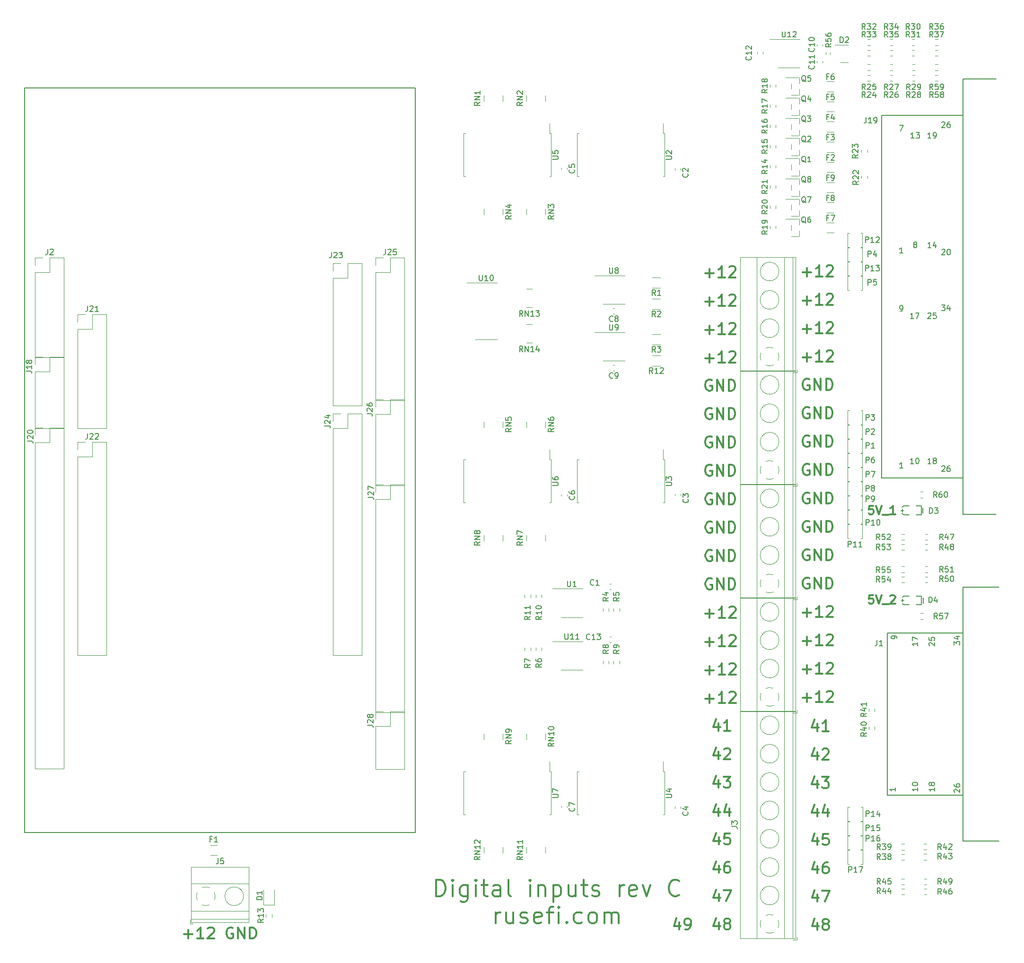
<source format=gto>
G04 #@! TF.GenerationSoftware,KiCad,Pcbnew,7.0.8-7.0.8~ubuntu22.04.1*
G04 #@! TF.CreationDate,2023-10-30T16:44:50+00:00*
G04 #@! TF.ProjectId,digital_inputs,64696769-7461-46c5-9f69-6e707574732e,rev?*
G04 #@! TF.SameCoordinates,PX791ddc0PYca2dd00*
G04 #@! TF.FileFunction,Legend,Top*
G04 #@! TF.FilePolarity,Positive*
%FSLAX46Y46*%
G04 Gerber Fmt 4.6, Leading zero omitted, Abs format (unit mm)*
G04 Created by KiCad (PCBNEW 7.0.8-7.0.8~ubuntu22.04.1) date 2023-10-30 16:44:50*
%MOMM*%
%LPD*%
G01*
G04 APERTURE LIST*
%ADD10C,0.150000*%
%ADD11C,0.300000*%
%ADD12C,0.120000*%
%ADD13C,0.127000*%
%ADD14C,0.200000*%
G04 APERTURE END LIST*
D10*
X7600000Y152900000D02*
X77500000Y152900000D01*
X77500000Y19600000D01*
X7600000Y19600000D01*
X7600000Y152900000D01*
D11*
X147986190Y100735124D02*
X147795714Y100830362D01*
X147795714Y100830362D02*
X147510000Y100830362D01*
X147510000Y100830362D02*
X147224285Y100735124D01*
X147224285Y100735124D02*
X147033809Y100544648D01*
X147033809Y100544648D02*
X146938571Y100354172D01*
X146938571Y100354172D02*
X146843333Y99973220D01*
X146843333Y99973220D02*
X146843333Y99687505D01*
X146843333Y99687505D02*
X146938571Y99306553D01*
X146938571Y99306553D02*
X147033809Y99116077D01*
X147033809Y99116077D02*
X147224285Y98925600D01*
X147224285Y98925600D02*
X147510000Y98830362D01*
X147510000Y98830362D02*
X147700476Y98830362D01*
X147700476Y98830362D02*
X147986190Y98925600D01*
X147986190Y98925600D02*
X148081428Y99020839D01*
X148081428Y99020839D02*
X148081428Y99687505D01*
X148081428Y99687505D02*
X147700476Y99687505D01*
X148938571Y98830362D02*
X148938571Y100830362D01*
X148938571Y100830362D02*
X150081428Y98830362D01*
X150081428Y98830362D02*
X150081428Y100830362D01*
X151033809Y98830362D02*
X151033809Y100830362D01*
X151033809Y100830362D02*
X151509999Y100830362D01*
X151509999Y100830362D02*
X151795714Y100735124D01*
X151795714Y100735124D02*
X151986190Y100544648D01*
X151986190Y100544648D02*
X152081428Y100354172D01*
X152081428Y100354172D02*
X152176666Y99973220D01*
X152176666Y99973220D02*
X152176666Y99687505D01*
X152176666Y99687505D02*
X152081428Y99306553D01*
X152081428Y99306553D02*
X151986190Y99116077D01*
X151986190Y99116077D02*
X151795714Y98925600D01*
X151795714Y98925600D02*
X151509999Y98830362D01*
X151509999Y98830362D02*
X151033809Y98830362D01*
X146868333Y48772267D02*
X148392143Y48772267D01*
X147630238Y48010362D02*
X147630238Y49534172D01*
X150392142Y48010362D02*
X149249285Y48010362D01*
X149820713Y48010362D02*
X149820713Y50010362D01*
X149820713Y50010362D02*
X149630237Y49724648D01*
X149630237Y49724648D02*
X149439761Y49534172D01*
X149439761Y49534172D02*
X149249285Y49438934D01*
X151154047Y49819886D02*
X151249285Y49915124D01*
X151249285Y49915124D02*
X151439761Y50010362D01*
X151439761Y50010362D02*
X151915952Y50010362D01*
X151915952Y50010362D02*
X152106428Y49915124D01*
X152106428Y49915124D02*
X152201666Y49819886D01*
X152201666Y49819886D02*
X152296904Y49629410D01*
X152296904Y49629410D02*
X152296904Y49438934D01*
X152296904Y49438934D02*
X152201666Y49153220D01*
X152201666Y49153220D02*
X151058809Y48010362D01*
X151058809Y48010362D02*
X152296904Y48010362D01*
X36073333Y1337267D02*
X37597143Y1337267D01*
X36835238Y575362D02*
X36835238Y2099172D01*
X39597142Y575362D02*
X38454285Y575362D01*
X39025713Y575362D02*
X39025713Y2575362D01*
X39025713Y2575362D02*
X38835237Y2289648D01*
X38835237Y2289648D02*
X38644761Y2099172D01*
X38644761Y2099172D02*
X38454285Y2003934D01*
X40359047Y2384886D02*
X40454285Y2480124D01*
X40454285Y2480124D02*
X40644761Y2575362D01*
X40644761Y2575362D02*
X41120952Y2575362D01*
X41120952Y2575362D02*
X41311428Y2480124D01*
X41311428Y2480124D02*
X41406666Y2384886D01*
X41406666Y2384886D02*
X41501904Y2194410D01*
X41501904Y2194410D02*
X41501904Y2003934D01*
X41501904Y2003934D02*
X41406666Y1718220D01*
X41406666Y1718220D02*
X40263809Y575362D01*
X40263809Y575362D02*
X41501904Y575362D01*
X149428571Y39023696D02*
X149428571Y37690362D01*
X148952380Y39785600D02*
X148476190Y38357029D01*
X148476190Y38357029D02*
X149714285Y38357029D01*
X151523809Y37690362D02*
X150380952Y37690362D01*
X150952380Y37690362D02*
X150952380Y39690362D01*
X150952380Y39690362D02*
X150761904Y39404648D01*
X150761904Y39404648D02*
X150571428Y39214172D01*
X150571428Y39214172D02*
X150380952Y39118934D01*
X130581190Y65020124D02*
X130390714Y65115362D01*
X130390714Y65115362D02*
X130105000Y65115362D01*
X130105000Y65115362D02*
X129819285Y65020124D01*
X129819285Y65020124D02*
X129628809Y64829648D01*
X129628809Y64829648D02*
X129533571Y64639172D01*
X129533571Y64639172D02*
X129438333Y64258220D01*
X129438333Y64258220D02*
X129438333Y63972505D01*
X129438333Y63972505D02*
X129533571Y63591553D01*
X129533571Y63591553D02*
X129628809Y63401077D01*
X129628809Y63401077D02*
X129819285Y63210600D01*
X129819285Y63210600D02*
X130105000Y63115362D01*
X130105000Y63115362D02*
X130295476Y63115362D01*
X130295476Y63115362D02*
X130581190Y63210600D01*
X130581190Y63210600D02*
X130676428Y63305839D01*
X130676428Y63305839D02*
X130676428Y63972505D01*
X130676428Y63972505D02*
X130295476Y63972505D01*
X131533571Y63115362D02*
X131533571Y65115362D01*
X131533571Y65115362D02*
X132676428Y63115362D01*
X132676428Y63115362D02*
X132676428Y65115362D01*
X133628809Y63115362D02*
X133628809Y65115362D01*
X133628809Y65115362D02*
X134104999Y65115362D01*
X134104999Y65115362D02*
X134390714Y65020124D01*
X134390714Y65020124D02*
X134581190Y64829648D01*
X134581190Y64829648D02*
X134676428Y64639172D01*
X134676428Y64639172D02*
X134771666Y64258220D01*
X134771666Y64258220D02*
X134771666Y63972505D01*
X134771666Y63972505D02*
X134676428Y63591553D01*
X134676428Y63591553D02*
X134581190Y63401077D01*
X134581190Y63401077D02*
X134390714Y63210600D01*
X134390714Y63210600D02*
X134104999Y63115362D01*
X134104999Y63115362D02*
X133628809Y63115362D01*
X159468796Y78099172D02*
X158754510Y78099172D01*
X158754510Y78099172D02*
X158683082Y77384886D01*
X158683082Y77384886D02*
X158754510Y77456315D01*
X158754510Y77456315D02*
X158897368Y77527743D01*
X158897368Y77527743D02*
X159254510Y77527743D01*
X159254510Y77527743D02*
X159397368Y77456315D01*
X159397368Y77456315D02*
X159468796Y77384886D01*
X159468796Y77384886D02*
X159540225Y77242029D01*
X159540225Y77242029D02*
X159540225Y76884886D01*
X159540225Y76884886D02*
X159468796Y76742029D01*
X159468796Y76742029D02*
X159397368Y76670600D01*
X159397368Y76670600D02*
X159254510Y76599172D01*
X159254510Y76599172D02*
X158897368Y76599172D01*
X158897368Y76599172D02*
X158754510Y76670600D01*
X158754510Y76670600D02*
X158683082Y76742029D01*
X159968796Y78099172D02*
X160468796Y76599172D01*
X160468796Y76599172D02*
X160968796Y78099172D01*
X161111653Y76456315D02*
X162254510Y76456315D01*
X163397367Y76599172D02*
X162540224Y76599172D01*
X162968795Y76599172D02*
X162968795Y78099172D01*
X162968795Y78099172D02*
X162825938Y77884886D01*
X162825938Y77884886D02*
X162683081Y77742029D01*
X162683081Y77742029D02*
X162540224Y77670600D01*
X149453571Y13603696D02*
X149453571Y12270362D01*
X148977380Y14365600D02*
X148501190Y12937029D01*
X148501190Y12937029D02*
X149739285Y12937029D01*
X151358333Y14270362D02*
X150977380Y14270362D01*
X150977380Y14270362D02*
X150786904Y14175124D01*
X150786904Y14175124D02*
X150691666Y14079886D01*
X150691666Y14079886D02*
X150501190Y13794172D01*
X150501190Y13794172D02*
X150405952Y13413220D01*
X150405952Y13413220D02*
X150405952Y12651315D01*
X150405952Y12651315D02*
X150501190Y12460839D01*
X150501190Y12460839D02*
X150596428Y12365600D01*
X150596428Y12365600D02*
X150786904Y12270362D01*
X150786904Y12270362D02*
X151167857Y12270362D01*
X151167857Y12270362D02*
X151358333Y12365600D01*
X151358333Y12365600D02*
X151453571Y12460839D01*
X151453571Y12460839D02*
X151548809Y12651315D01*
X151548809Y12651315D02*
X151548809Y13127505D01*
X151548809Y13127505D02*
X151453571Y13317981D01*
X151453571Y13317981D02*
X151358333Y13413220D01*
X151358333Y13413220D02*
X151167857Y13508458D01*
X151167857Y13508458D02*
X150786904Y13508458D01*
X150786904Y13508458D02*
X150596428Y13413220D01*
X150596428Y13413220D02*
X150501190Y13317981D01*
X150501190Y13317981D02*
X150405952Y13127505D01*
X130581190Y80260124D02*
X130390714Y80355362D01*
X130390714Y80355362D02*
X130105000Y80355362D01*
X130105000Y80355362D02*
X129819285Y80260124D01*
X129819285Y80260124D02*
X129628809Y80069648D01*
X129628809Y80069648D02*
X129533571Y79879172D01*
X129533571Y79879172D02*
X129438333Y79498220D01*
X129438333Y79498220D02*
X129438333Y79212505D01*
X129438333Y79212505D02*
X129533571Y78831553D01*
X129533571Y78831553D02*
X129628809Y78641077D01*
X129628809Y78641077D02*
X129819285Y78450600D01*
X129819285Y78450600D02*
X130105000Y78355362D01*
X130105000Y78355362D02*
X130295476Y78355362D01*
X130295476Y78355362D02*
X130581190Y78450600D01*
X130581190Y78450600D02*
X130676428Y78545839D01*
X130676428Y78545839D02*
X130676428Y79212505D01*
X130676428Y79212505D02*
X130295476Y79212505D01*
X131533571Y78355362D02*
X131533571Y80355362D01*
X131533571Y80355362D02*
X132676428Y78355362D01*
X132676428Y78355362D02*
X132676428Y80355362D01*
X133628809Y78355362D02*
X133628809Y80355362D01*
X133628809Y80355362D02*
X134104999Y80355362D01*
X134104999Y80355362D02*
X134390714Y80260124D01*
X134390714Y80260124D02*
X134581190Y80069648D01*
X134581190Y80069648D02*
X134676428Y79879172D01*
X134676428Y79879172D02*
X134771666Y79498220D01*
X134771666Y79498220D02*
X134771666Y79212505D01*
X134771666Y79212505D02*
X134676428Y78831553D01*
X134676428Y78831553D02*
X134581190Y78641077D01*
X134581190Y78641077D02*
X134390714Y78450600D01*
X134390714Y78450600D02*
X134104999Y78355362D01*
X134104999Y78355362D02*
X133628809Y78355362D01*
X159468796Y62099172D02*
X158754510Y62099172D01*
X158754510Y62099172D02*
X158683082Y61384886D01*
X158683082Y61384886D02*
X158754510Y61456315D01*
X158754510Y61456315D02*
X158897368Y61527743D01*
X158897368Y61527743D02*
X159254510Y61527743D01*
X159254510Y61527743D02*
X159397368Y61456315D01*
X159397368Y61456315D02*
X159468796Y61384886D01*
X159468796Y61384886D02*
X159540225Y61242029D01*
X159540225Y61242029D02*
X159540225Y60884886D01*
X159540225Y60884886D02*
X159468796Y60742029D01*
X159468796Y60742029D02*
X159397368Y60670600D01*
X159397368Y60670600D02*
X159254510Y60599172D01*
X159254510Y60599172D02*
X158897368Y60599172D01*
X158897368Y60599172D02*
X158754510Y60670600D01*
X158754510Y60670600D02*
X158683082Y60742029D01*
X159968796Y62099172D02*
X160468796Y60599172D01*
X160468796Y60599172D02*
X160968796Y62099172D01*
X161111653Y60456315D02*
X162254510Y60456315D01*
X162540224Y61956315D02*
X162611652Y62027743D01*
X162611652Y62027743D02*
X162754510Y62099172D01*
X162754510Y62099172D02*
X163111652Y62099172D01*
X163111652Y62099172D02*
X163254510Y62027743D01*
X163254510Y62027743D02*
X163325938Y61956315D01*
X163325938Y61956315D02*
X163397367Y61813458D01*
X163397367Y61813458D02*
X163397367Y61670600D01*
X163397367Y61670600D02*
X163325938Y61456315D01*
X163325938Y61456315D02*
X162468795Y60599172D01*
X162468795Y60599172D02*
X163397367Y60599172D01*
X146868333Y43692267D02*
X148392143Y43692267D01*
X147630238Y42930362D02*
X147630238Y44454172D01*
X150392142Y42930362D02*
X149249285Y42930362D01*
X149820713Y42930362D02*
X149820713Y44930362D01*
X149820713Y44930362D02*
X149630237Y44644648D01*
X149630237Y44644648D02*
X149439761Y44454172D01*
X149439761Y44454172D02*
X149249285Y44358934D01*
X151154047Y44739886D02*
X151249285Y44835124D01*
X151249285Y44835124D02*
X151439761Y44930362D01*
X151439761Y44930362D02*
X151915952Y44930362D01*
X151915952Y44930362D02*
X152106428Y44835124D01*
X152106428Y44835124D02*
X152201666Y44739886D01*
X152201666Y44739886D02*
X152296904Y44549410D01*
X152296904Y44549410D02*
X152296904Y44358934D01*
X152296904Y44358934D02*
X152201666Y44073220D01*
X152201666Y44073220D02*
X151058809Y42930362D01*
X151058809Y42930362D02*
X152296904Y42930362D01*
X147986190Y95655124D02*
X147795714Y95750362D01*
X147795714Y95750362D02*
X147510000Y95750362D01*
X147510000Y95750362D02*
X147224285Y95655124D01*
X147224285Y95655124D02*
X147033809Y95464648D01*
X147033809Y95464648D02*
X146938571Y95274172D01*
X146938571Y95274172D02*
X146843333Y94893220D01*
X146843333Y94893220D02*
X146843333Y94607505D01*
X146843333Y94607505D02*
X146938571Y94226553D01*
X146938571Y94226553D02*
X147033809Y94036077D01*
X147033809Y94036077D02*
X147224285Y93845600D01*
X147224285Y93845600D02*
X147510000Y93750362D01*
X147510000Y93750362D02*
X147700476Y93750362D01*
X147700476Y93750362D02*
X147986190Y93845600D01*
X147986190Y93845600D02*
X148081428Y93940839D01*
X148081428Y93940839D02*
X148081428Y94607505D01*
X148081428Y94607505D02*
X147700476Y94607505D01*
X148938571Y93750362D02*
X148938571Y95750362D01*
X148938571Y95750362D02*
X150081428Y93750362D01*
X150081428Y93750362D02*
X150081428Y95750362D01*
X151033809Y93750362D02*
X151033809Y95750362D01*
X151033809Y95750362D02*
X151509999Y95750362D01*
X151509999Y95750362D02*
X151795714Y95655124D01*
X151795714Y95655124D02*
X151986190Y95464648D01*
X151986190Y95464648D02*
X152081428Y95274172D01*
X152081428Y95274172D02*
X152176666Y94893220D01*
X152176666Y94893220D02*
X152176666Y94607505D01*
X152176666Y94607505D02*
X152081428Y94226553D01*
X152081428Y94226553D02*
X151986190Y94036077D01*
X151986190Y94036077D02*
X151795714Y93845600D01*
X151795714Y93845600D02*
X151509999Y93750362D01*
X151509999Y93750362D02*
X151033809Y93750362D01*
X129413333Y119777267D02*
X130937143Y119777267D01*
X130175238Y119015362D02*
X130175238Y120539172D01*
X132937142Y119015362D02*
X131794285Y119015362D01*
X132365713Y119015362D02*
X132365713Y121015362D01*
X132365713Y121015362D02*
X132175237Y120729648D01*
X132175237Y120729648D02*
X131984761Y120539172D01*
X131984761Y120539172D02*
X131794285Y120443934D01*
X133699047Y120824886D02*
X133794285Y120920124D01*
X133794285Y120920124D02*
X133984761Y121015362D01*
X133984761Y121015362D02*
X134460952Y121015362D01*
X134460952Y121015362D02*
X134651428Y120920124D01*
X134651428Y120920124D02*
X134746666Y120824886D01*
X134746666Y120824886D02*
X134841904Y120634410D01*
X134841904Y120634410D02*
X134841904Y120443934D01*
X134841904Y120443934D02*
X134746666Y120158220D01*
X134746666Y120158220D02*
X133603809Y119015362D01*
X133603809Y119015362D02*
X134841904Y119015362D01*
X148011190Y65155124D02*
X147820714Y65250362D01*
X147820714Y65250362D02*
X147535000Y65250362D01*
X147535000Y65250362D02*
X147249285Y65155124D01*
X147249285Y65155124D02*
X147058809Y64964648D01*
X147058809Y64964648D02*
X146963571Y64774172D01*
X146963571Y64774172D02*
X146868333Y64393220D01*
X146868333Y64393220D02*
X146868333Y64107505D01*
X146868333Y64107505D02*
X146963571Y63726553D01*
X146963571Y63726553D02*
X147058809Y63536077D01*
X147058809Y63536077D02*
X147249285Y63345600D01*
X147249285Y63345600D02*
X147535000Y63250362D01*
X147535000Y63250362D02*
X147725476Y63250362D01*
X147725476Y63250362D02*
X148011190Y63345600D01*
X148011190Y63345600D02*
X148106428Y63440839D01*
X148106428Y63440839D02*
X148106428Y64107505D01*
X148106428Y64107505D02*
X147725476Y64107505D01*
X148963571Y63250362D02*
X148963571Y65250362D01*
X148963571Y65250362D02*
X150106428Y63250362D01*
X150106428Y63250362D02*
X150106428Y65250362D01*
X151058809Y63250362D02*
X151058809Y65250362D01*
X151058809Y65250362D02*
X151534999Y65250362D01*
X151534999Y65250362D02*
X151820714Y65155124D01*
X151820714Y65155124D02*
X152011190Y64964648D01*
X152011190Y64964648D02*
X152106428Y64774172D01*
X152106428Y64774172D02*
X152201666Y64393220D01*
X152201666Y64393220D02*
X152201666Y64107505D01*
X152201666Y64107505D02*
X152106428Y63726553D01*
X152106428Y63726553D02*
X152011190Y63536077D01*
X152011190Y63536077D02*
X151820714Y63345600D01*
X151820714Y63345600D02*
X151534999Y63250362D01*
X151534999Y63250362D02*
X151058809Y63250362D01*
X149428571Y28863696D02*
X149428571Y27530362D01*
X148952380Y29625600D02*
X148476190Y28197029D01*
X148476190Y28197029D02*
X149714285Y28197029D01*
X150285714Y29530362D02*
X151523809Y29530362D01*
X151523809Y29530362D02*
X150857142Y28768458D01*
X150857142Y28768458D02*
X151142857Y28768458D01*
X151142857Y28768458D02*
X151333333Y28673220D01*
X151333333Y28673220D02*
X151428571Y28577981D01*
X151428571Y28577981D02*
X151523809Y28387505D01*
X151523809Y28387505D02*
X151523809Y27911315D01*
X151523809Y27911315D02*
X151428571Y27720839D01*
X151428571Y27720839D02*
X151333333Y27625600D01*
X151333333Y27625600D02*
X151142857Y27530362D01*
X151142857Y27530362D02*
X150571428Y27530362D01*
X150571428Y27530362D02*
X150380952Y27625600D01*
X150380952Y27625600D02*
X150285714Y27720839D01*
X130556190Y95520124D02*
X130365714Y95615362D01*
X130365714Y95615362D02*
X130080000Y95615362D01*
X130080000Y95615362D02*
X129794285Y95520124D01*
X129794285Y95520124D02*
X129603809Y95329648D01*
X129603809Y95329648D02*
X129508571Y95139172D01*
X129508571Y95139172D02*
X129413333Y94758220D01*
X129413333Y94758220D02*
X129413333Y94472505D01*
X129413333Y94472505D02*
X129508571Y94091553D01*
X129508571Y94091553D02*
X129603809Y93901077D01*
X129603809Y93901077D02*
X129794285Y93710600D01*
X129794285Y93710600D02*
X130080000Y93615362D01*
X130080000Y93615362D02*
X130270476Y93615362D01*
X130270476Y93615362D02*
X130556190Y93710600D01*
X130556190Y93710600D02*
X130651428Y93805839D01*
X130651428Y93805839D02*
X130651428Y94472505D01*
X130651428Y94472505D02*
X130270476Y94472505D01*
X131508571Y93615362D02*
X131508571Y95615362D01*
X131508571Y95615362D02*
X132651428Y93615362D01*
X132651428Y93615362D02*
X132651428Y95615362D01*
X133603809Y93615362D02*
X133603809Y95615362D01*
X133603809Y95615362D02*
X134079999Y95615362D01*
X134079999Y95615362D02*
X134365714Y95520124D01*
X134365714Y95520124D02*
X134556190Y95329648D01*
X134556190Y95329648D02*
X134651428Y95139172D01*
X134651428Y95139172D02*
X134746666Y94758220D01*
X134746666Y94758220D02*
X134746666Y94472505D01*
X134746666Y94472505D02*
X134651428Y94091553D01*
X134651428Y94091553D02*
X134556190Y93901077D01*
X134556190Y93901077D02*
X134365714Y93710600D01*
X134365714Y93710600D02*
X134079999Y93615362D01*
X134079999Y93615362D02*
X133603809Y93615362D01*
X131803571Y39103696D02*
X131803571Y37770362D01*
X131327380Y39865600D02*
X130851190Y38437029D01*
X130851190Y38437029D02*
X132089285Y38437029D01*
X133898809Y37770362D02*
X132755952Y37770362D01*
X133327380Y37770362D02*
X133327380Y39770362D01*
X133327380Y39770362D02*
X133136904Y39484648D01*
X133136904Y39484648D02*
X132946428Y39294172D01*
X132946428Y39294172D02*
X132755952Y39198934D01*
X148011190Y75315124D02*
X147820714Y75410362D01*
X147820714Y75410362D02*
X147535000Y75410362D01*
X147535000Y75410362D02*
X147249285Y75315124D01*
X147249285Y75315124D02*
X147058809Y75124648D01*
X147058809Y75124648D02*
X146963571Y74934172D01*
X146963571Y74934172D02*
X146868333Y74553220D01*
X146868333Y74553220D02*
X146868333Y74267505D01*
X146868333Y74267505D02*
X146963571Y73886553D01*
X146963571Y73886553D02*
X147058809Y73696077D01*
X147058809Y73696077D02*
X147249285Y73505600D01*
X147249285Y73505600D02*
X147535000Y73410362D01*
X147535000Y73410362D02*
X147725476Y73410362D01*
X147725476Y73410362D02*
X148011190Y73505600D01*
X148011190Y73505600D02*
X148106428Y73600839D01*
X148106428Y73600839D02*
X148106428Y74267505D01*
X148106428Y74267505D02*
X147725476Y74267505D01*
X148963571Y73410362D02*
X148963571Y75410362D01*
X148963571Y75410362D02*
X150106428Y73410362D01*
X150106428Y73410362D02*
X150106428Y75410362D01*
X151058809Y73410362D02*
X151058809Y75410362D01*
X151058809Y75410362D02*
X151534999Y75410362D01*
X151534999Y75410362D02*
X151820714Y75315124D01*
X151820714Y75315124D02*
X152011190Y75124648D01*
X152011190Y75124648D02*
X152106428Y74934172D01*
X152106428Y74934172D02*
X152201666Y74553220D01*
X152201666Y74553220D02*
X152201666Y74267505D01*
X152201666Y74267505D02*
X152106428Y73886553D01*
X152106428Y73886553D02*
X152011190Y73696077D01*
X152011190Y73696077D02*
X151820714Y73505600D01*
X151820714Y73505600D02*
X151534999Y73410362D01*
X151534999Y73410362D02*
X151058809Y73410362D01*
X44836190Y2480124D02*
X44645714Y2575362D01*
X44645714Y2575362D02*
X44360000Y2575362D01*
X44360000Y2575362D02*
X44074285Y2480124D01*
X44074285Y2480124D02*
X43883809Y2289648D01*
X43883809Y2289648D02*
X43788571Y2099172D01*
X43788571Y2099172D02*
X43693333Y1718220D01*
X43693333Y1718220D02*
X43693333Y1432505D01*
X43693333Y1432505D02*
X43788571Y1051553D01*
X43788571Y1051553D02*
X43883809Y861077D01*
X43883809Y861077D02*
X44074285Y670600D01*
X44074285Y670600D02*
X44360000Y575362D01*
X44360000Y575362D02*
X44550476Y575362D01*
X44550476Y575362D02*
X44836190Y670600D01*
X44836190Y670600D02*
X44931428Y765839D01*
X44931428Y765839D02*
X44931428Y1432505D01*
X44931428Y1432505D02*
X44550476Y1432505D01*
X45788571Y575362D02*
X45788571Y2575362D01*
X45788571Y2575362D02*
X46931428Y575362D01*
X46931428Y575362D02*
X46931428Y2575362D01*
X47883809Y575362D02*
X47883809Y2575362D01*
X47883809Y2575362D02*
X48359999Y2575362D01*
X48359999Y2575362D02*
X48645714Y2480124D01*
X48645714Y2480124D02*
X48836190Y2289648D01*
X48836190Y2289648D02*
X48931428Y2099172D01*
X48931428Y2099172D02*
X49026666Y1718220D01*
X49026666Y1718220D02*
X49026666Y1432505D01*
X49026666Y1432505D02*
X48931428Y1051553D01*
X48931428Y1051553D02*
X48836190Y861077D01*
X48836190Y861077D02*
X48645714Y670600D01*
X48645714Y670600D02*
X48359999Y575362D01*
X48359999Y575362D02*
X47883809Y575362D01*
X146868333Y53852267D02*
X148392143Y53852267D01*
X147630238Y53090362D02*
X147630238Y54614172D01*
X150392142Y53090362D02*
X149249285Y53090362D01*
X149820713Y53090362D02*
X149820713Y55090362D01*
X149820713Y55090362D02*
X149630237Y54804648D01*
X149630237Y54804648D02*
X149439761Y54614172D01*
X149439761Y54614172D02*
X149249285Y54518934D01*
X151154047Y54899886D02*
X151249285Y54995124D01*
X151249285Y54995124D02*
X151439761Y55090362D01*
X151439761Y55090362D02*
X151915952Y55090362D01*
X151915952Y55090362D02*
X152106428Y54995124D01*
X152106428Y54995124D02*
X152201666Y54899886D01*
X152201666Y54899886D02*
X152296904Y54709410D01*
X152296904Y54709410D02*
X152296904Y54518934D01*
X152296904Y54518934D02*
X152201666Y54233220D01*
X152201666Y54233220D02*
X151058809Y53090362D01*
X151058809Y53090362D02*
X152296904Y53090362D01*
X131803571Y23863696D02*
X131803571Y22530362D01*
X131327380Y24625600D02*
X130851190Y23197029D01*
X130851190Y23197029D02*
X132089285Y23197029D01*
X133708333Y23863696D02*
X133708333Y22530362D01*
X133232142Y24625600D02*
X132755952Y23197029D01*
X132755952Y23197029D02*
X133994047Y23197029D01*
X149453571Y8523696D02*
X149453571Y7190362D01*
X148977380Y9285600D02*
X148501190Y7857029D01*
X148501190Y7857029D02*
X149739285Y7857029D01*
X150310714Y9190362D02*
X151644047Y9190362D01*
X151644047Y9190362D02*
X150786904Y7190362D01*
X148011190Y80395124D02*
X147820714Y80490362D01*
X147820714Y80490362D02*
X147535000Y80490362D01*
X147535000Y80490362D02*
X147249285Y80395124D01*
X147249285Y80395124D02*
X147058809Y80204648D01*
X147058809Y80204648D02*
X146963571Y80014172D01*
X146963571Y80014172D02*
X146868333Y79633220D01*
X146868333Y79633220D02*
X146868333Y79347505D01*
X146868333Y79347505D02*
X146963571Y78966553D01*
X146963571Y78966553D02*
X147058809Y78776077D01*
X147058809Y78776077D02*
X147249285Y78585600D01*
X147249285Y78585600D02*
X147535000Y78490362D01*
X147535000Y78490362D02*
X147725476Y78490362D01*
X147725476Y78490362D02*
X148011190Y78585600D01*
X148011190Y78585600D02*
X148106428Y78680839D01*
X148106428Y78680839D02*
X148106428Y79347505D01*
X148106428Y79347505D02*
X147725476Y79347505D01*
X148963571Y78490362D02*
X148963571Y80490362D01*
X148963571Y80490362D02*
X150106428Y78490362D01*
X150106428Y78490362D02*
X150106428Y80490362D01*
X151058809Y78490362D02*
X151058809Y80490362D01*
X151058809Y80490362D02*
X151534999Y80490362D01*
X151534999Y80490362D02*
X151820714Y80395124D01*
X151820714Y80395124D02*
X152011190Y80204648D01*
X152011190Y80204648D02*
X152106428Y80014172D01*
X152106428Y80014172D02*
X152201666Y79633220D01*
X152201666Y79633220D02*
X152201666Y79347505D01*
X152201666Y79347505D02*
X152106428Y78966553D01*
X152106428Y78966553D02*
X152011190Y78776077D01*
X152011190Y78776077D02*
X151820714Y78585600D01*
X151820714Y78585600D02*
X151534999Y78490362D01*
X151534999Y78490362D02*
X151058809Y78490362D01*
X130556190Y100600124D02*
X130365714Y100695362D01*
X130365714Y100695362D02*
X130080000Y100695362D01*
X130080000Y100695362D02*
X129794285Y100600124D01*
X129794285Y100600124D02*
X129603809Y100409648D01*
X129603809Y100409648D02*
X129508571Y100219172D01*
X129508571Y100219172D02*
X129413333Y99838220D01*
X129413333Y99838220D02*
X129413333Y99552505D01*
X129413333Y99552505D02*
X129508571Y99171553D01*
X129508571Y99171553D02*
X129603809Y98981077D01*
X129603809Y98981077D02*
X129794285Y98790600D01*
X129794285Y98790600D02*
X130080000Y98695362D01*
X130080000Y98695362D02*
X130270476Y98695362D01*
X130270476Y98695362D02*
X130556190Y98790600D01*
X130556190Y98790600D02*
X130651428Y98885839D01*
X130651428Y98885839D02*
X130651428Y99552505D01*
X130651428Y99552505D02*
X130270476Y99552505D01*
X131508571Y98695362D02*
X131508571Y100695362D01*
X131508571Y100695362D02*
X132651428Y98695362D01*
X132651428Y98695362D02*
X132651428Y100695362D01*
X133603809Y98695362D02*
X133603809Y100695362D01*
X133603809Y100695362D02*
X134079999Y100695362D01*
X134079999Y100695362D02*
X134365714Y100600124D01*
X134365714Y100600124D02*
X134556190Y100409648D01*
X134556190Y100409648D02*
X134651428Y100219172D01*
X134651428Y100219172D02*
X134746666Y99838220D01*
X134746666Y99838220D02*
X134746666Y99552505D01*
X134746666Y99552505D02*
X134651428Y99171553D01*
X134651428Y99171553D02*
X134556190Y98981077D01*
X134556190Y98981077D02*
X134365714Y98790600D01*
X134365714Y98790600D02*
X134079999Y98695362D01*
X134079999Y98695362D02*
X133603809Y98695362D01*
X130556190Y90440124D02*
X130365714Y90535362D01*
X130365714Y90535362D02*
X130080000Y90535362D01*
X130080000Y90535362D02*
X129794285Y90440124D01*
X129794285Y90440124D02*
X129603809Y90249648D01*
X129603809Y90249648D02*
X129508571Y90059172D01*
X129508571Y90059172D02*
X129413333Y89678220D01*
X129413333Y89678220D02*
X129413333Y89392505D01*
X129413333Y89392505D02*
X129508571Y89011553D01*
X129508571Y89011553D02*
X129603809Y88821077D01*
X129603809Y88821077D02*
X129794285Y88630600D01*
X129794285Y88630600D02*
X130080000Y88535362D01*
X130080000Y88535362D02*
X130270476Y88535362D01*
X130270476Y88535362D02*
X130556190Y88630600D01*
X130556190Y88630600D02*
X130651428Y88725839D01*
X130651428Y88725839D02*
X130651428Y89392505D01*
X130651428Y89392505D02*
X130270476Y89392505D01*
X131508571Y88535362D02*
X131508571Y90535362D01*
X131508571Y90535362D02*
X132651428Y88535362D01*
X132651428Y88535362D02*
X132651428Y90535362D01*
X133603809Y88535362D02*
X133603809Y90535362D01*
X133603809Y90535362D02*
X134079999Y90535362D01*
X134079999Y90535362D02*
X134365714Y90440124D01*
X134365714Y90440124D02*
X134556190Y90249648D01*
X134556190Y90249648D02*
X134651428Y90059172D01*
X134651428Y90059172D02*
X134746666Y89678220D01*
X134746666Y89678220D02*
X134746666Y89392505D01*
X134746666Y89392505D02*
X134651428Y89011553D01*
X134651428Y89011553D02*
X134556190Y88821077D01*
X134556190Y88821077D02*
X134365714Y88630600D01*
X134365714Y88630600D02*
X134079999Y88535362D01*
X134079999Y88535362D02*
X133603809Y88535362D01*
X131803571Y28943696D02*
X131803571Y27610362D01*
X131327380Y29705600D02*
X130851190Y28277029D01*
X130851190Y28277029D02*
X132089285Y28277029D01*
X132660714Y29610362D02*
X133898809Y29610362D01*
X133898809Y29610362D02*
X133232142Y28848458D01*
X133232142Y28848458D02*
X133517857Y28848458D01*
X133517857Y28848458D02*
X133708333Y28753220D01*
X133708333Y28753220D02*
X133803571Y28657981D01*
X133803571Y28657981D02*
X133898809Y28467505D01*
X133898809Y28467505D02*
X133898809Y27991315D01*
X133898809Y27991315D02*
X133803571Y27800839D01*
X133803571Y27800839D02*
X133708333Y27705600D01*
X133708333Y27705600D02*
X133517857Y27610362D01*
X133517857Y27610362D02*
X132946428Y27610362D01*
X132946428Y27610362D02*
X132755952Y27705600D01*
X132755952Y27705600D02*
X132660714Y27800839D01*
X146843333Y114832267D02*
X148367143Y114832267D01*
X147605238Y114070362D02*
X147605238Y115594172D01*
X150367142Y114070362D02*
X149224285Y114070362D01*
X149795713Y114070362D02*
X149795713Y116070362D01*
X149795713Y116070362D02*
X149605237Y115784648D01*
X149605237Y115784648D02*
X149414761Y115594172D01*
X149414761Y115594172D02*
X149224285Y115498934D01*
X151129047Y115879886D02*
X151224285Y115975124D01*
X151224285Y115975124D02*
X151414761Y116070362D01*
X151414761Y116070362D02*
X151890952Y116070362D01*
X151890952Y116070362D02*
X152081428Y115975124D01*
X152081428Y115975124D02*
X152176666Y115879886D01*
X152176666Y115879886D02*
X152271904Y115689410D01*
X152271904Y115689410D02*
X152271904Y115498934D01*
X152271904Y115498934D02*
X152176666Y115213220D01*
X152176666Y115213220D02*
X151033809Y114070362D01*
X151033809Y114070362D02*
X152271904Y114070362D01*
X147986190Y90575124D02*
X147795714Y90670362D01*
X147795714Y90670362D02*
X147510000Y90670362D01*
X147510000Y90670362D02*
X147224285Y90575124D01*
X147224285Y90575124D02*
X147033809Y90384648D01*
X147033809Y90384648D02*
X146938571Y90194172D01*
X146938571Y90194172D02*
X146843333Y89813220D01*
X146843333Y89813220D02*
X146843333Y89527505D01*
X146843333Y89527505D02*
X146938571Y89146553D01*
X146938571Y89146553D02*
X147033809Y88956077D01*
X147033809Y88956077D02*
X147224285Y88765600D01*
X147224285Y88765600D02*
X147510000Y88670362D01*
X147510000Y88670362D02*
X147700476Y88670362D01*
X147700476Y88670362D02*
X147986190Y88765600D01*
X147986190Y88765600D02*
X148081428Y88860839D01*
X148081428Y88860839D02*
X148081428Y89527505D01*
X148081428Y89527505D02*
X147700476Y89527505D01*
X148938571Y88670362D02*
X148938571Y90670362D01*
X148938571Y90670362D02*
X150081428Y88670362D01*
X150081428Y88670362D02*
X150081428Y90670362D01*
X151033809Y88670362D02*
X151033809Y90670362D01*
X151033809Y90670362D02*
X151509999Y90670362D01*
X151509999Y90670362D02*
X151795714Y90575124D01*
X151795714Y90575124D02*
X151986190Y90384648D01*
X151986190Y90384648D02*
X152081428Y90194172D01*
X152081428Y90194172D02*
X152176666Y89813220D01*
X152176666Y89813220D02*
X152176666Y89527505D01*
X152176666Y89527505D02*
X152081428Y89146553D01*
X152081428Y89146553D02*
X151986190Y88956077D01*
X151986190Y88956077D02*
X151795714Y88765600D01*
X151795714Y88765600D02*
X151509999Y88670362D01*
X151509999Y88670362D02*
X151033809Y88670362D01*
X129438333Y58797267D02*
X130962143Y58797267D01*
X130200238Y58035362D02*
X130200238Y59559172D01*
X132962142Y58035362D02*
X131819285Y58035362D01*
X132390713Y58035362D02*
X132390713Y60035362D01*
X132390713Y60035362D02*
X132200237Y59749648D01*
X132200237Y59749648D02*
X132009761Y59559172D01*
X132009761Y59559172D02*
X131819285Y59463934D01*
X133724047Y59844886D02*
X133819285Y59940124D01*
X133819285Y59940124D02*
X134009761Y60035362D01*
X134009761Y60035362D02*
X134485952Y60035362D01*
X134485952Y60035362D02*
X134676428Y59940124D01*
X134676428Y59940124D02*
X134771666Y59844886D01*
X134771666Y59844886D02*
X134866904Y59654410D01*
X134866904Y59654410D02*
X134866904Y59463934D01*
X134866904Y59463934D02*
X134771666Y59178220D01*
X134771666Y59178220D02*
X133628809Y58035362D01*
X133628809Y58035362D02*
X134866904Y58035362D01*
X149453571Y3443696D02*
X149453571Y2110362D01*
X148977380Y4205600D02*
X148501190Y2777029D01*
X148501190Y2777029D02*
X149739285Y2777029D01*
X150786904Y3253220D02*
X150596428Y3348458D01*
X150596428Y3348458D02*
X150501190Y3443696D01*
X150501190Y3443696D02*
X150405952Y3634172D01*
X150405952Y3634172D02*
X150405952Y3729410D01*
X150405952Y3729410D02*
X150501190Y3919886D01*
X150501190Y3919886D02*
X150596428Y4015124D01*
X150596428Y4015124D02*
X150786904Y4110362D01*
X150786904Y4110362D02*
X151167857Y4110362D01*
X151167857Y4110362D02*
X151358333Y4015124D01*
X151358333Y4015124D02*
X151453571Y3919886D01*
X151453571Y3919886D02*
X151548809Y3729410D01*
X151548809Y3729410D02*
X151548809Y3634172D01*
X151548809Y3634172D02*
X151453571Y3443696D01*
X151453571Y3443696D02*
X151358333Y3348458D01*
X151358333Y3348458D02*
X151167857Y3253220D01*
X151167857Y3253220D02*
X150786904Y3253220D01*
X150786904Y3253220D02*
X150596428Y3157981D01*
X150596428Y3157981D02*
X150501190Y3062743D01*
X150501190Y3062743D02*
X150405952Y2872267D01*
X150405952Y2872267D02*
X150405952Y2491315D01*
X150405952Y2491315D02*
X150501190Y2300839D01*
X150501190Y2300839D02*
X150596428Y2205600D01*
X150596428Y2205600D02*
X150786904Y2110362D01*
X150786904Y2110362D02*
X151167857Y2110362D01*
X151167857Y2110362D02*
X151358333Y2205600D01*
X151358333Y2205600D02*
X151453571Y2300839D01*
X151453571Y2300839D02*
X151548809Y2491315D01*
X151548809Y2491315D02*
X151548809Y2872267D01*
X151548809Y2872267D02*
X151453571Y3062743D01*
X151453571Y3062743D02*
X151358333Y3157981D01*
X151358333Y3157981D02*
X151167857Y3253220D01*
X131828571Y8603696D02*
X131828571Y7270362D01*
X131352380Y9365600D02*
X130876190Y7937029D01*
X130876190Y7937029D02*
X132114285Y7937029D01*
X132685714Y9270362D02*
X134019047Y9270362D01*
X134019047Y9270362D02*
X133161904Y7270362D01*
X81185714Y8142743D02*
X81185714Y11142743D01*
X81185714Y11142743D02*
X81900000Y11142743D01*
X81900000Y11142743D02*
X82328571Y10999886D01*
X82328571Y10999886D02*
X82614286Y10714172D01*
X82614286Y10714172D02*
X82757143Y10428458D01*
X82757143Y10428458D02*
X82900000Y9857029D01*
X82900000Y9857029D02*
X82900000Y9428458D01*
X82900000Y9428458D02*
X82757143Y8857029D01*
X82757143Y8857029D02*
X82614286Y8571315D01*
X82614286Y8571315D02*
X82328571Y8285600D01*
X82328571Y8285600D02*
X81900000Y8142743D01*
X81900000Y8142743D02*
X81185714Y8142743D01*
X84185714Y8142743D02*
X84185714Y10142743D01*
X84185714Y11142743D02*
X84042857Y10999886D01*
X84042857Y10999886D02*
X84185714Y10857029D01*
X84185714Y10857029D02*
X84328571Y10999886D01*
X84328571Y10999886D02*
X84185714Y11142743D01*
X84185714Y11142743D02*
X84185714Y10857029D01*
X86900000Y10142743D02*
X86900000Y7714172D01*
X86900000Y7714172D02*
X86757142Y7428458D01*
X86757142Y7428458D02*
X86614285Y7285600D01*
X86614285Y7285600D02*
X86328571Y7142743D01*
X86328571Y7142743D02*
X85900000Y7142743D01*
X85900000Y7142743D02*
X85614285Y7285600D01*
X86900000Y8285600D02*
X86614285Y8142743D01*
X86614285Y8142743D02*
X86042857Y8142743D01*
X86042857Y8142743D02*
X85757142Y8285600D01*
X85757142Y8285600D02*
X85614285Y8428458D01*
X85614285Y8428458D02*
X85471428Y8714172D01*
X85471428Y8714172D02*
X85471428Y9571315D01*
X85471428Y9571315D02*
X85614285Y9857029D01*
X85614285Y9857029D02*
X85757142Y9999886D01*
X85757142Y9999886D02*
X86042857Y10142743D01*
X86042857Y10142743D02*
X86614285Y10142743D01*
X86614285Y10142743D02*
X86900000Y9999886D01*
X88328571Y8142743D02*
X88328571Y10142743D01*
X88328571Y11142743D02*
X88185714Y10999886D01*
X88185714Y10999886D02*
X88328571Y10857029D01*
X88328571Y10857029D02*
X88471428Y10999886D01*
X88471428Y10999886D02*
X88328571Y11142743D01*
X88328571Y11142743D02*
X88328571Y10857029D01*
X89328571Y10142743D02*
X90471428Y10142743D01*
X89757142Y11142743D02*
X89757142Y8571315D01*
X89757142Y8571315D02*
X89899999Y8285600D01*
X89899999Y8285600D02*
X90185714Y8142743D01*
X90185714Y8142743D02*
X90471428Y8142743D01*
X92757143Y8142743D02*
X92757143Y9714172D01*
X92757143Y9714172D02*
X92614285Y9999886D01*
X92614285Y9999886D02*
X92328571Y10142743D01*
X92328571Y10142743D02*
X91757143Y10142743D01*
X91757143Y10142743D02*
X91471428Y9999886D01*
X92757143Y8285600D02*
X92471428Y8142743D01*
X92471428Y8142743D02*
X91757143Y8142743D01*
X91757143Y8142743D02*
X91471428Y8285600D01*
X91471428Y8285600D02*
X91328571Y8571315D01*
X91328571Y8571315D02*
X91328571Y8857029D01*
X91328571Y8857029D02*
X91471428Y9142743D01*
X91471428Y9142743D02*
X91757143Y9285600D01*
X91757143Y9285600D02*
X92471428Y9285600D01*
X92471428Y9285600D02*
X92757143Y9428458D01*
X94614286Y8142743D02*
X94328571Y8285600D01*
X94328571Y8285600D02*
X94185714Y8571315D01*
X94185714Y8571315D02*
X94185714Y11142743D01*
X98042857Y8142743D02*
X98042857Y10142743D01*
X98042857Y11142743D02*
X97900000Y10999886D01*
X97900000Y10999886D02*
X98042857Y10857029D01*
X98042857Y10857029D02*
X98185714Y10999886D01*
X98185714Y10999886D02*
X98042857Y11142743D01*
X98042857Y11142743D02*
X98042857Y10857029D01*
X99471428Y10142743D02*
X99471428Y8142743D01*
X99471428Y9857029D02*
X99614285Y9999886D01*
X99614285Y9999886D02*
X99900000Y10142743D01*
X99900000Y10142743D02*
X100328571Y10142743D01*
X100328571Y10142743D02*
X100614285Y9999886D01*
X100614285Y9999886D02*
X100757143Y9714172D01*
X100757143Y9714172D02*
X100757143Y8142743D01*
X102185714Y10142743D02*
X102185714Y7142743D01*
X102185714Y9999886D02*
X102471429Y10142743D01*
X102471429Y10142743D02*
X103042857Y10142743D01*
X103042857Y10142743D02*
X103328571Y9999886D01*
X103328571Y9999886D02*
X103471429Y9857029D01*
X103471429Y9857029D02*
X103614286Y9571315D01*
X103614286Y9571315D02*
X103614286Y8714172D01*
X103614286Y8714172D02*
X103471429Y8428458D01*
X103471429Y8428458D02*
X103328571Y8285600D01*
X103328571Y8285600D02*
X103042857Y8142743D01*
X103042857Y8142743D02*
X102471429Y8142743D01*
X102471429Y8142743D02*
X102185714Y8285600D01*
X106185715Y10142743D02*
X106185715Y8142743D01*
X104900000Y10142743D02*
X104900000Y8571315D01*
X104900000Y8571315D02*
X105042857Y8285600D01*
X105042857Y8285600D02*
X105328572Y8142743D01*
X105328572Y8142743D02*
X105757143Y8142743D01*
X105757143Y8142743D02*
X106042857Y8285600D01*
X106042857Y8285600D02*
X106185715Y8428458D01*
X107185715Y10142743D02*
X108328572Y10142743D01*
X107614286Y11142743D02*
X107614286Y8571315D01*
X107614286Y8571315D02*
X107757143Y8285600D01*
X107757143Y8285600D02*
X108042858Y8142743D01*
X108042858Y8142743D02*
X108328572Y8142743D01*
X109185715Y8285600D02*
X109471429Y8142743D01*
X109471429Y8142743D02*
X110042858Y8142743D01*
X110042858Y8142743D02*
X110328572Y8285600D01*
X110328572Y8285600D02*
X110471429Y8571315D01*
X110471429Y8571315D02*
X110471429Y8714172D01*
X110471429Y8714172D02*
X110328572Y8999886D01*
X110328572Y8999886D02*
X110042858Y9142743D01*
X110042858Y9142743D02*
X109614287Y9142743D01*
X109614287Y9142743D02*
X109328572Y9285600D01*
X109328572Y9285600D02*
X109185715Y9571315D01*
X109185715Y9571315D02*
X109185715Y9714172D01*
X109185715Y9714172D02*
X109328572Y9999886D01*
X109328572Y9999886D02*
X109614287Y10142743D01*
X109614287Y10142743D02*
X110042858Y10142743D01*
X110042858Y10142743D02*
X110328572Y9999886D01*
X114042857Y8142743D02*
X114042857Y10142743D01*
X114042857Y9571315D02*
X114185714Y9857029D01*
X114185714Y9857029D02*
X114328572Y9999886D01*
X114328572Y9999886D02*
X114614286Y10142743D01*
X114614286Y10142743D02*
X114900000Y10142743D01*
X117042857Y8285600D02*
X116757143Y8142743D01*
X116757143Y8142743D02*
X116185715Y8142743D01*
X116185715Y8142743D02*
X115900000Y8285600D01*
X115900000Y8285600D02*
X115757143Y8571315D01*
X115757143Y8571315D02*
X115757143Y9714172D01*
X115757143Y9714172D02*
X115900000Y9999886D01*
X115900000Y9999886D02*
X116185715Y10142743D01*
X116185715Y10142743D02*
X116757143Y10142743D01*
X116757143Y10142743D02*
X117042857Y9999886D01*
X117042857Y9999886D02*
X117185715Y9714172D01*
X117185715Y9714172D02*
X117185715Y9428458D01*
X117185715Y9428458D02*
X115757143Y9142743D01*
X118185715Y10142743D02*
X118900001Y8142743D01*
X118900001Y8142743D02*
X119614286Y10142743D01*
X124757143Y8428458D02*
X124614286Y8285600D01*
X124614286Y8285600D02*
X124185714Y8142743D01*
X124185714Y8142743D02*
X123900000Y8142743D01*
X123900000Y8142743D02*
X123471429Y8285600D01*
X123471429Y8285600D02*
X123185714Y8571315D01*
X123185714Y8571315D02*
X123042857Y8857029D01*
X123042857Y8857029D02*
X122900000Y9428458D01*
X122900000Y9428458D02*
X122900000Y9857029D01*
X122900000Y9857029D02*
X123042857Y10428458D01*
X123042857Y10428458D02*
X123185714Y10714172D01*
X123185714Y10714172D02*
X123471429Y10999886D01*
X123471429Y10999886D02*
X123900000Y11142743D01*
X123900000Y11142743D02*
X124185714Y11142743D01*
X124185714Y11142743D02*
X124614286Y10999886D01*
X124614286Y10999886D02*
X124757143Y10857029D01*
X91899999Y3312743D02*
X91899999Y5312743D01*
X91899999Y4741315D02*
X92042856Y5027029D01*
X92042856Y5027029D02*
X92185714Y5169886D01*
X92185714Y5169886D02*
X92471428Y5312743D01*
X92471428Y5312743D02*
X92757142Y5312743D01*
X95042857Y5312743D02*
X95042857Y3312743D01*
X93757142Y5312743D02*
X93757142Y3741315D01*
X93757142Y3741315D02*
X93899999Y3455600D01*
X93899999Y3455600D02*
X94185714Y3312743D01*
X94185714Y3312743D02*
X94614285Y3312743D01*
X94614285Y3312743D02*
X94899999Y3455600D01*
X94899999Y3455600D02*
X95042857Y3598458D01*
X96328571Y3455600D02*
X96614285Y3312743D01*
X96614285Y3312743D02*
X97185714Y3312743D01*
X97185714Y3312743D02*
X97471428Y3455600D01*
X97471428Y3455600D02*
X97614285Y3741315D01*
X97614285Y3741315D02*
X97614285Y3884172D01*
X97614285Y3884172D02*
X97471428Y4169886D01*
X97471428Y4169886D02*
X97185714Y4312743D01*
X97185714Y4312743D02*
X96757143Y4312743D01*
X96757143Y4312743D02*
X96471428Y4455600D01*
X96471428Y4455600D02*
X96328571Y4741315D01*
X96328571Y4741315D02*
X96328571Y4884172D01*
X96328571Y4884172D02*
X96471428Y5169886D01*
X96471428Y5169886D02*
X96757143Y5312743D01*
X96757143Y5312743D02*
X97185714Y5312743D01*
X97185714Y5312743D02*
X97471428Y5169886D01*
X100042856Y3455600D02*
X99757142Y3312743D01*
X99757142Y3312743D02*
X99185714Y3312743D01*
X99185714Y3312743D02*
X98899999Y3455600D01*
X98899999Y3455600D02*
X98757142Y3741315D01*
X98757142Y3741315D02*
X98757142Y4884172D01*
X98757142Y4884172D02*
X98899999Y5169886D01*
X98899999Y5169886D02*
X99185714Y5312743D01*
X99185714Y5312743D02*
X99757142Y5312743D01*
X99757142Y5312743D02*
X100042856Y5169886D01*
X100042856Y5169886D02*
X100185714Y4884172D01*
X100185714Y4884172D02*
X100185714Y4598458D01*
X100185714Y4598458D02*
X98757142Y4312743D01*
X101042857Y5312743D02*
X102185714Y5312743D01*
X101471428Y3312743D02*
X101471428Y5884172D01*
X101471428Y5884172D02*
X101614285Y6169886D01*
X101614285Y6169886D02*
X101900000Y6312743D01*
X101900000Y6312743D02*
X102185714Y6312743D01*
X103185714Y3312743D02*
X103185714Y5312743D01*
X103185714Y6312743D02*
X103042857Y6169886D01*
X103042857Y6169886D02*
X103185714Y6027029D01*
X103185714Y6027029D02*
X103328571Y6169886D01*
X103328571Y6169886D02*
X103185714Y6312743D01*
X103185714Y6312743D02*
X103185714Y6027029D01*
X104614285Y3598458D02*
X104757142Y3455600D01*
X104757142Y3455600D02*
X104614285Y3312743D01*
X104614285Y3312743D02*
X104471428Y3455600D01*
X104471428Y3455600D02*
X104614285Y3598458D01*
X104614285Y3598458D02*
X104614285Y3312743D01*
X107328571Y3455600D02*
X107042856Y3312743D01*
X107042856Y3312743D02*
X106471428Y3312743D01*
X106471428Y3312743D02*
X106185713Y3455600D01*
X106185713Y3455600D02*
X106042856Y3598458D01*
X106042856Y3598458D02*
X105899999Y3884172D01*
X105899999Y3884172D02*
X105899999Y4741315D01*
X105899999Y4741315D02*
X106042856Y5027029D01*
X106042856Y5027029D02*
X106185713Y5169886D01*
X106185713Y5169886D02*
X106471428Y5312743D01*
X106471428Y5312743D02*
X107042856Y5312743D01*
X107042856Y5312743D02*
X107328571Y5169886D01*
X109042857Y3312743D02*
X108757142Y3455600D01*
X108757142Y3455600D02*
X108614285Y3598458D01*
X108614285Y3598458D02*
X108471428Y3884172D01*
X108471428Y3884172D02*
X108471428Y4741315D01*
X108471428Y4741315D02*
X108614285Y5027029D01*
X108614285Y5027029D02*
X108757142Y5169886D01*
X108757142Y5169886D02*
X109042857Y5312743D01*
X109042857Y5312743D02*
X109471428Y5312743D01*
X109471428Y5312743D02*
X109757142Y5169886D01*
X109757142Y5169886D02*
X109900000Y5027029D01*
X109900000Y5027029D02*
X110042857Y4741315D01*
X110042857Y4741315D02*
X110042857Y3884172D01*
X110042857Y3884172D02*
X109900000Y3598458D01*
X109900000Y3598458D02*
X109757142Y3455600D01*
X109757142Y3455600D02*
X109471428Y3312743D01*
X109471428Y3312743D02*
X109042857Y3312743D01*
X111328571Y3312743D02*
X111328571Y5312743D01*
X111328571Y5027029D02*
X111471428Y5169886D01*
X111471428Y5169886D02*
X111757143Y5312743D01*
X111757143Y5312743D02*
X112185714Y5312743D01*
X112185714Y5312743D02*
X112471428Y5169886D01*
X112471428Y5169886D02*
X112614286Y4884172D01*
X112614286Y4884172D02*
X112614286Y3312743D01*
X112614286Y4884172D02*
X112757143Y5169886D01*
X112757143Y5169886D02*
X113042857Y5312743D01*
X113042857Y5312743D02*
X113471428Y5312743D01*
X113471428Y5312743D02*
X113757143Y5169886D01*
X113757143Y5169886D02*
X113900000Y4884172D01*
X113900000Y4884172D02*
X113900000Y3312743D01*
X146843333Y104672267D02*
X148367143Y104672267D01*
X147605238Y103910362D02*
X147605238Y105434172D01*
X150367142Y103910362D02*
X149224285Y103910362D01*
X149795713Y103910362D02*
X149795713Y105910362D01*
X149795713Y105910362D02*
X149605237Y105624648D01*
X149605237Y105624648D02*
X149414761Y105434172D01*
X149414761Y105434172D02*
X149224285Y105338934D01*
X151129047Y105719886D02*
X151224285Y105815124D01*
X151224285Y105815124D02*
X151414761Y105910362D01*
X151414761Y105910362D02*
X151890952Y105910362D01*
X151890952Y105910362D02*
X152081428Y105815124D01*
X152081428Y105815124D02*
X152176666Y105719886D01*
X152176666Y105719886D02*
X152271904Y105529410D01*
X152271904Y105529410D02*
X152271904Y105338934D01*
X152271904Y105338934D02*
X152176666Y105053220D01*
X152176666Y105053220D02*
X151033809Y103910362D01*
X151033809Y103910362D02*
X152271904Y103910362D01*
X129438333Y43557267D02*
X130962143Y43557267D01*
X130200238Y42795362D02*
X130200238Y44319172D01*
X132962142Y42795362D02*
X131819285Y42795362D01*
X132390713Y42795362D02*
X132390713Y44795362D01*
X132390713Y44795362D02*
X132200237Y44509648D01*
X132200237Y44509648D02*
X132009761Y44319172D01*
X132009761Y44319172D02*
X131819285Y44223934D01*
X133724047Y44604886D02*
X133819285Y44700124D01*
X133819285Y44700124D02*
X134009761Y44795362D01*
X134009761Y44795362D02*
X134485952Y44795362D01*
X134485952Y44795362D02*
X134676428Y44700124D01*
X134676428Y44700124D02*
X134771666Y44604886D01*
X134771666Y44604886D02*
X134866904Y44414410D01*
X134866904Y44414410D02*
X134866904Y44223934D01*
X134866904Y44223934D02*
X134771666Y43938220D01*
X134771666Y43938220D02*
X133628809Y42795362D01*
X133628809Y42795362D02*
X134866904Y42795362D01*
X131828571Y13683696D02*
X131828571Y12350362D01*
X131352380Y14445600D02*
X130876190Y13017029D01*
X130876190Y13017029D02*
X132114285Y13017029D01*
X133733333Y14350362D02*
X133352380Y14350362D01*
X133352380Y14350362D02*
X133161904Y14255124D01*
X133161904Y14255124D02*
X133066666Y14159886D01*
X133066666Y14159886D02*
X132876190Y13874172D01*
X132876190Y13874172D02*
X132780952Y13493220D01*
X132780952Y13493220D02*
X132780952Y12731315D01*
X132780952Y12731315D02*
X132876190Y12540839D01*
X132876190Y12540839D02*
X132971428Y12445600D01*
X132971428Y12445600D02*
X133161904Y12350362D01*
X133161904Y12350362D02*
X133542857Y12350362D01*
X133542857Y12350362D02*
X133733333Y12445600D01*
X133733333Y12445600D02*
X133828571Y12540839D01*
X133828571Y12540839D02*
X133923809Y12731315D01*
X133923809Y12731315D02*
X133923809Y13207505D01*
X133923809Y13207505D02*
X133828571Y13397981D01*
X133828571Y13397981D02*
X133733333Y13493220D01*
X133733333Y13493220D02*
X133542857Y13588458D01*
X133542857Y13588458D02*
X133161904Y13588458D01*
X133161904Y13588458D02*
X132971428Y13493220D01*
X132971428Y13493220D02*
X132876190Y13397981D01*
X132876190Y13397981D02*
X132780952Y13207505D01*
X146843333Y109752267D02*
X148367143Y109752267D01*
X147605238Y108990362D02*
X147605238Y110514172D01*
X150367142Y108990362D02*
X149224285Y108990362D01*
X149795713Y108990362D02*
X149795713Y110990362D01*
X149795713Y110990362D02*
X149605237Y110704648D01*
X149605237Y110704648D02*
X149414761Y110514172D01*
X149414761Y110514172D02*
X149224285Y110418934D01*
X151129047Y110799886D02*
X151224285Y110895124D01*
X151224285Y110895124D02*
X151414761Y110990362D01*
X151414761Y110990362D02*
X151890952Y110990362D01*
X151890952Y110990362D02*
X152081428Y110895124D01*
X152081428Y110895124D02*
X152176666Y110799886D01*
X152176666Y110799886D02*
X152271904Y110609410D01*
X152271904Y110609410D02*
X152271904Y110418934D01*
X152271904Y110418934D02*
X152176666Y110133220D01*
X152176666Y110133220D02*
X151033809Y108990362D01*
X151033809Y108990362D02*
X152271904Y108990362D01*
X130581190Y75180124D02*
X130390714Y75275362D01*
X130390714Y75275362D02*
X130105000Y75275362D01*
X130105000Y75275362D02*
X129819285Y75180124D01*
X129819285Y75180124D02*
X129628809Y74989648D01*
X129628809Y74989648D02*
X129533571Y74799172D01*
X129533571Y74799172D02*
X129438333Y74418220D01*
X129438333Y74418220D02*
X129438333Y74132505D01*
X129438333Y74132505D02*
X129533571Y73751553D01*
X129533571Y73751553D02*
X129628809Y73561077D01*
X129628809Y73561077D02*
X129819285Y73370600D01*
X129819285Y73370600D02*
X130105000Y73275362D01*
X130105000Y73275362D02*
X130295476Y73275362D01*
X130295476Y73275362D02*
X130581190Y73370600D01*
X130581190Y73370600D02*
X130676428Y73465839D01*
X130676428Y73465839D02*
X130676428Y74132505D01*
X130676428Y74132505D02*
X130295476Y74132505D01*
X131533571Y73275362D02*
X131533571Y75275362D01*
X131533571Y75275362D02*
X132676428Y73275362D01*
X132676428Y73275362D02*
X132676428Y75275362D01*
X133628809Y73275362D02*
X133628809Y75275362D01*
X133628809Y75275362D02*
X134104999Y75275362D01*
X134104999Y75275362D02*
X134390714Y75180124D01*
X134390714Y75180124D02*
X134581190Y74989648D01*
X134581190Y74989648D02*
X134676428Y74799172D01*
X134676428Y74799172D02*
X134771666Y74418220D01*
X134771666Y74418220D02*
X134771666Y74132505D01*
X134771666Y74132505D02*
X134676428Y73751553D01*
X134676428Y73751553D02*
X134581190Y73561077D01*
X134581190Y73561077D02*
X134390714Y73370600D01*
X134390714Y73370600D02*
X134104999Y73275362D01*
X134104999Y73275362D02*
X133628809Y73275362D01*
X148011190Y70235124D02*
X147820714Y70330362D01*
X147820714Y70330362D02*
X147535000Y70330362D01*
X147535000Y70330362D02*
X147249285Y70235124D01*
X147249285Y70235124D02*
X147058809Y70044648D01*
X147058809Y70044648D02*
X146963571Y69854172D01*
X146963571Y69854172D02*
X146868333Y69473220D01*
X146868333Y69473220D02*
X146868333Y69187505D01*
X146868333Y69187505D02*
X146963571Y68806553D01*
X146963571Y68806553D02*
X147058809Y68616077D01*
X147058809Y68616077D02*
X147249285Y68425600D01*
X147249285Y68425600D02*
X147535000Y68330362D01*
X147535000Y68330362D02*
X147725476Y68330362D01*
X147725476Y68330362D02*
X148011190Y68425600D01*
X148011190Y68425600D02*
X148106428Y68520839D01*
X148106428Y68520839D02*
X148106428Y69187505D01*
X148106428Y69187505D02*
X147725476Y69187505D01*
X148963571Y68330362D02*
X148963571Y70330362D01*
X148963571Y70330362D02*
X150106428Y68330362D01*
X150106428Y68330362D02*
X150106428Y70330362D01*
X151058809Y68330362D02*
X151058809Y70330362D01*
X151058809Y70330362D02*
X151534999Y70330362D01*
X151534999Y70330362D02*
X151820714Y70235124D01*
X151820714Y70235124D02*
X152011190Y70044648D01*
X152011190Y70044648D02*
X152106428Y69854172D01*
X152106428Y69854172D02*
X152201666Y69473220D01*
X152201666Y69473220D02*
X152201666Y69187505D01*
X152201666Y69187505D02*
X152106428Y68806553D01*
X152106428Y68806553D02*
X152011190Y68616077D01*
X152011190Y68616077D02*
X151820714Y68425600D01*
X151820714Y68425600D02*
X151534999Y68330362D01*
X151534999Y68330362D02*
X151058809Y68330362D01*
X146843333Y119912267D02*
X148367143Y119912267D01*
X147605238Y119150362D02*
X147605238Y120674172D01*
X150367142Y119150362D02*
X149224285Y119150362D01*
X149795713Y119150362D02*
X149795713Y121150362D01*
X149795713Y121150362D02*
X149605237Y120864648D01*
X149605237Y120864648D02*
X149414761Y120674172D01*
X149414761Y120674172D02*
X149224285Y120578934D01*
X151129047Y120959886D02*
X151224285Y121055124D01*
X151224285Y121055124D02*
X151414761Y121150362D01*
X151414761Y121150362D02*
X151890952Y121150362D01*
X151890952Y121150362D02*
X152081428Y121055124D01*
X152081428Y121055124D02*
X152176666Y120959886D01*
X152176666Y120959886D02*
X152271904Y120769410D01*
X152271904Y120769410D02*
X152271904Y120578934D01*
X152271904Y120578934D02*
X152176666Y120293220D01*
X152176666Y120293220D02*
X151033809Y119150362D01*
X151033809Y119150362D02*
X152271904Y119150362D01*
X131803571Y34023696D02*
X131803571Y32690362D01*
X131327380Y34785600D02*
X130851190Y33357029D01*
X130851190Y33357029D02*
X132089285Y33357029D01*
X132755952Y34499886D02*
X132851190Y34595124D01*
X132851190Y34595124D02*
X133041666Y34690362D01*
X133041666Y34690362D02*
X133517857Y34690362D01*
X133517857Y34690362D02*
X133708333Y34595124D01*
X133708333Y34595124D02*
X133803571Y34499886D01*
X133803571Y34499886D02*
X133898809Y34309410D01*
X133898809Y34309410D02*
X133898809Y34118934D01*
X133898809Y34118934D02*
X133803571Y33833220D01*
X133803571Y33833220D02*
X132660714Y32690362D01*
X132660714Y32690362D02*
X133898809Y32690362D01*
X129438333Y53717267D02*
X130962143Y53717267D01*
X130200238Y52955362D02*
X130200238Y54479172D01*
X132962142Y52955362D02*
X131819285Y52955362D01*
X132390713Y52955362D02*
X132390713Y54955362D01*
X132390713Y54955362D02*
X132200237Y54669648D01*
X132200237Y54669648D02*
X132009761Y54479172D01*
X132009761Y54479172D02*
X131819285Y54383934D01*
X133724047Y54764886D02*
X133819285Y54860124D01*
X133819285Y54860124D02*
X134009761Y54955362D01*
X134009761Y54955362D02*
X134485952Y54955362D01*
X134485952Y54955362D02*
X134676428Y54860124D01*
X134676428Y54860124D02*
X134771666Y54764886D01*
X134771666Y54764886D02*
X134866904Y54574410D01*
X134866904Y54574410D02*
X134866904Y54383934D01*
X134866904Y54383934D02*
X134771666Y54098220D01*
X134771666Y54098220D02*
X133628809Y52955362D01*
X133628809Y52955362D02*
X134866904Y52955362D01*
X149453571Y18683696D02*
X149453571Y17350362D01*
X148977380Y19445600D02*
X148501190Y18017029D01*
X148501190Y18017029D02*
X149739285Y18017029D01*
X151453571Y19350362D02*
X150501190Y19350362D01*
X150501190Y19350362D02*
X150405952Y18397981D01*
X150405952Y18397981D02*
X150501190Y18493220D01*
X150501190Y18493220D02*
X150691666Y18588458D01*
X150691666Y18588458D02*
X151167857Y18588458D01*
X151167857Y18588458D02*
X151358333Y18493220D01*
X151358333Y18493220D02*
X151453571Y18397981D01*
X151453571Y18397981D02*
X151548809Y18207505D01*
X151548809Y18207505D02*
X151548809Y17731315D01*
X151548809Y17731315D02*
X151453571Y17540839D01*
X151453571Y17540839D02*
X151358333Y17445600D01*
X151358333Y17445600D02*
X151167857Y17350362D01*
X151167857Y17350362D02*
X150691666Y17350362D01*
X150691666Y17350362D02*
X150501190Y17445600D01*
X150501190Y17445600D02*
X150405952Y17540839D01*
X146868333Y58932267D02*
X148392143Y58932267D01*
X147630238Y58170362D02*
X147630238Y59694172D01*
X150392142Y58170362D02*
X149249285Y58170362D01*
X149820713Y58170362D02*
X149820713Y60170362D01*
X149820713Y60170362D02*
X149630237Y59884648D01*
X149630237Y59884648D02*
X149439761Y59694172D01*
X149439761Y59694172D02*
X149249285Y59598934D01*
X151154047Y59979886D02*
X151249285Y60075124D01*
X151249285Y60075124D02*
X151439761Y60170362D01*
X151439761Y60170362D02*
X151915952Y60170362D01*
X151915952Y60170362D02*
X152106428Y60075124D01*
X152106428Y60075124D02*
X152201666Y59979886D01*
X152201666Y59979886D02*
X152296904Y59789410D01*
X152296904Y59789410D02*
X152296904Y59598934D01*
X152296904Y59598934D02*
X152201666Y59313220D01*
X152201666Y59313220D02*
X151058809Y58170362D01*
X151058809Y58170362D02*
X152296904Y58170362D01*
X129413333Y114697267D02*
X130937143Y114697267D01*
X130175238Y113935362D02*
X130175238Y115459172D01*
X132937142Y113935362D02*
X131794285Y113935362D01*
X132365713Y113935362D02*
X132365713Y115935362D01*
X132365713Y115935362D02*
X132175237Y115649648D01*
X132175237Y115649648D02*
X131984761Y115459172D01*
X131984761Y115459172D02*
X131794285Y115363934D01*
X133699047Y115744886D02*
X133794285Y115840124D01*
X133794285Y115840124D02*
X133984761Y115935362D01*
X133984761Y115935362D02*
X134460952Y115935362D01*
X134460952Y115935362D02*
X134651428Y115840124D01*
X134651428Y115840124D02*
X134746666Y115744886D01*
X134746666Y115744886D02*
X134841904Y115554410D01*
X134841904Y115554410D02*
X134841904Y115363934D01*
X134841904Y115363934D02*
X134746666Y115078220D01*
X134746666Y115078220D02*
X133603809Y113935362D01*
X133603809Y113935362D02*
X134841904Y113935362D01*
X147986190Y85495124D02*
X147795714Y85590362D01*
X147795714Y85590362D02*
X147510000Y85590362D01*
X147510000Y85590362D02*
X147224285Y85495124D01*
X147224285Y85495124D02*
X147033809Y85304648D01*
X147033809Y85304648D02*
X146938571Y85114172D01*
X146938571Y85114172D02*
X146843333Y84733220D01*
X146843333Y84733220D02*
X146843333Y84447505D01*
X146843333Y84447505D02*
X146938571Y84066553D01*
X146938571Y84066553D02*
X147033809Y83876077D01*
X147033809Y83876077D02*
X147224285Y83685600D01*
X147224285Y83685600D02*
X147510000Y83590362D01*
X147510000Y83590362D02*
X147700476Y83590362D01*
X147700476Y83590362D02*
X147986190Y83685600D01*
X147986190Y83685600D02*
X148081428Y83780839D01*
X148081428Y83780839D02*
X148081428Y84447505D01*
X148081428Y84447505D02*
X147700476Y84447505D01*
X148938571Y83590362D02*
X148938571Y85590362D01*
X148938571Y85590362D02*
X150081428Y83590362D01*
X150081428Y83590362D02*
X150081428Y85590362D01*
X151033809Y83590362D02*
X151033809Y85590362D01*
X151033809Y85590362D02*
X151509999Y85590362D01*
X151509999Y85590362D02*
X151795714Y85495124D01*
X151795714Y85495124D02*
X151986190Y85304648D01*
X151986190Y85304648D02*
X152081428Y85114172D01*
X152081428Y85114172D02*
X152176666Y84733220D01*
X152176666Y84733220D02*
X152176666Y84447505D01*
X152176666Y84447505D02*
X152081428Y84066553D01*
X152081428Y84066553D02*
X151986190Y83876077D01*
X151986190Y83876077D02*
X151795714Y83685600D01*
X151795714Y83685600D02*
X151509999Y83590362D01*
X151509999Y83590362D02*
X151033809Y83590362D01*
X149428571Y33943696D02*
X149428571Y32610362D01*
X148952380Y34705600D02*
X148476190Y33277029D01*
X148476190Y33277029D02*
X149714285Y33277029D01*
X150380952Y34419886D02*
X150476190Y34515124D01*
X150476190Y34515124D02*
X150666666Y34610362D01*
X150666666Y34610362D02*
X151142857Y34610362D01*
X151142857Y34610362D02*
X151333333Y34515124D01*
X151333333Y34515124D02*
X151428571Y34419886D01*
X151428571Y34419886D02*
X151523809Y34229410D01*
X151523809Y34229410D02*
X151523809Y34038934D01*
X151523809Y34038934D02*
X151428571Y33753220D01*
X151428571Y33753220D02*
X150285714Y32610362D01*
X150285714Y32610362D02*
X151523809Y32610362D01*
X129438333Y48637267D02*
X130962143Y48637267D01*
X130200238Y47875362D02*
X130200238Y49399172D01*
X132962142Y47875362D02*
X131819285Y47875362D01*
X132390713Y47875362D02*
X132390713Y49875362D01*
X132390713Y49875362D02*
X132200237Y49589648D01*
X132200237Y49589648D02*
X132009761Y49399172D01*
X132009761Y49399172D02*
X131819285Y49303934D01*
X133724047Y49684886D02*
X133819285Y49780124D01*
X133819285Y49780124D02*
X134009761Y49875362D01*
X134009761Y49875362D02*
X134485952Y49875362D01*
X134485952Y49875362D02*
X134676428Y49780124D01*
X134676428Y49780124D02*
X134771666Y49684886D01*
X134771666Y49684886D02*
X134866904Y49494410D01*
X134866904Y49494410D02*
X134866904Y49303934D01*
X134866904Y49303934D02*
X134771666Y49018220D01*
X134771666Y49018220D02*
X133628809Y47875362D01*
X133628809Y47875362D02*
X134866904Y47875362D01*
X124728571Y3523696D02*
X124728571Y2190362D01*
X124252380Y4285600D02*
X123776190Y2857029D01*
X123776190Y2857029D02*
X125014285Y2857029D01*
X125871428Y2190362D02*
X126252380Y2190362D01*
X126252380Y2190362D02*
X126442857Y2285600D01*
X126442857Y2285600D02*
X126538095Y2380839D01*
X126538095Y2380839D02*
X126728571Y2666553D01*
X126728571Y2666553D02*
X126823809Y3047505D01*
X126823809Y3047505D02*
X126823809Y3809410D01*
X126823809Y3809410D02*
X126728571Y3999886D01*
X126728571Y3999886D02*
X126633333Y4095124D01*
X126633333Y4095124D02*
X126442857Y4190362D01*
X126442857Y4190362D02*
X126061904Y4190362D01*
X126061904Y4190362D02*
X125871428Y4095124D01*
X125871428Y4095124D02*
X125776190Y3999886D01*
X125776190Y3999886D02*
X125680952Y3809410D01*
X125680952Y3809410D02*
X125680952Y3333220D01*
X125680952Y3333220D02*
X125776190Y3142743D01*
X125776190Y3142743D02*
X125871428Y3047505D01*
X125871428Y3047505D02*
X126061904Y2952267D01*
X126061904Y2952267D02*
X126442857Y2952267D01*
X126442857Y2952267D02*
X126633333Y3047505D01*
X126633333Y3047505D02*
X126728571Y3142743D01*
X126728571Y3142743D02*
X126823809Y3333220D01*
X131828571Y18763696D02*
X131828571Y17430362D01*
X131352380Y19525600D02*
X130876190Y18097029D01*
X130876190Y18097029D02*
X132114285Y18097029D01*
X133828571Y19430362D02*
X132876190Y19430362D01*
X132876190Y19430362D02*
X132780952Y18477981D01*
X132780952Y18477981D02*
X132876190Y18573220D01*
X132876190Y18573220D02*
X133066666Y18668458D01*
X133066666Y18668458D02*
X133542857Y18668458D01*
X133542857Y18668458D02*
X133733333Y18573220D01*
X133733333Y18573220D02*
X133828571Y18477981D01*
X133828571Y18477981D02*
X133923809Y18287505D01*
X133923809Y18287505D02*
X133923809Y17811315D01*
X133923809Y17811315D02*
X133828571Y17620839D01*
X133828571Y17620839D02*
X133733333Y17525600D01*
X133733333Y17525600D02*
X133542857Y17430362D01*
X133542857Y17430362D02*
X133066666Y17430362D01*
X133066666Y17430362D02*
X132876190Y17525600D01*
X132876190Y17525600D02*
X132780952Y17620839D01*
X131828571Y3523696D02*
X131828571Y2190362D01*
X131352380Y4285600D02*
X130876190Y2857029D01*
X130876190Y2857029D02*
X132114285Y2857029D01*
X133161904Y3333220D02*
X132971428Y3428458D01*
X132971428Y3428458D02*
X132876190Y3523696D01*
X132876190Y3523696D02*
X132780952Y3714172D01*
X132780952Y3714172D02*
X132780952Y3809410D01*
X132780952Y3809410D02*
X132876190Y3999886D01*
X132876190Y3999886D02*
X132971428Y4095124D01*
X132971428Y4095124D02*
X133161904Y4190362D01*
X133161904Y4190362D02*
X133542857Y4190362D01*
X133542857Y4190362D02*
X133733333Y4095124D01*
X133733333Y4095124D02*
X133828571Y3999886D01*
X133828571Y3999886D02*
X133923809Y3809410D01*
X133923809Y3809410D02*
X133923809Y3714172D01*
X133923809Y3714172D02*
X133828571Y3523696D01*
X133828571Y3523696D02*
X133733333Y3428458D01*
X133733333Y3428458D02*
X133542857Y3333220D01*
X133542857Y3333220D02*
X133161904Y3333220D01*
X133161904Y3333220D02*
X132971428Y3237981D01*
X132971428Y3237981D02*
X132876190Y3142743D01*
X132876190Y3142743D02*
X132780952Y2952267D01*
X132780952Y2952267D02*
X132780952Y2571315D01*
X132780952Y2571315D02*
X132876190Y2380839D01*
X132876190Y2380839D02*
X132971428Y2285600D01*
X132971428Y2285600D02*
X133161904Y2190362D01*
X133161904Y2190362D02*
X133542857Y2190362D01*
X133542857Y2190362D02*
X133733333Y2285600D01*
X133733333Y2285600D02*
X133828571Y2380839D01*
X133828571Y2380839D02*
X133923809Y2571315D01*
X133923809Y2571315D02*
X133923809Y2952267D01*
X133923809Y2952267D02*
X133828571Y3142743D01*
X133828571Y3142743D02*
X133733333Y3237981D01*
X133733333Y3237981D02*
X133542857Y3333220D01*
X130581190Y70100124D02*
X130390714Y70195362D01*
X130390714Y70195362D02*
X130105000Y70195362D01*
X130105000Y70195362D02*
X129819285Y70100124D01*
X129819285Y70100124D02*
X129628809Y69909648D01*
X129628809Y69909648D02*
X129533571Y69719172D01*
X129533571Y69719172D02*
X129438333Y69338220D01*
X129438333Y69338220D02*
X129438333Y69052505D01*
X129438333Y69052505D02*
X129533571Y68671553D01*
X129533571Y68671553D02*
X129628809Y68481077D01*
X129628809Y68481077D02*
X129819285Y68290600D01*
X129819285Y68290600D02*
X130105000Y68195362D01*
X130105000Y68195362D02*
X130295476Y68195362D01*
X130295476Y68195362D02*
X130581190Y68290600D01*
X130581190Y68290600D02*
X130676428Y68385839D01*
X130676428Y68385839D02*
X130676428Y69052505D01*
X130676428Y69052505D02*
X130295476Y69052505D01*
X131533571Y68195362D02*
X131533571Y70195362D01*
X131533571Y70195362D02*
X132676428Y68195362D01*
X132676428Y68195362D02*
X132676428Y70195362D01*
X133628809Y68195362D02*
X133628809Y70195362D01*
X133628809Y70195362D02*
X134104999Y70195362D01*
X134104999Y70195362D02*
X134390714Y70100124D01*
X134390714Y70100124D02*
X134581190Y69909648D01*
X134581190Y69909648D02*
X134676428Y69719172D01*
X134676428Y69719172D02*
X134771666Y69338220D01*
X134771666Y69338220D02*
X134771666Y69052505D01*
X134771666Y69052505D02*
X134676428Y68671553D01*
X134676428Y68671553D02*
X134581190Y68481077D01*
X134581190Y68481077D02*
X134390714Y68290600D01*
X134390714Y68290600D02*
X134104999Y68195362D01*
X134104999Y68195362D02*
X133628809Y68195362D01*
X130556190Y85360124D02*
X130365714Y85455362D01*
X130365714Y85455362D02*
X130080000Y85455362D01*
X130080000Y85455362D02*
X129794285Y85360124D01*
X129794285Y85360124D02*
X129603809Y85169648D01*
X129603809Y85169648D02*
X129508571Y84979172D01*
X129508571Y84979172D02*
X129413333Y84598220D01*
X129413333Y84598220D02*
X129413333Y84312505D01*
X129413333Y84312505D02*
X129508571Y83931553D01*
X129508571Y83931553D02*
X129603809Y83741077D01*
X129603809Y83741077D02*
X129794285Y83550600D01*
X129794285Y83550600D02*
X130080000Y83455362D01*
X130080000Y83455362D02*
X130270476Y83455362D01*
X130270476Y83455362D02*
X130556190Y83550600D01*
X130556190Y83550600D02*
X130651428Y83645839D01*
X130651428Y83645839D02*
X130651428Y84312505D01*
X130651428Y84312505D02*
X130270476Y84312505D01*
X131508571Y83455362D02*
X131508571Y85455362D01*
X131508571Y85455362D02*
X132651428Y83455362D01*
X132651428Y83455362D02*
X132651428Y85455362D01*
X133603809Y83455362D02*
X133603809Y85455362D01*
X133603809Y85455362D02*
X134079999Y85455362D01*
X134079999Y85455362D02*
X134365714Y85360124D01*
X134365714Y85360124D02*
X134556190Y85169648D01*
X134556190Y85169648D02*
X134651428Y84979172D01*
X134651428Y84979172D02*
X134746666Y84598220D01*
X134746666Y84598220D02*
X134746666Y84312505D01*
X134746666Y84312505D02*
X134651428Y83931553D01*
X134651428Y83931553D02*
X134556190Y83741077D01*
X134556190Y83741077D02*
X134365714Y83550600D01*
X134365714Y83550600D02*
X134079999Y83455362D01*
X134079999Y83455362D02*
X133603809Y83455362D01*
X129413333Y104537267D02*
X130937143Y104537267D01*
X130175238Y103775362D02*
X130175238Y105299172D01*
X132937142Y103775362D02*
X131794285Y103775362D01*
X132365713Y103775362D02*
X132365713Y105775362D01*
X132365713Y105775362D02*
X132175237Y105489648D01*
X132175237Y105489648D02*
X131984761Y105299172D01*
X131984761Y105299172D02*
X131794285Y105203934D01*
X133699047Y105584886D02*
X133794285Y105680124D01*
X133794285Y105680124D02*
X133984761Y105775362D01*
X133984761Y105775362D02*
X134460952Y105775362D01*
X134460952Y105775362D02*
X134651428Y105680124D01*
X134651428Y105680124D02*
X134746666Y105584886D01*
X134746666Y105584886D02*
X134841904Y105394410D01*
X134841904Y105394410D02*
X134841904Y105203934D01*
X134841904Y105203934D02*
X134746666Y104918220D01*
X134746666Y104918220D02*
X133603809Y103775362D01*
X133603809Y103775362D02*
X134841904Y103775362D01*
X149428571Y23783696D02*
X149428571Y22450362D01*
X148952380Y24545600D02*
X148476190Y23117029D01*
X148476190Y23117029D02*
X149714285Y23117029D01*
X151333333Y23783696D02*
X151333333Y22450362D01*
X150857142Y24545600D02*
X150380952Y23117029D01*
X150380952Y23117029D02*
X151619047Y23117029D01*
X129413333Y109617267D02*
X130937143Y109617267D01*
X130175238Y108855362D02*
X130175238Y110379172D01*
X132937142Y108855362D02*
X131794285Y108855362D01*
X132365713Y108855362D02*
X132365713Y110855362D01*
X132365713Y110855362D02*
X132175237Y110569648D01*
X132175237Y110569648D02*
X131984761Y110379172D01*
X131984761Y110379172D02*
X131794285Y110283934D01*
X133699047Y110664886D02*
X133794285Y110760124D01*
X133794285Y110760124D02*
X133984761Y110855362D01*
X133984761Y110855362D02*
X134460952Y110855362D01*
X134460952Y110855362D02*
X134651428Y110760124D01*
X134651428Y110760124D02*
X134746666Y110664886D01*
X134746666Y110664886D02*
X134841904Y110474410D01*
X134841904Y110474410D02*
X134841904Y110283934D01*
X134841904Y110283934D02*
X134746666Y109998220D01*
X134746666Y109998220D02*
X133603809Y108855362D01*
X133603809Y108855362D02*
X134841904Y108855362D01*
D10*
X160757142Y14745181D02*
X160423809Y15221372D01*
X160185714Y14745181D02*
X160185714Y15745181D01*
X160185714Y15745181D02*
X160566666Y15745181D01*
X160566666Y15745181D02*
X160661904Y15697562D01*
X160661904Y15697562D02*
X160709523Y15649943D01*
X160709523Y15649943D02*
X160757142Y15554705D01*
X160757142Y15554705D02*
X160757142Y15411848D01*
X160757142Y15411848D02*
X160709523Y15316610D01*
X160709523Y15316610D02*
X160661904Y15268991D01*
X160661904Y15268991D02*
X160566666Y15221372D01*
X160566666Y15221372D02*
X160185714Y15221372D01*
X161090476Y15745181D02*
X161709523Y15745181D01*
X161709523Y15745181D02*
X161376190Y15364229D01*
X161376190Y15364229D02*
X161519047Y15364229D01*
X161519047Y15364229D02*
X161614285Y15316610D01*
X161614285Y15316610D02*
X161661904Y15268991D01*
X161661904Y15268991D02*
X161709523Y15173753D01*
X161709523Y15173753D02*
X161709523Y14935658D01*
X161709523Y14935658D02*
X161661904Y14840420D01*
X161661904Y14840420D02*
X161614285Y14792800D01*
X161614285Y14792800D02*
X161519047Y14745181D01*
X161519047Y14745181D02*
X161233333Y14745181D01*
X161233333Y14745181D02*
X161138095Y14792800D01*
X161138095Y14792800D02*
X161090476Y14840420D01*
X162280952Y15316610D02*
X162185714Y15364229D01*
X162185714Y15364229D02*
X162138095Y15411848D01*
X162138095Y15411848D02*
X162090476Y15507086D01*
X162090476Y15507086D02*
X162090476Y15554705D01*
X162090476Y15554705D02*
X162138095Y15649943D01*
X162138095Y15649943D02*
X162185714Y15697562D01*
X162185714Y15697562D02*
X162280952Y15745181D01*
X162280952Y15745181D02*
X162471428Y15745181D01*
X162471428Y15745181D02*
X162566666Y15697562D01*
X162566666Y15697562D02*
X162614285Y15649943D01*
X162614285Y15649943D02*
X162661904Y15554705D01*
X162661904Y15554705D02*
X162661904Y15507086D01*
X162661904Y15507086D02*
X162614285Y15411848D01*
X162614285Y15411848D02*
X162566666Y15364229D01*
X162566666Y15364229D02*
X162471428Y15316610D01*
X162471428Y15316610D02*
X162280952Y15316610D01*
X162280952Y15316610D02*
X162185714Y15268991D01*
X162185714Y15268991D02*
X162138095Y15221372D01*
X162138095Y15221372D02*
X162090476Y15126134D01*
X162090476Y15126134D02*
X162090476Y14935658D01*
X162090476Y14935658D02*
X162138095Y14840420D01*
X162138095Y14840420D02*
X162185714Y14792800D01*
X162185714Y14792800D02*
X162280952Y14745181D01*
X162280952Y14745181D02*
X162471428Y14745181D01*
X162471428Y14745181D02*
X162566666Y14792800D01*
X162566666Y14792800D02*
X162614285Y14840420D01*
X162614285Y14840420D02*
X162661904Y14935658D01*
X162661904Y14935658D02*
X162661904Y15126134D01*
X162661904Y15126134D02*
X162614285Y15221372D01*
X162614285Y15221372D02*
X162566666Y15268991D01*
X162566666Y15268991D02*
X162471428Y15316610D01*
X151466666Y154968991D02*
X151133333Y154968991D01*
X151133333Y154445181D02*
X151133333Y155445181D01*
X151133333Y155445181D02*
X151609523Y155445181D01*
X152419047Y155445181D02*
X152228571Y155445181D01*
X152228571Y155445181D02*
X152133333Y155397562D01*
X152133333Y155397562D02*
X152085714Y155349943D01*
X152085714Y155349943D02*
X151990476Y155207086D01*
X151990476Y155207086D02*
X151942857Y155016610D01*
X151942857Y155016610D02*
X151942857Y154635658D01*
X151942857Y154635658D02*
X151990476Y154540420D01*
X151990476Y154540420D02*
X152038095Y154492800D01*
X152038095Y154492800D02*
X152133333Y154445181D01*
X152133333Y154445181D02*
X152323809Y154445181D01*
X152323809Y154445181D02*
X152419047Y154492800D01*
X152419047Y154492800D02*
X152466666Y154540420D01*
X152466666Y154540420D02*
X152514285Y154635658D01*
X152514285Y154635658D02*
X152514285Y154873753D01*
X152514285Y154873753D02*
X152466666Y154968991D01*
X152466666Y154968991D02*
X152419047Y155016610D01*
X152419047Y155016610D02*
X152323809Y155064229D01*
X152323809Y155064229D02*
X152133333Y155064229D01*
X152133333Y155064229D02*
X152038095Y155016610D01*
X152038095Y155016610D02*
X151990476Y154968991D01*
X151990476Y154968991D02*
X151942857Y154873753D01*
X158190476Y147645181D02*
X158190476Y146930896D01*
X158190476Y146930896D02*
X158142857Y146788039D01*
X158142857Y146788039D02*
X158047619Y146692800D01*
X158047619Y146692800D02*
X157904762Y146645181D01*
X157904762Y146645181D02*
X157809524Y146645181D01*
X159190476Y146645181D02*
X158619048Y146645181D01*
X158904762Y146645181D02*
X158904762Y147645181D01*
X158904762Y147645181D02*
X158809524Y147502324D01*
X158809524Y147502324D02*
X158714286Y147407086D01*
X158714286Y147407086D02*
X158619048Y147359467D01*
X159666667Y146645181D02*
X159857143Y146645181D01*
X159857143Y146645181D02*
X159952381Y146692800D01*
X159952381Y146692800D02*
X160000000Y146740420D01*
X160000000Y146740420D02*
X160095238Y146883277D01*
X160095238Y146883277D02*
X160142857Y147073753D01*
X160142857Y147073753D02*
X160142857Y147454705D01*
X160142857Y147454705D02*
X160095238Y147549943D01*
X160095238Y147549943D02*
X160047619Y147597562D01*
X160047619Y147597562D02*
X159952381Y147645181D01*
X159952381Y147645181D02*
X159761905Y147645181D01*
X159761905Y147645181D02*
X159666667Y147597562D01*
X159666667Y147597562D02*
X159619048Y147549943D01*
X159619048Y147549943D02*
X159571429Y147454705D01*
X159571429Y147454705D02*
X159571429Y147216610D01*
X159571429Y147216610D02*
X159619048Y147121372D01*
X159619048Y147121372D02*
X159666667Y147073753D01*
X159666667Y147073753D02*
X159761905Y147026134D01*
X159761905Y147026134D02*
X159952381Y147026134D01*
X159952381Y147026134D02*
X160047619Y147073753D01*
X160047619Y147073753D02*
X160095238Y147121372D01*
X160095238Y147121372D02*
X160142857Y147216610D01*
X164166667Y146245181D02*
X164833333Y146245181D01*
X164833333Y146245181D02*
X164404762Y145245181D01*
X166709523Y85645181D02*
X166138095Y85645181D01*
X166423809Y85645181D02*
X166423809Y86645181D01*
X166423809Y86645181D02*
X166328571Y86502324D01*
X166328571Y86502324D02*
X166233333Y86407086D01*
X166233333Y86407086D02*
X166138095Y86359467D01*
X167328571Y86645181D02*
X167423809Y86645181D01*
X167423809Y86645181D02*
X167519047Y86597562D01*
X167519047Y86597562D02*
X167566666Y86549943D01*
X167566666Y86549943D02*
X167614285Y86454705D01*
X167614285Y86454705D02*
X167661904Y86264229D01*
X167661904Y86264229D02*
X167661904Y86026134D01*
X167661904Y86026134D02*
X167614285Y85835658D01*
X167614285Y85835658D02*
X167566666Y85740420D01*
X167566666Y85740420D02*
X167519047Y85692800D01*
X167519047Y85692800D02*
X167423809Y85645181D01*
X167423809Y85645181D02*
X167328571Y85645181D01*
X167328571Y85645181D02*
X167233333Y85692800D01*
X167233333Y85692800D02*
X167185714Y85740420D01*
X167185714Y85740420D02*
X167138095Y85835658D01*
X167138095Y85835658D02*
X167090476Y86026134D01*
X167090476Y86026134D02*
X167090476Y86264229D01*
X167090476Y86264229D02*
X167138095Y86454705D01*
X167138095Y86454705D02*
X167185714Y86549943D01*
X167185714Y86549943D02*
X167233333Y86597562D01*
X167233333Y86597562D02*
X167328571Y86645181D01*
X169809523Y143945181D02*
X169238095Y143945181D01*
X169523809Y143945181D02*
X169523809Y144945181D01*
X169523809Y144945181D02*
X169428571Y144802324D01*
X169428571Y144802324D02*
X169333333Y144707086D01*
X169333333Y144707086D02*
X169238095Y144659467D01*
X170285714Y143945181D02*
X170476190Y143945181D01*
X170476190Y143945181D02*
X170571428Y143992800D01*
X170571428Y143992800D02*
X170619047Y144040420D01*
X170619047Y144040420D02*
X170714285Y144183277D01*
X170714285Y144183277D02*
X170761904Y144373753D01*
X170761904Y144373753D02*
X170761904Y144754705D01*
X170761904Y144754705D02*
X170714285Y144849943D01*
X170714285Y144849943D02*
X170666666Y144897562D01*
X170666666Y144897562D02*
X170571428Y144945181D01*
X170571428Y144945181D02*
X170380952Y144945181D01*
X170380952Y144945181D02*
X170285714Y144897562D01*
X170285714Y144897562D02*
X170238095Y144849943D01*
X170238095Y144849943D02*
X170190476Y144754705D01*
X170190476Y144754705D02*
X170190476Y144516610D01*
X170190476Y144516610D02*
X170238095Y144421372D01*
X170238095Y144421372D02*
X170285714Y144373753D01*
X170285714Y144373753D02*
X170380952Y144326134D01*
X170380952Y144326134D02*
X170571428Y144326134D01*
X170571428Y144326134D02*
X170666666Y144373753D01*
X170666666Y144373753D02*
X170714285Y144421372D01*
X170714285Y144421372D02*
X170761904Y144516610D01*
X166809523Y143945181D02*
X166238095Y143945181D01*
X166523809Y143945181D02*
X166523809Y144945181D01*
X166523809Y144945181D02*
X166428571Y144802324D01*
X166428571Y144802324D02*
X166333333Y144707086D01*
X166333333Y144707086D02*
X166238095Y144659467D01*
X167142857Y144945181D02*
X167761904Y144945181D01*
X167761904Y144945181D02*
X167428571Y144564229D01*
X167428571Y144564229D02*
X167571428Y144564229D01*
X167571428Y144564229D02*
X167666666Y144516610D01*
X167666666Y144516610D02*
X167714285Y144468991D01*
X167714285Y144468991D02*
X167761904Y144373753D01*
X167761904Y144373753D02*
X167761904Y144135658D01*
X167761904Y144135658D02*
X167714285Y144040420D01*
X167714285Y144040420D02*
X167666666Y143992800D01*
X167666666Y143992800D02*
X167571428Y143945181D01*
X167571428Y143945181D02*
X167285714Y143945181D01*
X167285714Y143945181D02*
X167190476Y143992800D01*
X167190476Y143992800D02*
X167142857Y144040420D01*
X164785714Y84845181D02*
X164214286Y84845181D01*
X164500000Y84845181D02*
X164500000Y85845181D01*
X164500000Y85845181D02*
X164404762Y85702324D01*
X164404762Y85702324D02*
X164309524Y85607086D01*
X164309524Y85607086D02*
X164214286Y85559467D01*
X171690476Y114045181D02*
X172309523Y114045181D01*
X172309523Y114045181D02*
X171976190Y113664229D01*
X171976190Y113664229D02*
X172119047Y113664229D01*
X172119047Y113664229D02*
X172214285Y113616610D01*
X172214285Y113616610D02*
X172261904Y113568991D01*
X172261904Y113568991D02*
X172309523Y113473753D01*
X172309523Y113473753D02*
X172309523Y113235658D01*
X172309523Y113235658D02*
X172261904Y113140420D01*
X172261904Y113140420D02*
X172214285Y113092800D01*
X172214285Y113092800D02*
X172119047Y113045181D01*
X172119047Y113045181D02*
X171833333Y113045181D01*
X171833333Y113045181D02*
X171738095Y113092800D01*
X171738095Y113092800D02*
X171690476Y113140420D01*
X173166666Y113711848D02*
X173166666Y113045181D01*
X172928571Y114092800D02*
X172690476Y113378515D01*
X172690476Y113378515D02*
X173309523Y113378515D01*
X171738095Y85149943D02*
X171785714Y85197562D01*
X171785714Y85197562D02*
X171880952Y85245181D01*
X171880952Y85245181D02*
X172119047Y85245181D01*
X172119047Y85245181D02*
X172214285Y85197562D01*
X172214285Y85197562D02*
X172261904Y85149943D01*
X172261904Y85149943D02*
X172309523Y85054705D01*
X172309523Y85054705D02*
X172309523Y84959467D01*
X172309523Y84959467D02*
X172261904Y84816610D01*
X172261904Y84816610D02*
X171690476Y84245181D01*
X171690476Y84245181D02*
X172309523Y84245181D01*
X173166666Y85245181D02*
X172976190Y85245181D01*
X172976190Y85245181D02*
X172880952Y85197562D01*
X172880952Y85197562D02*
X172833333Y85149943D01*
X172833333Y85149943D02*
X172738095Y85007086D01*
X172738095Y85007086D02*
X172690476Y84816610D01*
X172690476Y84816610D02*
X172690476Y84435658D01*
X172690476Y84435658D02*
X172738095Y84340420D01*
X172738095Y84340420D02*
X172785714Y84292800D01*
X172785714Y84292800D02*
X172880952Y84245181D01*
X172880952Y84245181D02*
X173071428Y84245181D01*
X173071428Y84245181D02*
X173166666Y84292800D01*
X173166666Y84292800D02*
X173214285Y84340420D01*
X173214285Y84340420D02*
X173261904Y84435658D01*
X173261904Y84435658D02*
X173261904Y84673753D01*
X173261904Y84673753D02*
X173214285Y84768991D01*
X173214285Y84768991D02*
X173166666Y84816610D01*
X173166666Y84816610D02*
X173071428Y84864229D01*
X173071428Y84864229D02*
X172880952Y84864229D01*
X172880952Y84864229D02*
X172785714Y84816610D01*
X172785714Y84816610D02*
X172738095Y84768991D01*
X172738095Y84768991D02*
X172690476Y84673753D01*
X164785714Y123345181D02*
X164214286Y123345181D01*
X164500000Y123345181D02*
X164500000Y124345181D01*
X164500000Y124345181D02*
X164404762Y124202324D01*
X164404762Y124202324D02*
X164309524Y124107086D01*
X164309524Y124107086D02*
X164214286Y124059467D01*
X169809523Y124345181D02*
X169238095Y124345181D01*
X169523809Y124345181D02*
X169523809Y125345181D01*
X169523809Y125345181D02*
X169428571Y125202324D01*
X169428571Y125202324D02*
X169333333Y125107086D01*
X169333333Y125107086D02*
X169238095Y125059467D01*
X170666666Y125011848D02*
X170666666Y124345181D01*
X170428571Y125392800D02*
X170190476Y124678515D01*
X170190476Y124678515D02*
X170809523Y124678515D01*
X164309524Y112945181D02*
X164500000Y112945181D01*
X164500000Y112945181D02*
X164595238Y112992800D01*
X164595238Y112992800D02*
X164642857Y113040420D01*
X164642857Y113040420D02*
X164738095Y113183277D01*
X164738095Y113183277D02*
X164785714Y113373753D01*
X164785714Y113373753D02*
X164785714Y113754705D01*
X164785714Y113754705D02*
X164738095Y113849943D01*
X164738095Y113849943D02*
X164690476Y113897562D01*
X164690476Y113897562D02*
X164595238Y113945181D01*
X164595238Y113945181D02*
X164404762Y113945181D01*
X164404762Y113945181D02*
X164309524Y113897562D01*
X164309524Y113897562D02*
X164261905Y113849943D01*
X164261905Y113849943D02*
X164214286Y113754705D01*
X164214286Y113754705D02*
X164214286Y113516610D01*
X164214286Y113516610D02*
X164261905Y113421372D01*
X164261905Y113421372D02*
X164309524Y113373753D01*
X164309524Y113373753D02*
X164404762Y113326134D01*
X164404762Y113326134D02*
X164595238Y113326134D01*
X164595238Y113326134D02*
X164690476Y113373753D01*
X164690476Y113373753D02*
X164738095Y113421372D01*
X164738095Y113421372D02*
X164785714Y113516610D01*
X169809523Y85645181D02*
X169238095Y85645181D01*
X169523809Y85645181D02*
X169523809Y86645181D01*
X169523809Y86645181D02*
X169428571Y86502324D01*
X169428571Y86502324D02*
X169333333Y86407086D01*
X169333333Y86407086D02*
X169238095Y86359467D01*
X170380952Y86216610D02*
X170285714Y86264229D01*
X170285714Y86264229D02*
X170238095Y86311848D01*
X170238095Y86311848D02*
X170190476Y86407086D01*
X170190476Y86407086D02*
X170190476Y86454705D01*
X170190476Y86454705D02*
X170238095Y86549943D01*
X170238095Y86549943D02*
X170285714Y86597562D01*
X170285714Y86597562D02*
X170380952Y86645181D01*
X170380952Y86645181D02*
X170571428Y86645181D01*
X170571428Y86645181D02*
X170666666Y86597562D01*
X170666666Y86597562D02*
X170714285Y86549943D01*
X170714285Y86549943D02*
X170761904Y86454705D01*
X170761904Y86454705D02*
X170761904Y86407086D01*
X170761904Y86407086D02*
X170714285Y86311848D01*
X170714285Y86311848D02*
X170666666Y86264229D01*
X170666666Y86264229D02*
X170571428Y86216610D01*
X170571428Y86216610D02*
X170380952Y86216610D01*
X170380952Y86216610D02*
X170285714Y86168991D01*
X170285714Y86168991D02*
X170238095Y86121372D01*
X170238095Y86121372D02*
X170190476Y86026134D01*
X170190476Y86026134D02*
X170190476Y85835658D01*
X170190476Y85835658D02*
X170238095Y85740420D01*
X170238095Y85740420D02*
X170285714Y85692800D01*
X170285714Y85692800D02*
X170380952Y85645181D01*
X170380952Y85645181D02*
X170571428Y85645181D01*
X170571428Y85645181D02*
X170666666Y85692800D01*
X170666666Y85692800D02*
X170714285Y85740420D01*
X170714285Y85740420D02*
X170761904Y85835658D01*
X170761904Y85835658D02*
X170761904Y86026134D01*
X170761904Y86026134D02*
X170714285Y86121372D01*
X170714285Y86121372D02*
X170666666Y86168991D01*
X170666666Y86168991D02*
X170571428Y86216610D01*
X171738095Y146749943D02*
X171785714Y146797562D01*
X171785714Y146797562D02*
X171880952Y146845181D01*
X171880952Y146845181D02*
X172119047Y146845181D01*
X172119047Y146845181D02*
X172214285Y146797562D01*
X172214285Y146797562D02*
X172261904Y146749943D01*
X172261904Y146749943D02*
X172309523Y146654705D01*
X172309523Y146654705D02*
X172309523Y146559467D01*
X172309523Y146559467D02*
X172261904Y146416610D01*
X172261904Y146416610D02*
X171690476Y145845181D01*
X171690476Y145845181D02*
X172309523Y145845181D01*
X173166666Y146845181D02*
X172976190Y146845181D01*
X172976190Y146845181D02*
X172880952Y146797562D01*
X172880952Y146797562D02*
X172833333Y146749943D01*
X172833333Y146749943D02*
X172738095Y146607086D01*
X172738095Y146607086D02*
X172690476Y146416610D01*
X172690476Y146416610D02*
X172690476Y146035658D01*
X172690476Y146035658D02*
X172738095Y145940420D01*
X172738095Y145940420D02*
X172785714Y145892800D01*
X172785714Y145892800D02*
X172880952Y145845181D01*
X172880952Y145845181D02*
X173071428Y145845181D01*
X173071428Y145845181D02*
X173166666Y145892800D01*
X173166666Y145892800D02*
X173214285Y145940420D01*
X173214285Y145940420D02*
X173261904Y146035658D01*
X173261904Y146035658D02*
X173261904Y146273753D01*
X173261904Y146273753D02*
X173214285Y146368991D01*
X173214285Y146368991D02*
X173166666Y146416610D01*
X173166666Y146416610D02*
X173071428Y146464229D01*
X173071428Y146464229D02*
X172880952Y146464229D01*
X172880952Y146464229D02*
X172785714Y146416610D01*
X172785714Y146416610D02*
X172738095Y146368991D01*
X172738095Y146368991D02*
X172690476Y146273753D01*
X166709523Y111645181D02*
X166138095Y111645181D01*
X166423809Y111645181D02*
X166423809Y112645181D01*
X166423809Y112645181D02*
X166328571Y112502324D01*
X166328571Y112502324D02*
X166233333Y112407086D01*
X166233333Y112407086D02*
X166138095Y112359467D01*
X167042857Y112645181D02*
X167709523Y112645181D01*
X167709523Y112645181D02*
X167280952Y111645181D01*
X171738095Y123949943D02*
X171785714Y123997562D01*
X171785714Y123997562D02*
X171880952Y124045181D01*
X171880952Y124045181D02*
X172119047Y124045181D01*
X172119047Y124045181D02*
X172214285Y123997562D01*
X172214285Y123997562D02*
X172261904Y123949943D01*
X172261904Y123949943D02*
X172309523Y123854705D01*
X172309523Y123854705D02*
X172309523Y123759467D01*
X172309523Y123759467D02*
X172261904Y123616610D01*
X172261904Y123616610D02*
X171690476Y123045181D01*
X171690476Y123045181D02*
X172309523Y123045181D01*
X172928571Y124045181D02*
X173023809Y124045181D01*
X173023809Y124045181D02*
X173119047Y123997562D01*
X173119047Y123997562D02*
X173166666Y123949943D01*
X173166666Y123949943D02*
X173214285Y123854705D01*
X173214285Y123854705D02*
X173261904Y123664229D01*
X173261904Y123664229D02*
X173261904Y123426134D01*
X173261904Y123426134D02*
X173214285Y123235658D01*
X173214285Y123235658D02*
X173166666Y123140420D01*
X173166666Y123140420D02*
X173119047Y123092800D01*
X173119047Y123092800D02*
X173023809Y123045181D01*
X173023809Y123045181D02*
X172928571Y123045181D01*
X172928571Y123045181D02*
X172833333Y123092800D01*
X172833333Y123092800D02*
X172785714Y123140420D01*
X172785714Y123140420D02*
X172738095Y123235658D01*
X172738095Y123235658D02*
X172690476Y123426134D01*
X172690476Y123426134D02*
X172690476Y123664229D01*
X172690476Y123664229D02*
X172738095Y123854705D01*
X172738095Y123854705D02*
X172785714Y123949943D01*
X172785714Y123949943D02*
X172833333Y123997562D01*
X172833333Y123997562D02*
X172928571Y124045181D01*
X166904762Y124916610D02*
X166809524Y124964229D01*
X166809524Y124964229D02*
X166761905Y125011848D01*
X166761905Y125011848D02*
X166714286Y125107086D01*
X166714286Y125107086D02*
X166714286Y125154705D01*
X166714286Y125154705D02*
X166761905Y125249943D01*
X166761905Y125249943D02*
X166809524Y125297562D01*
X166809524Y125297562D02*
X166904762Y125345181D01*
X166904762Y125345181D02*
X167095238Y125345181D01*
X167095238Y125345181D02*
X167190476Y125297562D01*
X167190476Y125297562D02*
X167238095Y125249943D01*
X167238095Y125249943D02*
X167285714Y125154705D01*
X167285714Y125154705D02*
X167285714Y125107086D01*
X167285714Y125107086D02*
X167238095Y125011848D01*
X167238095Y125011848D02*
X167190476Y124964229D01*
X167190476Y124964229D02*
X167095238Y124916610D01*
X167095238Y124916610D02*
X166904762Y124916610D01*
X166904762Y124916610D02*
X166809524Y124868991D01*
X166809524Y124868991D02*
X166761905Y124821372D01*
X166761905Y124821372D02*
X166714286Y124726134D01*
X166714286Y124726134D02*
X166714286Y124535658D01*
X166714286Y124535658D02*
X166761905Y124440420D01*
X166761905Y124440420D02*
X166809524Y124392800D01*
X166809524Y124392800D02*
X166904762Y124345181D01*
X166904762Y124345181D02*
X167095238Y124345181D01*
X167095238Y124345181D02*
X167190476Y124392800D01*
X167190476Y124392800D02*
X167238095Y124440420D01*
X167238095Y124440420D02*
X167285714Y124535658D01*
X167285714Y124535658D02*
X167285714Y124726134D01*
X167285714Y124726134D02*
X167238095Y124821372D01*
X167238095Y124821372D02*
X167190476Y124868991D01*
X167190476Y124868991D02*
X167095238Y124916610D01*
X169238095Y112549943D02*
X169285714Y112597562D01*
X169285714Y112597562D02*
X169380952Y112645181D01*
X169380952Y112645181D02*
X169619047Y112645181D01*
X169619047Y112645181D02*
X169714285Y112597562D01*
X169714285Y112597562D02*
X169761904Y112549943D01*
X169761904Y112549943D02*
X169809523Y112454705D01*
X169809523Y112454705D02*
X169809523Y112359467D01*
X169809523Y112359467D02*
X169761904Y112216610D01*
X169761904Y112216610D02*
X169190476Y111645181D01*
X169190476Y111645181D02*
X169809523Y111645181D01*
X170714285Y112645181D02*
X170238095Y112645181D01*
X170238095Y112645181D02*
X170190476Y112168991D01*
X170190476Y112168991D02*
X170238095Y112216610D01*
X170238095Y112216610D02*
X170333333Y112264229D01*
X170333333Y112264229D02*
X170571428Y112264229D01*
X170571428Y112264229D02*
X170666666Y112216610D01*
X170666666Y112216610D02*
X170714285Y112168991D01*
X170714285Y112168991D02*
X170761904Y112073753D01*
X170761904Y112073753D02*
X170761904Y111835658D01*
X170761904Y111835658D02*
X170714285Y111740420D01*
X170714285Y111740420D02*
X170666666Y111692800D01*
X170666666Y111692800D02*
X170571428Y111645181D01*
X170571428Y111645181D02*
X170333333Y111645181D01*
X170333333Y111645181D02*
X170238095Y111692800D01*
X170238095Y111692800D02*
X170190476Y111740420D01*
X170157142Y152645181D02*
X169823809Y153121372D01*
X169585714Y152645181D02*
X169585714Y153645181D01*
X169585714Y153645181D02*
X169966666Y153645181D01*
X169966666Y153645181D02*
X170061904Y153597562D01*
X170061904Y153597562D02*
X170109523Y153549943D01*
X170109523Y153549943D02*
X170157142Y153454705D01*
X170157142Y153454705D02*
X170157142Y153311848D01*
X170157142Y153311848D02*
X170109523Y153216610D01*
X170109523Y153216610D02*
X170061904Y153168991D01*
X170061904Y153168991D02*
X169966666Y153121372D01*
X169966666Y153121372D02*
X169585714Y153121372D01*
X171061904Y153645181D02*
X170585714Y153645181D01*
X170585714Y153645181D02*
X170538095Y153168991D01*
X170538095Y153168991D02*
X170585714Y153216610D01*
X170585714Y153216610D02*
X170680952Y153264229D01*
X170680952Y153264229D02*
X170919047Y153264229D01*
X170919047Y153264229D02*
X171014285Y153216610D01*
X171014285Y153216610D02*
X171061904Y153168991D01*
X171061904Y153168991D02*
X171109523Y153073753D01*
X171109523Y153073753D02*
X171109523Y152835658D01*
X171109523Y152835658D02*
X171061904Y152740420D01*
X171061904Y152740420D02*
X171014285Y152692800D01*
X171014285Y152692800D02*
X170919047Y152645181D01*
X170919047Y152645181D02*
X170680952Y152645181D01*
X170680952Y152645181D02*
X170585714Y152692800D01*
X170585714Y152692800D02*
X170538095Y152740420D01*
X171585714Y152645181D02*
X171776190Y152645181D01*
X171776190Y152645181D02*
X171871428Y152692800D01*
X171871428Y152692800D02*
X171919047Y152740420D01*
X171919047Y152740420D02*
X172014285Y152883277D01*
X172014285Y152883277D02*
X172061904Y153073753D01*
X172061904Y153073753D02*
X172061904Y153454705D01*
X172061904Y153454705D02*
X172014285Y153549943D01*
X172014285Y153549943D02*
X171966666Y153597562D01*
X171966666Y153597562D02*
X171871428Y153645181D01*
X171871428Y153645181D02*
X171680952Y153645181D01*
X171680952Y153645181D02*
X171585714Y153597562D01*
X171585714Y153597562D02*
X171538095Y153549943D01*
X171538095Y153549943D02*
X171490476Y153454705D01*
X171490476Y153454705D02*
X171490476Y153216610D01*
X171490476Y153216610D02*
X171538095Y153121372D01*
X171538095Y153121372D02*
X171585714Y153073753D01*
X171585714Y153073753D02*
X171680952Y153026134D01*
X171680952Y153026134D02*
X171871428Y153026134D01*
X171871428Y153026134D02*
X171966666Y153073753D01*
X171966666Y153073753D02*
X172014285Y153121372D01*
X172014285Y153121372D02*
X172061904Y153216610D01*
X62490476Y123495181D02*
X62490476Y122780896D01*
X62490476Y122780896D02*
X62442857Y122638039D01*
X62442857Y122638039D02*
X62347619Y122542800D01*
X62347619Y122542800D02*
X62204762Y122495181D01*
X62204762Y122495181D02*
X62109524Y122495181D01*
X62919048Y123399943D02*
X62966667Y123447562D01*
X62966667Y123447562D02*
X63061905Y123495181D01*
X63061905Y123495181D02*
X63300000Y123495181D01*
X63300000Y123495181D02*
X63395238Y123447562D01*
X63395238Y123447562D02*
X63442857Y123399943D01*
X63442857Y123399943D02*
X63490476Y123304705D01*
X63490476Y123304705D02*
X63490476Y123209467D01*
X63490476Y123209467D02*
X63442857Y123066610D01*
X63442857Y123066610D02*
X62871429Y122495181D01*
X62871429Y122495181D02*
X63490476Y122495181D01*
X63823810Y123495181D02*
X64442857Y123495181D01*
X64442857Y123495181D02*
X64109524Y123114229D01*
X64109524Y123114229D02*
X64252381Y123114229D01*
X64252381Y123114229D02*
X64347619Y123066610D01*
X64347619Y123066610D02*
X64395238Y123018991D01*
X64395238Y123018991D02*
X64442857Y122923753D01*
X64442857Y122923753D02*
X64442857Y122685658D01*
X64442857Y122685658D02*
X64395238Y122590420D01*
X64395238Y122590420D02*
X64347619Y122542800D01*
X64347619Y122542800D02*
X64252381Y122495181D01*
X64252381Y122495181D02*
X63966667Y122495181D01*
X63966667Y122495181D02*
X63871429Y122542800D01*
X63871429Y122542800D02*
X63823810Y122590420D01*
X158249819Y40957143D02*
X157773628Y40623810D01*
X158249819Y40385715D02*
X157249819Y40385715D01*
X157249819Y40385715D02*
X157249819Y40766667D01*
X157249819Y40766667D02*
X157297438Y40861905D01*
X157297438Y40861905D02*
X157345057Y40909524D01*
X157345057Y40909524D02*
X157440295Y40957143D01*
X157440295Y40957143D02*
X157583152Y40957143D01*
X157583152Y40957143D02*
X157678390Y40909524D01*
X157678390Y40909524D02*
X157726009Y40861905D01*
X157726009Y40861905D02*
X157773628Y40766667D01*
X157773628Y40766667D02*
X157773628Y40385715D01*
X157583152Y41814286D02*
X158249819Y41814286D01*
X157202200Y41576191D02*
X157916485Y41338096D01*
X157916485Y41338096D02*
X157916485Y41957143D01*
X158249819Y42861905D02*
X158249819Y42290477D01*
X158249819Y42576191D02*
X157249819Y42576191D01*
X157249819Y42576191D02*
X157392676Y42480953D01*
X157392676Y42480953D02*
X157487914Y42385715D01*
X157487914Y42385715D02*
X157535533Y42290477D01*
X8054819Y89690477D02*
X8769104Y89690477D01*
X8769104Y89690477D02*
X8911961Y89642858D01*
X8911961Y89642858D02*
X9007200Y89547620D01*
X9007200Y89547620D02*
X9054819Y89404763D01*
X9054819Y89404763D02*
X9054819Y89309525D01*
X8150057Y90119049D02*
X8102438Y90166668D01*
X8102438Y90166668D02*
X8054819Y90261906D01*
X8054819Y90261906D02*
X8054819Y90500001D01*
X8054819Y90500001D02*
X8102438Y90595239D01*
X8102438Y90595239D02*
X8150057Y90642858D01*
X8150057Y90642858D02*
X8245295Y90690477D01*
X8245295Y90690477D02*
X8340533Y90690477D01*
X8340533Y90690477D02*
X8483390Y90642858D01*
X8483390Y90642858D02*
X9054819Y90071430D01*
X9054819Y90071430D02*
X9054819Y90690477D01*
X8054819Y91309525D02*
X8054819Y91404763D01*
X8054819Y91404763D02*
X8102438Y91500001D01*
X8102438Y91500001D02*
X8150057Y91547620D01*
X8150057Y91547620D02*
X8245295Y91595239D01*
X8245295Y91595239D02*
X8435771Y91642858D01*
X8435771Y91642858D02*
X8673866Y91642858D01*
X8673866Y91642858D02*
X8864342Y91595239D01*
X8864342Y91595239D02*
X8959580Y91547620D01*
X8959580Y91547620D02*
X9007200Y91500001D01*
X9007200Y91500001D02*
X9054819Y91404763D01*
X9054819Y91404763D02*
X9054819Y91309525D01*
X9054819Y91309525D02*
X9007200Y91214287D01*
X9007200Y91214287D02*
X8959580Y91166668D01*
X8959580Y91166668D02*
X8864342Y91119049D01*
X8864342Y91119049D02*
X8673866Y91071430D01*
X8673866Y91071430D02*
X8435771Y91071430D01*
X8435771Y91071430D02*
X8245295Y91119049D01*
X8245295Y91119049D02*
X8150057Y91166668D01*
X8150057Y91166668D02*
X8102438Y91214287D01*
X8102438Y91214287D02*
X8054819Y91309525D01*
X147404761Y146821373D02*
X147309523Y146868992D01*
X147309523Y146868992D02*
X147214285Y146964230D01*
X147214285Y146964230D02*
X147071428Y147107088D01*
X147071428Y147107088D02*
X146976190Y147154707D01*
X146976190Y147154707D02*
X146880952Y147154707D01*
X146928571Y146916611D02*
X146833333Y146964230D01*
X146833333Y146964230D02*
X146738095Y147059469D01*
X146738095Y147059469D02*
X146690476Y147249945D01*
X146690476Y147249945D02*
X146690476Y147583278D01*
X146690476Y147583278D02*
X146738095Y147773754D01*
X146738095Y147773754D02*
X146833333Y147868992D01*
X146833333Y147868992D02*
X146928571Y147916611D01*
X146928571Y147916611D02*
X147119047Y147916611D01*
X147119047Y147916611D02*
X147214285Y147868992D01*
X147214285Y147868992D02*
X147309523Y147773754D01*
X147309523Y147773754D02*
X147357142Y147583278D01*
X147357142Y147583278D02*
X147357142Y147249945D01*
X147357142Y147249945D02*
X147309523Y147059469D01*
X147309523Y147059469D02*
X147214285Y146964230D01*
X147214285Y146964230D02*
X147119047Y146916611D01*
X147119047Y146916611D02*
X146928571Y146916611D01*
X147690476Y147916611D02*
X148309523Y147916611D01*
X148309523Y147916611D02*
X147976190Y147535659D01*
X147976190Y147535659D02*
X148119047Y147535659D01*
X148119047Y147535659D02*
X148214285Y147488040D01*
X148214285Y147488040D02*
X148261904Y147440421D01*
X148261904Y147440421D02*
X148309523Y147345183D01*
X148309523Y147345183D02*
X148309523Y147107088D01*
X148309523Y147107088D02*
X148261904Y147011850D01*
X148261904Y147011850D02*
X148214285Y146964230D01*
X148214285Y146964230D02*
X148119047Y146916611D01*
X148119047Y146916611D02*
X147833333Y146916611D01*
X147833333Y146916611D02*
X147738095Y146964230D01*
X147738095Y146964230D02*
X147690476Y147011850D01*
X50104819Y7561906D02*
X49104819Y7561906D01*
X49104819Y7561906D02*
X49104819Y7800001D01*
X49104819Y7800001D02*
X49152438Y7942858D01*
X49152438Y7942858D02*
X49247676Y8038096D01*
X49247676Y8038096D02*
X49342914Y8085715D01*
X49342914Y8085715D02*
X49533390Y8133334D01*
X49533390Y8133334D02*
X49676247Y8133334D01*
X49676247Y8133334D02*
X49866723Y8085715D01*
X49866723Y8085715D02*
X49961961Y8038096D01*
X49961961Y8038096D02*
X50057200Y7942858D01*
X50057200Y7942858D02*
X50104819Y7800001D01*
X50104819Y7800001D02*
X50104819Y7561906D01*
X50104819Y9085715D02*
X50104819Y8514287D01*
X50104819Y8800001D02*
X49104819Y8800001D01*
X49104819Y8800001D02*
X49247676Y8704763D01*
X49247676Y8704763D02*
X49342914Y8609525D01*
X49342914Y8609525D02*
X49390533Y8514287D01*
X160757142Y8645181D02*
X160423809Y9121372D01*
X160185714Y8645181D02*
X160185714Y9645181D01*
X160185714Y9645181D02*
X160566666Y9645181D01*
X160566666Y9645181D02*
X160661904Y9597562D01*
X160661904Y9597562D02*
X160709523Y9549943D01*
X160709523Y9549943D02*
X160757142Y9454705D01*
X160757142Y9454705D02*
X160757142Y9311848D01*
X160757142Y9311848D02*
X160709523Y9216610D01*
X160709523Y9216610D02*
X160661904Y9168991D01*
X160661904Y9168991D02*
X160566666Y9121372D01*
X160566666Y9121372D02*
X160185714Y9121372D01*
X161614285Y9311848D02*
X161614285Y8645181D01*
X161376190Y9692800D02*
X161138095Y8978515D01*
X161138095Y8978515D02*
X161757142Y8978515D01*
X162566666Y9311848D02*
X162566666Y8645181D01*
X162328571Y9692800D02*
X162090476Y8978515D01*
X162090476Y8978515D02*
X162709523Y8978515D01*
X162057142Y163445181D02*
X161723809Y163921372D01*
X161485714Y163445181D02*
X161485714Y164445181D01*
X161485714Y164445181D02*
X161866666Y164445181D01*
X161866666Y164445181D02*
X161961904Y164397562D01*
X161961904Y164397562D02*
X162009523Y164349943D01*
X162009523Y164349943D02*
X162057142Y164254705D01*
X162057142Y164254705D02*
X162057142Y164111848D01*
X162057142Y164111848D02*
X162009523Y164016610D01*
X162009523Y164016610D02*
X161961904Y163968991D01*
X161961904Y163968991D02*
X161866666Y163921372D01*
X161866666Y163921372D02*
X161485714Y163921372D01*
X162390476Y164445181D02*
X163009523Y164445181D01*
X163009523Y164445181D02*
X162676190Y164064229D01*
X162676190Y164064229D02*
X162819047Y164064229D01*
X162819047Y164064229D02*
X162914285Y164016610D01*
X162914285Y164016610D02*
X162961904Y163968991D01*
X162961904Y163968991D02*
X163009523Y163873753D01*
X163009523Y163873753D02*
X163009523Y163635658D01*
X163009523Y163635658D02*
X162961904Y163540420D01*
X162961904Y163540420D02*
X162914285Y163492800D01*
X162914285Y163492800D02*
X162819047Y163445181D01*
X162819047Y163445181D02*
X162533333Y163445181D01*
X162533333Y163445181D02*
X162438095Y163492800D01*
X162438095Y163492800D02*
X162390476Y163540420D01*
X163866666Y164111848D02*
X163866666Y163445181D01*
X163628571Y164492800D02*
X163390476Y163778515D01*
X163390476Y163778515D02*
X164009523Y163778515D01*
X151466666Y140511851D02*
X151133333Y140511851D01*
X151133333Y139988041D02*
X151133333Y140988041D01*
X151133333Y140988041D02*
X151609523Y140988041D01*
X151942857Y140892803D02*
X151990476Y140940422D01*
X151990476Y140940422D02*
X152085714Y140988041D01*
X152085714Y140988041D02*
X152323809Y140988041D01*
X152323809Y140988041D02*
X152419047Y140940422D01*
X152419047Y140940422D02*
X152466666Y140892803D01*
X152466666Y140892803D02*
X152514285Y140797565D01*
X152514285Y140797565D02*
X152514285Y140702327D01*
X152514285Y140702327D02*
X152466666Y140559470D01*
X152466666Y140559470D02*
X151895238Y139988041D01*
X151895238Y139988041D02*
X152514285Y139988041D01*
X137559580Y158557143D02*
X137607200Y158509524D01*
X137607200Y158509524D02*
X137654819Y158366667D01*
X137654819Y158366667D02*
X137654819Y158271429D01*
X137654819Y158271429D02*
X137607200Y158128572D01*
X137607200Y158128572D02*
X137511961Y158033334D01*
X137511961Y158033334D02*
X137416723Y157985715D01*
X137416723Y157985715D02*
X137226247Y157938096D01*
X137226247Y157938096D02*
X137083390Y157938096D01*
X137083390Y157938096D02*
X136892914Y157985715D01*
X136892914Y157985715D02*
X136797676Y158033334D01*
X136797676Y158033334D02*
X136702438Y158128572D01*
X136702438Y158128572D02*
X136654819Y158271429D01*
X136654819Y158271429D02*
X136654819Y158366667D01*
X136654819Y158366667D02*
X136702438Y158509524D01*
X136702438Y158509524D02*
X136750057Y158557143D01*
X137654819Y159509524D02*
X137654819Y158938096D01*
X137654819Y159223810D02*
X136654819Y159223810D01*
X136654819Y159223810D02*
X136797676Y159128572D01*
X136797676Y159128572D02*
X136892914Y159033334D01*
X136892914Y159033334D02*
X136940533Y158938096D01*
X136750057Y159890477D02*
X136702438Y159938096D01*
X136702438Y159938096D02*
X136654819Y160033334D01*
X136654819Y160033334D02*
X136654819Y160271429D01*
X136654819Y160271429D02*
X136702438Y160366667D01*
X136702438Y160366667D02*
X136750057Y160414286D01*
X136750057Y160414286D02*
X136845295Y160461905D01*
X136845295Y160461905D02*
X136940533Y160461905D01*
X136940533Y160461905D02*
X137083390Y160414286D01*
X137083390Y160414286D02*
X137654819Y159842858D01*
X137654819Y159842858D02*
X137654819Y160461905D01*
X42211666Y14970181D02*
X42211666Y14255896D01*
X42211666Y14255896D02*
X42164047Y14113039D01*
X42164047Y14113039D02*
X42068809Y14017800D01*
X42068809Y14017800D02*
X41925952Y13970181D01*
X41925952Y13970181D02*
X41830714Y13970181D01*
X43164047Y14970181D02*
X42687857Y14970181D01*
X42687857Y14970181D02*
X42640238Y14493991D01*
X42640238Y14493991D02*
X42687857Y14541610D01*
X42687857Y14541610D02*
X42783095Y14589229D01*
X42783095Y14589229D02*
X43021190Y14589229D01*
X43021190Y14589229D02*
X43116428Y14541610D01*
X43116428Y14541610D02*
X43164047Y14493991D01*
X43164047Y14493991D02*
X43211666Y14398753D01*
X43211666Y14398753D02*
X43211666Y14160658D01*
X43211666Y14160658D02*
X43164047Y14065420D01*
X43164047Y14065420D02*
X43116428Y14017800D01*
X43116428Y14017800D02*
X43021190Y13970181D01*
X43021190Y13970181D02*
X42783095Y13970181D01*
X42783095Y13970181D02*
X42687857Y14017800D01*
X42687857Y14017800D02*
X42640238Y14065420D01*
X120483333Y115785181D02*
X120150000Y116261372D01*
X119911905Y115785181D02*
X119911905Y116785181D01*
X119911905Y116785181D02*
X120292857Y116785181D01*
X120292857Y116785181D02*
X120388095Y116737562D01*
X120388095Y116737562D02*
X120435714Y116689943D01*
X120435714Y116689943D02*
X120483333Y116594705D01*
X120483333Y116594705D02*
X120483333Y116451848D01*
X120483333Y116451848D02*
X120435714Y116356610D01*
X120435714Y116356610D02*
X120388095Y116308991D01*
X120388095Y116308991D02*
X120292857Y116261372D01*
X120292857Y116261372D02*
X119911905Y116261372D01*
X121435714Y115785181D02*
X120864286Y115785181D01*
X121150000Y115785181D02*
X121150000Y116785181D01*
X121150000Y116785181D02*
X121054762Y116642324D01*
X121054762Y116642324D02*
X120959524Y116547086D01*
X120959524Y116547086D02*
X120864286Y116499467D01*
X89094819Y15293334D02*
X88618628Y14960001D01*
X89094819Y14721906D02*
X88094819Y14721906D01*
X88094819Y14721906D02*
X88094819Y15102858D01*
X88094819Y15102858D02*
X88142438Y15198096D01*
X88142438Y15198096D02*
X88190057Y15245715D01*
X88190057Y15245715D02*
X88285295Y15293334D01*
X88285295Y15293334D02*
X88428152Y15293334D01*
X88428152Y15293334D02*
X88523390Y15245715D01*
X88523390Y15245715D02*
X88571009Y15198096D01*
X88571009Y15198096D02*
X88618628Y15102858D01*
X88618628Y15102858D02*
X88618628Y14721906D01*
X89094819Y15721906D02*
X88094819Y15721906D01*
X88094819Y15721906D02*
X89094819Y16293334D01*
X89094819Y16293334D02*
X88094819Y16293334D01*
X89094819Y17293334D02*
X89094819Y16721906D01*
X89094819Y17007620D02*
X88094819Y17007620D01*
X88094819Y17007620D02*
X88237676Y16912382D01*
X88237676Y16912382D02*
X88332914Y16817144D01*
X88332914Y16817144D02*
X88380533Y16721906D01*
X88190057Y17674287D02*
X88142438Y17721906D01*
X88142438Y17721906D02*
X88094819Y17817144D01*
X88094819Y17817144D02*
X88094819Y18055239D01*
X88094819Y18055239D02*
X88142438Y18150477D01*
X88142438Y18150477D02*
X88190057Y18198096D01*
X88190057Y18198096D02*
X88285295Y18245715D01*
X88285295Y18245715D02*
X88380533Y18245715D01*
X88380533Y18245715D02*
X88523390Y18198096D01*
X88523390Y18198096D02*
X89094819Y17626668D01*
X89094819Y17626668D02*
X89094819Y18245715D01*
X112863333Y111190420D02*
X112815714Y111142800D01*
X112815714Y111142800D02*
X112672857Y111095181D01*
X112672857Y111095181D02*
X112577619Y111095181D01*
X112577619Y111095181D02*
X112434762Y111142800D01*
X112434762Y111142800D02*
X112339524Y111238039D01*
X112339524Y111238039D02*
X112291905Y111333277D01*
X112291905Y111333277D02*
X112244286Y111523753D01*
X112244286Y111523753D02*
X112244286Y111666610D01*
X112244286Y111666610D02*
X112291905Y111857086D01*
X112291905Y111857086D02*
X112339524Y111952324D01*
X112339524Y111952324D02*
X112434762Y112047562D01*
X112434762Y112047562D02*
X112577619Y112095181D01*
X112577619Y112095181D02*
X112672857Y112095181D01*
X112672857Y112095181D02*
X112815714Y112047562D01*
X112815714Y112047562D02*
X112863333Y111999943D01*
X113434762Y111666610D02*
X113339524Y111714229D01*
X113339524Y111714229D02*
X113291905Y111761848D01*
X113291905Y111761848D02*
X113244286Y111857086D01*
X113244286Y111857086D02*
X113244286Y111904705D01*
X113244286Y111904705D02*
X113291905Y111999943D01*
X113291905Y111999943D02*
X113339524Y112047562D01*
X113339524Y112047562D02*
X113434762Y112095181D01*
X113434762Y112095181D02*
X113625238Y112095181D01*
X113625238Y112095181D02*
X113720476Y112047562D01*
X113720476Y112047562D02*
X113768095Y111999943D01*
X113768095Y111999943D02*
X113815714Y111904705D01*
X113815714Y111904705D02*
X113815714Y111857086D01*
X113815714Y111857086D02*
X113768095Y111761848D01*
X113768095Y111761848D02*
X113720476Y111714229D01*
X113720476Y111714229D02*
X113625238Y111666610D01*
X113625238Y111666610D02*
X113434762Y111666610D01*
X113434762Y111666610D02*
X113339524Y111618991D01*
X113339524Y111618991D02*
X113291905Y111571372D01*
X113291905Y111571372D02*
X113244286Y111476134D01*
X113244286Y111476134D02*
X113244286Y111285658D01*
X113244286Y111285658D02*
X113291905Y111190420D01*
X113291905Y111190420D02*
X113339524Y111142800D01*
X113339524Y111142800D02*
X113434762Y111095181D01*
X113434762Y111095181D02*
X113625238Y111095181D01*
X113625238Y111095181D02*
X113720476Y111142800D01*
X113720476Y111142800D02*
X113768095Y111190420D01*
X113768095Y111190420D02*
X113815714Y111285658D01*
X113815714Y111285658D02*
X113815714Y111476134D01*
X113815714Y111476134D02*
X113768095Y111571372D01*
X113768095Y111571372D02*
X113720476Y111618991D01*
X113720476Y111618991D02*
X113625238Y111666610D01*
X94694819Y36089524D02*
X94218628Y35756191D01*
X94694819Y35518096D02*
X93694819Y35518096D01*
X93694819Y35518096D02*
X93694819Y35899048D01*
X93694819Y35899048D02*
X93742438Y35994286D01*
X93742438Y35994286D02*
X93790057Y36041905D01*
X93790057Y36041905D02*
X93885295Y36089524D01*
X93885295Y36089524D02*
X94028152Y36089524D01*
X94028152Y36089524D02*
X94123390Y36041905D01*
X94123390Y36041905D02*
X94171009Y35994286D01*
X94171009Y35994286D02*
X94218628Y35899048D01*
X94218628Y35899048D02*
X94218628Y35518096D01*
X94694819Y36518096D02*
X93694819Y36518096D01*
X93694819Y36518096D02*
X94694819Y37089524D01*
X94694819Y37089524D02*
X93694819Y37089524D01*
X94694819Y37613334D02*
X94694819Y37803810D01*
X94694819Y37803810D02*
X94647200Y37899048D01*
X94647200Y37899048D02*
X94599580Y37946667D01*
X94599580Y37946667D02*
X94456723Y38041905D01*
X94456723Y38041905D02*
X94266247Y38089524D01*
X94266247Y38089524D02*
X93885295Y38089524D01*
X93885295Y38089524D02*
X93790057Y38041905D01*
X93790057Y38041905D02*
X93742438Y37994286D01*
X93742438Y37994286D02*
X93694819Y37899048D01*
X93694819Y37899048D02*
X93694819Y37708572D01*
X93694819Y37708572D02*
X93742438Y37613334D01*
X93742438Y37613334D02*
X93790057Y37565715D01*
X93790057Y37565715D02*
X93885295Y37518096D01*
X93885295Y37518096D02*
X94123390Y37518096D01*
X94123390Y37518096D02*
X94218628Y37565715D01*
X94218628Y37565715D02*
X94266247Y37613334D01*
X94266247Y37613334D02*
X94313866Y37708572D01*
X94313866Y37708572D02*
X94313866Y37899048D01*
X94313866Y37899048D02*
X94266247Y37994286D01*
X94266247Y37994286D02*
X94218628Y38041905D01*
X94218628Y38041905D02*
X94123390Y38089524D01*
X158085714Y125265181D02*
X158085714Y126265181D01*
X158085714Y126265181D02*
X158466666Y126265181D01*
X158466666Y126265181D02*
X158561904Y126217562D01*
X158561904Y126217562D02*
X158609523Y126169943D01*
X158609523Y126169943D02*
X158657142Y126074705D01*
X158657142Y126074705D02*
X158657142Y125931848D01*
X158657142Y125931848D02*
X158609523Y125836610D01*
X158609523Y125836610D02*
X158561904Y125788991D01*
X158561904Y125788991D02*
X158466666Y125741372D01*
X158466666Y125741372D02*
X158085714Y125741372D01*
X159609523Y125265181D02*
X159038095Y125265181D01*
X159323809Y125265181D02*
X159323809Y126265181D01*
X159323809Y126265181D02*
X159228571Y126122324D01*
X159228571Y126122324D02*
X159133333Y126027086D01*
X159133333Y126027086D02*
X159038095Y125979467D01*
X159990476Y126169943D02*
X160038095Y126217562D01*
X160038095Y126217562D02*
X160133333Y126265181D01*
X160133333Y126265181D02*
X160371428Y126265181D01*
X160371428Y126265181D02*
X160466666Y126217562D01*
X160466666Y126217562D02*
X160514285Y126169943D01*
X160514285Y126169943D02*
X160561904Y126074705D01*
X160561904Y126074705D02*
X160561904Y125979467D01*
X160561904Y125979467D02*
X160514285Y125836610D01*
X160514285Y125836610D02*
X159942857Y125265181D01*
X159942857Y125265181D02*
X160561904Y125265181D01*
X158185597Y90905181D02*
X158185597Y91905181D01*
X158185597Y91905181D02*
X158566549Y91905181D01*
X158566549Y91905181D02*
X158661787Y91857562D01*
X158661787Y91857562D02*
X158709406Y91809943D01*
X158709406Y91809943D02*
X158757025Y91714705D01*
X158757025Y91714705D02*
X158757025Y91571848D01*
X158757025Y91571848D02*
X158709406Y91476610D01*
X158709406Y91476610D02*
X158661787Y91428991D01*
X158661787Y91428991D02*
X158566549Y91381372D01*
X158566549Y91381372D02*
X158185597Y91381372D01*
X159137978Y91809943D02*
X159185597Y91857562D01*
X159185597Y91857562D02*
X159280835Y91905181D01*
X159280835Y91905181D02*
X159518930Y91905181D01*
X159518930Y91905181D02*
X159614168Y91857562D01*
X159614168Y91857562D02*
X159661787Y91809943D01*
X159661787Y91809943D02*
X159709406Y91714705D01*
X159709406Y91714705D02*
X159709406Y91619467D01*
X159709406Y91619467D02*
X159661787Y91476610D01*
X159661787Y91476610D02*
X159090359Y90905181D01*
X159090359Y90905181D02*
X159709406Y90905181D01*
X120007142Y101815181D02*
X119673809Y102291372D01*
X119435714Y101815181D02*
X119435714Y102815181D01*
X119435714Y102815181D02*
X119816666Y102815181D01*
X119816666Y102815181D02*
X119911904Y102767562D01*
X119911904Y102767562D02*
X119959523Y102719943D01*
X119959523Y102719943D02*
X120007142Y102624705D01*
X120007142Y102624705D02*
X120007142Y102481848D01*
X120007142Y102481848D02*
X119959523Y102386610D01*
X119959523Y102386610D02*
X119911904Y102338991D01*
X119911904Y102338991D02*
X119816666Y102291372D01*
X119816666Y102291372D02*
X119435714Y102291372D01*
X120959523Y101815181D02*
X120388095Y101815181D01*
X120673809Y101815181D02*
X120673809Y102815181D01*
X120673809Y102815181D02*
X120578571Y102672324D01*
X120578571Y102672324D02*
X120483333Y102577086D01*
X120483333Y102577086D02*
X120388095Y102529467D01*
X121340476Y102719943D02*
X121388095Y102767562D01*
X121388095Y102767562D02*
X121483333Y102815181D01*
X121483333Y102815181D02*
X121721428Y102815181D01*
X121721428Y102815181D02*
X121816666Y102767562D01*
X121816666Y102767562D02*
X121864285Y102719943D01*
X121864285Y102719943D02*
X121911904Y102624705D01*
X121911904Y102624705D02*
X121911904Y102529467D01*
X121911904Y102529467D02*
X121864285Y102386610D01*
X121864285Y102386610D02*
X121292857Y101815181D01*
X121292857Y101815181D02*
X121911904Y101815181D01*
X171957142Y70245181D02*
X171623809Y70721372D01*
X171385714Y70245181D02*
X171385714Y71245181D01*
X171385714Y71245181D02*
X171766666Y71245181D01*
X171766666Y71245181D02*
X171861904Y71197562D01*
X171861904Y71197562D02*
X171909523Y71149943D01*
X171909523Y71149943D02*
X171957142Y71054705D01*
X171957142Y71054705D02*
X171957142Y70911848D01*
X171957142Y70911848D02*
X171909523Y70816610D01*
X171909523Y70816610D02*
X171861904Y70768991D01*
X171861904Y70768991D02*
X171766666Y70721372D01*
X171766666Y70721372D02*
X171385714Y70721372D01*
X172814285Y70911848D02*
X172814285Y70245181D01*
X172576190Y71292800D02*
X172338095Y70578515D01*
X172338095Y70578515D02*
X172957142Y70578515D01*
X173480952Y70816610D02*
X173385714Y70864229D01*
X173385714Y70864229D02*
X173338095Y70911848D01*
X173338095Y70911848D02*
X173290476Y71007086D01*
X173290476Y71007086D02*
X173290476Y71054705D01*
X173290476Y71054705D02*
X173338095Y71149943D01*
X173338095Y71149943D02*
X173385714Y71197562D01*
X173385714Y71197562D02*
X173480952Y71245181D01*
X173480952Y71245181D02*
X173671428Y71245181D01*
X173671428Y71245181D02*
X173766666Y71197562D01*
X173766666Y71197562D02*
X173814285Y71149943D01*
X173814285Y71149943D02*
X173861904Y71054705D01*
X173861904Y71054705D02*
X173861904Y71007086D01*
X173861904Y71007086D02*
X173814285Y70911848D01*
X173814285Y70911848D02*
X173766666Y70864229D01*
X173766666Y70864229D02*
X173671428Y70816610D01*
X173671428Y70816610D02*
X173480952Y70816610D01*
X173480952Y70816610D02*
X173385714Y70768991D01*
X173385714Y70768991D02*
X173338095Y70721372D01*
X173338095Y70721372D02*
X173290476Y70626134D01*
X173290476Y70626134D02*
X173290476Y70435658D01*
X173290476Y70435658D02*
X173338095Y70340420D01*
X173338095Y70340420D02*
X173385714Y70292800D01*
X173385714Y70292800D02*
X173480952Y70245181D01*
X173480952Y70245181D02*
X173671428Y70245181D01*
X173671428Y70245181D02*
X173766666Y70292800D01*
X173766666Y70292800D02*
X173814285Y70340420D01*
X173814285Y70340420D02*
X173861904Y70435658D01*
X173861904Y70435658D02*
X173861904Y70626134D01*
X173861904Y70626134D02*
X173814285Y70721372D01*
X173814285Y70721372D02*
X173766666Y70768991D01*
X173766666Y70768991D02*
X173671428Y70816610D01*
X18830476Y91055181D02*
X18830476Y90340896D01*
X18830476Y90340896D02*
X18782857Y90198039D01*
X18782857Y90198039D02*
X18687619Y90102800D01*
X18687619Y90102800D02*
X18544762Y90055181D01*
X18544762Y90055181D02*
X18449524Y90055181D01*
X19259048Y90959943D02*
X19306667Y91007562D01*
X19306667Y91007562D02*
X19401905Y91055181D01*
X19401905Y91055181D02*
X19640000Y91055181D01*
X19640000Y91055181D02*
X19735238Y91007562D01*
X19735238Y91007562D02*
X19782857Y90959943D01*
X19782857Y90959943D02*
X19830476Y90864705D01*
X19830476Y90864705D02*
X19830476Y90769467D01*
X19830476Y90769467D02*
X19782857Y90626610D01*
X19782857Y90626610D02*
X19211429Y90055181D01*
X19211429Y90055181D02*
X19830476Y90055181D01*
X20211429Y90959943D02*
X20259048Y91007562D01*
X20259048Y91007562D02*
X20354286Y91055181D01*
X20354286Y91055181D02*
X20592381Y91055181D01*
X20592381Y91055181D02*
X20687619Y91007562D01*
X20687619Y91007562D02*
X20735238Y90959943D01*
X20735238Y90959943D02*
X20782857Y90864705D01*
X20782857Y90864705D02*
X20782857Y90769467D01*
X20782857Y90769467D02*
X20735238Y90626610D01*
X20735238Y90626610D02*
X20163810Y90055181D01*
X20163810Y90055181D02*
X20782857Y90055181D01*
X158185597Y80735207D02*
X158185597Y81735207D01*
X158185597Y81735207D02*
X158566549Y81735207D01*
X158566549Y81735207D02*
X158661787Y81687588D01*
X158661787Y81687588D02*
X158709406Y81639969D01*
X158709406Y81639969D02*
X158757025Y81544731D01*
X158757025Y81544731D02*
X158757025Y81401874D01*
X158757025Y81401874D02*
X158709406Y81306636D01*
X158709406Y81306636D02*
X158661787Y81259017D01*
X158661787Y81259017D02*
X158566549Y81211398D01*
X158566549Y81211398D02*
X158185597Y81211398D01*
X159328454Y81306636D02*
X159233216Y81354255D01*
X159233216Y81354255D02*
X159185597Y81401874D01*
X159185597Y81401874D02*
X159137978Y81497112D01*
X159137978Y81497112D02*
X159137978Y81544731D01*
X159137978Y81544731D02*
X159185597Y81639969D01*
X159185597Y81639969D02*
X159233216Y81687588D01*
X159233216Y81687588D02*
X159328454Y81735207D01*
X159328454Y81735207D02*
X159518930Y81735207D01*
X159518930Y81735207D02*
X159614168Y81687588D01*
X159614168Y81687588D02*
X159661787Y81639969D01*
X159661787Y81639969D02*
X159709406Y81544731D01*
X159709406Y81544731D02*
X159709406Y81497112D01*
X159709406Y81497112D02*
X159661787Y81401874D01*
X159661787Y81401874D02*
X159614168Y81354255D01*
X159614168Y81354255D02*
X159518930Y81306636D01*
X159518930Y81306636D02*
X159328454Y81306636D01*
X159328454Y81306636D02*
X159233216Y81259017D01*
X159233216Y81259017D02*
X159185597Y81211398D01*
X159185597Y81211398D02*
X159137978Y81116160D01*
X159137978Y81116160D02*
X159137978Y80925684D01*
X159137978Y80925684D02*
X159185597Y80830446D01*
X159185597Y80830446D02*
X159233216Y80782826D01*
X159233216Y80782826D02*
X159328454Y80735207D01*
X159328454Y80735207D02*
X159518930Y80735207D01*
X159518930Y80735207D02*
X159614168Y80782826D01*
X159614168Y80782826D02*
X159661787Y80830446D01*
X159661787Y80830446D02*
X159709406Y80925684D01*
X159709406Y80925684D02*
X159709406Y81116160D01*
X159709406Y81116160D02*
X159661787Y81211398D01*
X159661787Y81211398D02*
X159614168Y81259017D01*
X159614168Y81259017D02*
X159518930Y81306636D01*
X104738095Y64645181D02*
X104738095Y63835658D01*
X104738095Y63835658D02*
X104785714Y63740420D01*
X104785714Y63740420D02*
X104833333Y63692800D01*
X104833333Y63692800D02*
X104928571Y63645181D01*
X104928571Y63645181D02*
X105119047Y63645181D01*
X105119047Y63645181D02*
X105214285Y63692800D01*
X105214285Y63692800D02*
X105261904Y63740420D01*
X105261904Y63740420D02*
X105309523Y63835658D01*
X105309523Y63835658D02*
X105309523Y64645181D01*
X106309523Y63645181D02*
X105738095Y63645181D01*
X106023809Y63645181D02*
X106023809Y64645181D01*
X106023809Y64645181D02*
X105928571Y64502324D01*
X105928571Y64502324D02*
X105833333Y64407086D01*
X105833333Y64407086D02*
X105738095Y64359467D01*
X153561905Y161045181D02*
X153561905Y162045181D01*
X153561905Y162045181D02*
X153800000Y162045181D01*
X153800000Y162045181D02*
X153942857Y161997562D01*
X153942857Y161997562D02*
X154038095Y161902324D01*
X154038095Y161902324D02*
X154085714Y161807086D01*
X154085714Y161807086D02*
X154133333Y161616610D01*
X154133333Y161616610D02*
X154133333Y161473753D01*
X154133333Y161473753D02*
X154085714Y161283277D01*
X154085714Y161283277D02*
X154038095Y161188039D01*
X154038095Y161188039D02*
X153942857Y161092800D01*
X153942857Y161092800D02*
X153800000Y161045181D01*
X153800000Y161045181D02*
X153561905Y161045181D01*
X154514286Y161949943D02*
X154561905Y161997562D01*
X154561905Y161997562D02*
X154657143Y162045181D01*
X154657143Y162045181D02*
X154895238Y162045181D01*
X154895238Y162045181D02*
X154990476Y161997562D01*
X154990476Y161997562D02*
X155038095Y161949943D01*
X155038095Y161949943D02*
X155085714Y161854705D01*
X155085714Y161854705D02*
X155085714Y161759467D01*
X155085714Y161759467D02*
X155038095Y161616610D01*
X155038095Y161616610D02*
X154466667Y161045181D01*
X154466667Y161045181D02*
X155085714Y161045181D01*
X158185597Y74645181D02*
X158185597Y75645181D01*
X158185597Y75645181D02*
X158566549Y75645181D01*
X158566549Y75645181D02*
X158661787Y75597562D01*
X158661787Y75597562D02*
X158709406Y75549943D01*
X158709406Y75549943D02*
X158757025Y75454705D01*
X158757025Y75454705D02*
X158757025Y75311848D01*
X158757025Y75311848D02*
X158709406Y75216610D01*
X158709406Y75216610D02*
X158661787Y75168991D01*
X158661787Y75168991D02*
X158566549Y75121372D01*
X158566549Y75121372D02*
X158185597Y75121372D01*
X159709406Y74645181D02*
X159137978Y74645181D01*
X159423692Y74645181D02*
X159423692Y75645181D01*
X159423692Y75645181D02*
X159328454Y75502324D01*
X159328454Y75502324D02*
X159233216Y75407086D01*
X159233216Y75407086D02*
X159137978Y75359467D01*
X160328454Y75645181D02*
X160423692Y75645181D01*
X160423692Y75645181D02*
X160518930Y75597562D01*
X160518930Y75597562D02*
X160566549Y75549943D01*
X160566549Y75549943D02*
X160614168Y75454705D01*
X160614168Y75454705D02*
X160661787Y75264229D01*
X160661787Y75264229D02*
X160661787Y75026134D01*
X160661787Y75026134D02*
X160614168Y74835658D01*
X160614168Y74835658D02*
X160566549Y74740420D01*
X160566549Y74740420D02*
X160518930Y74692800D01*
X160518930Y74692800D02*
X160423692Y74645181D01*
X160423692Y74645181D02*
X160328454Y74645181D01*
X160328454Y74645181D02*
X160233216Y74692800D01*
X160233216Y74692800D02*
X160185597Y74740420D01*
X160185597Y74740420D02*
X160137978Y74835658D01*
X160137978Y74835658D02*
X160090359Y75026134D01*
X160090359Y75026134D02*
X160090359Y75264229D01*
X160090359Y75264229D02*
X160137978Y75454705D01*
X160137978Y75454705D02*
X160185597Y75549943D01*
X160185597Y75549943D02*
X160233216Y75597562D01*
X160233216Y75597562D02*
X160328454Y75645181D01*
X69004819Y79615477D02*
X69719104Y79615477D01*
X69719104Y79615477D02*
X69861961Y79567858D01*
X69861961Y79567858D02*
X69957200Y79472620D01*
X69957200Y79472620D02*
X70004819Y79329763D01*
X70004819Y79329763D02*
X70004819Y79234525D01*
X69100057Y80044049D02*
X69052438Y80091668D01*
X69052438Y80091668D02*
X69004819Y80186906D01*
X69004819Y80186906D02*
X69004819Y80425001D01*
X69004819Y80425001D02*
X69052438Y80520239D01*
X69052438Y80520239D02*
X69100057Y80567858D01*
X69100057Y80567858D02*
X69195295Y80615477D01*
X69195295Y80615477D02*
X69290533Y80615477D01*
X69290533Y80615477D02*
X69433390Y80567858D01*
X69433390Y80567858D02*
X70004819Y79996430D01*
X70004819Y79996430D02*
X70004819Y80615477D01*
X69004819Y80948811D02*
X69004819Y81615477D01*
X69004819Y81615477D02*
X70004819Y81186906D01*
X104281905Y55185181D02*
X104281905Y54375658D01*
X104281905Y54375658D02*
X104329524Y54280420D01*
X104329524Y54280420D02*
X104377143Y54232800D01*
X104377143Y54232800D02*
X104472381Y54185181D01*
X104472381Y54185181D02*
X104662857Y54185181D01*
X104662857Y54185181D02*
X104758095Y54232800D01*
X104758095Y54232800D02*
X104805714Y54280420D01*
X104805714Y54280420D02*
X104853333Y54375658D01*
X104853333Y54375658D02*
X104853333Y55185181D01*
X105853333Y54185181D02*
X105281905Y54185181D01*
X105567619Y54185181D02*
X105567619Y55185181D01*
X105567619Y55185181D02*
X105472381Y55042324D01*
X105472381Y55042324D02*
X105377143Y54947086D01*
X105377143Y54947086D02*
X105281905Y54899467D01*
X106805714Y54185181D02*
X106234286Y54185181D01*
X106520000Y54185181D02*
X106520000Y55185181D01*
X106520000Y55185181D02*
X106424762Y55042324D01*
X106424762Y55042324D02*
X106329524Y54947086D01*
X106329524Y54947086D02*
X106234286Y54899467D01*
X41066666Y18393991D02*
X40733333Y18393991D01*
X40733333Y17870181D02*
X40733333Y18870181D01*
X40733333Y18870181D02*
X41209523Y18870181D01*
X42114285Y17870181D02*
X41542857Y17870181D01*
X41828571Y17870181D02*
X41828571Y18870181D01*
X41828571Y18870181D02*
X41733333Y18727324D01*
X41733333Y18727324D02*
X41638095Y18632086D01*
X41638095Y18632086D02*
X41542857Y18584467D01*
X98074819Y58297143D02*
X97598628Y57963810D01*
X98074819Y57725715D02*
X97074819Y57725715D01*
X97074819Y57725715D02*
X97074819Y58106667D01*
X97074819Y58106667D02*
X97122438Y58201905D01*
X97122438Y58201905D02*
X97170057Y58249524D01*
X97170057Y58249524D02*
X97265295Y58297143D01*
X97265295Y58297143D02*
X97408152Y58297143D01*
X97408152Y58297143D02*
X97503390Y58249524D01*
X97503390Y58249524D02*
X97551009Y58201905D01*
X97551009Y58201905D02*
X97598628Y58106667D01*
X97598628Y58106667D02*
X97598628Y57725715D01*
X98074819Y59249524D02*
X98074819Y58678096D01*
X98074819Y58963810D02*
X97074819Y58963810D01*
X97074819Y58963810D02*
X97217676Y58868572D01*
X97217676Y58868572D02*
X97312914Y58773334D01*
X97312914Y58773334D02*
X97360533Y58678096D01*
X98074819Y60201905D02*
X98074819Y59630477D01*
X98074819Y59916191D02*
X97074819Y59916191D01*
X97074819Y59916191D02*
X97217676Y59820953D01*
X97217676Y59820953D02*
X97312914Y59725715D01*
X97312914Y59725715D02*
X97360533Y59630477D01*
X158057142Y162045181D02*
X157723809Y162521372D01*
X157485714Y162045181D02*
X157485714Y163045181D01*
X157485714Y163045181D02*
X157866666Y163045181D01*
X157866666Y163045181D02*
X157961904Y162997562D01*
X157961904Y162997562D02*
X158009523Y162949943D01*
X158009523Y162949943D02*
X158057142Y162854705D01*
X158057142Y162854705D02*
X158057142Y162711848D01*
X158057142Y162711848D02*
X158009523Y162616610D01*
X158009523Y162616610D02*
X157961904Y162568991D01*
X157961904Y162568991D02*
X157866666Y162521372D01*
X157866666Y162521372D02*
X157485714Y162521372D01*
X158390476Y163045181D02*
X159009523Y163045181D01*
X159009523Y163045181D02*
X158676190Y162664229D01*
X158676190Y162664229D02*
X158819047Y162664229D01*
X158819047Y162664229D02*
X158914285Y162616610D01*
X158914285Y162616610D02*
X158961904Y162568991D01*
X158961904Y162568991D02*
X159009523Y162473753D01*
X159009523Y162473753D02*
X159009523Y162235658D01*
X159009523Y162235658D02*
X158961904Y162140420D01*
X158961904Y162140420D02*
X158914285Y162092800D01*
X158914285Y162092800D02*
X158819047Y162045181D01*
X158819047Y162045181D02*
X158533333Y162045181D01*
X158533333Y162045181D02*
X158438095Y162092800D01*
X158438095Y162092800D02*
X158390476Y162140420D01*
X159342857Y163045181D02*
X159961904Y163045181D01*
X159961904Y163045181D02*
X159628571Y162664229D01*
X159628571Y162664229D02*
X159771428Y162664229D01*
X159771428Y162664229D02*
X159866666Y162616610D01*
X159866666Y162616610D02*
X159914285Y162568991D01*
X159914285Y162568991D02*
X159961904Y162473753D01*
X159961904Y162473753D02*
X159961904Y162235658D01*
X159961904Y162235658D02*
X159914285Y162140420D01*
X159914285Y162140420D02*
X159866666Y162092800D01*
X159866666Y162092800D02*
X159771428Y162045181D01*
X159771428Y162045181D02*
X159485714Y162045181D01*
X159485714Y162045181D02*
X159390476Y162092800D01*
X159390476Y162092800D02*
X159342857Y162140420D01*
X171957142Y64545181D02*
X171623809Y65021372D01*
X171385714Y64545181D02*
X171385714Y65545181D01*
X171385714Y65545181D02*
X171766666Y65545181D01*
X171766666Y65545181D02*
X171861904Y65497562D01*
X171861904Y65497562D02*
X171909523Y65449943D01*
X171909523Y65449943D02*
X171957142Y65354705D01*
X171957142Y65354705D02*
X171957142Y65211848D01*
X171957142Y65211848D02*
X171909523Y65116610D01*
X171909523Y65116610D02*
X171861904Y65068991D01*
X171861904Y65068991D02*
X171766666Y65021372D01*
X171766666Y65021372D02*
X171385714Y65021372D01*
X172861904Y65545181D02*
X172385714Y65545181D01*
X172385714Y65545181D02*
X172338095Y65068991D01*
X172338095Y65068991D02*
X172385714Y65116610D01*
X172385714Y65116610D02*
X172480952Y65164229D01*
X172480952Y65164229D02*
X172719047Y65164229D01*
X172719047Y65164229D02*
X172814285Y65116610D01*
X172814285Y65116610D02*
X172861904Y65068991D01*
X172861904Y65068991D02*
X172909523Y64973753D01*
X172909523Y64973753D02*
X172909523Y64735658D01*
X172909523Y64735658D02*
X172861904Y64640420D01*
X172861904Y64640420D02*
X172814285Y64592800D01*
X172814285Y64592800D02*
X172719047Y64545181D01*
X172719047Y64545181D02*
X172480952Y64545181D01*
X172480952Y64545181D02*
X172385714Y64592800D01*
X172385714Y64592800D02*
X172338095Y64640420D01*
X173528571Y65545181D02*
X173623809Y65545181D01*
X173623809Y65545181D02*
X173719047Y65497562D01*
X173719047Y65497562D02*
X173766666Y65449943D01*
X173766666Y65449943D02*
X173814285Y65354705D01*
X173814285Y65354705D02*
X173861904Y65164229D01*
X173861904Y65164229D02*
X173861904Y64926134D01*
X173861904Y64926134D02*
X173814285Y64735658D01*
X173814285Y64735658D02*
X173766666Y64640420D01*
X173766666Y64640420D02*
X173719047Y64592800D01*
X173719047Y64592800D02*
X173623809Y64545181D01*
X173623809Y64545181D02*
X173528571Y64545181D01*
X173528571Y64545181D02*
X173433333Y64592800D01*
X173433333Y64592800D02*
X173385714Y64640420D01*
X173385714Y64640420D02*
X173338095Y64735658D01*
X173338095Y64735658D02*
X173290476Y64926134D01*
X173290476Y64926134D02*
X173290476Y65164229D01*
X173290476Y65164229D02*
X173338095Y65354705D01*
X173338095Y65354705D02*
X173385714Y65449943D01*
X173385714Y65449943D02*
X173433333Y65497562D01*
X173433333Y65497562D02*
X173528571Y65545181D01*
X147404761Y143207088D02*
X147309523Y143254707D01*
X147309523Y143254707D02*
X147214285Y143349945D01*
X147214285Y143349945D02*
X147071428Y143492803D01*
X147071428Y143492803D02*
X146976190Y143540422D01*
X146976190Y143540422D02*
X146880952Y143540422D01*
X146928571Y143302326D02*
X146833333Y143349945D01*
X146833333Y143349945D02*
X146738095Y143445184D01*
X146738095Y143445184D02*
X146690476Y143635660D01*
X146690476Y143635660D02*
X146690476Y143968993D01*
X146690476Y143968993D02*
X146738095Y144159469D01*
X146738095Y144159469D02*
X146833333Y144254707D01*
X146833333Y144254707D02*
X146928571Y144302326D01*
X146928571Y144302326D02*
X147119047Y144302326D01*
X147119047Y144302326D02*
X147214285Y144254707D01*
X147214285Y144254707D02*
X147309523Y144159469D01*
X147309523Y144159469D02*
X147357142Y143968993D01*
X147357142Y143968993D02*
X147357142Y143635660D01*
X147357142Y143635660D02*
X147309523Y143445184D01*
X147309523Y143445184D02*
X147214285Y143349945D01*
X147214285Y143349945D02*
X147119047Y143302326D01*
X147119047Y143302326D02*
X146928571Y143302326D01*
X147738095Y144207088D02*
X147785714Y144254707D01*
X147785714Y144254707D02*
X147880952Y144302326D01*
X147880952Y144302326D02*
X148119047Y144302326D01*
X148119047Y144302326D02*
X148214285Y144254707D01*
X148214285Y144254707D02*
X148261904Y144207088D01*
X148261904Y144207088D02*
X148309523Y144111850D01*
X148309523Y144111850D02*
X148309523Y144016612D01*
X148309523Y144016612D02*
X148261904Y143873755D01*
X148261904Y143873755D02*
X147690476Y143302326D01*
X147690476Y143302326D02*
X148309523Y143302326D01*
X18830476Y113915181D02*
X18830476Y113200896D01*
X18830476Y113200896D02*
X18782857Y113058039D01*
X18782857Y113058039D02*
X18687619Y112962800D01*
X18687619Y112962800D02*
X18544762Y112915181D01*
X18544762Y112915181D02*
X18449524Y112915181D01*
X19259048Y113819943D02*
X19306667Y113867562D01*
X19306667Y113867562D02*
X19401905Y113915181D01*
X19401905Y113915181D02*
X19640000Y113915181D01*
X19640000Y113915181D02*
X19735238Y113867562D01*
X19735238Y113867562D02*
X19782857Y113819943D01*
X19782857Y113819943D02*
X19830476Y113724705D01*
X19830476Y113724705D02*
X19830476Y113629467D01*
X19830476Y113629467D02*
X19782857Y113486610D01*
X19782857Y113486610D02*
X19211429Y112915181D01*
X19211429Y112915181D02*
X19830476Y112915181D01*
X20782857Y112915181D02*
X20211429Y112915181D01*
X20497143Y112915181D02*
X20497143Y113915181D01*
X20497143Y113915181D02*
X20401905Y113772324D01*
X20401905Y113772324D02*
X20306667Y113677086D01*
X20306667Y113677086D02*
X20211429Y113629467D01*
X171657142Y16545181D02*
X171323809Y17021372D01*
X171085714Y16545181D02*
X171085714Y17545181D01*
X171085714Y17545181D02*
X171466666Y17545181D01*
X171466666Y17545181D02*
X171561904Y17497562D01*
X171561904Y17497562D02*
X171609523Y17449943D01*
X171609523Y17449943D02*
X171657142Y17354705D01*
X171657142Y17354705D02*
X171657142Y17211848D01*
X171657142Y17211848D02*
X171609523Y17116610D01*
X171609523Y17116610D02*
X171561904Y17068991D01*
X171561904Y17068991D02*
X171466666Y17021372D01*
X171466666Y17021372D02*
X171085714Y17021372D01*
X172514285Y17211848D02*
X172514285Y16545181D01*
X172276190Y17592800D02*
X172038095Y16878515D01*
X172038095Y16878515D02*
X172657142Y16878515D01*
X172990476Y17449943D02*
X173038095Y17497562D01*
X173038095Y17497562D02*
X173133333Y17545181D01*
X173133333Y17545181D02*
X173371428Y17545181D01*
X173371428Y17545181D02*
X173466666Y17497562D01*
X173466666Y17497562D02*
X173514285Y17449943D01*
X173514285Y17449943D02*
X173561904Y17354705D01*
X173561904Y17354705D02*
X173561904Y17259467D01*
X173561904Y17259467D02*
X173514285Y17116610D01*
X173514285Y17116610D02*
X172942857Y16545181D01*
X172942857Y16545181D02*
X173561904Y16545181D01*
X140524819Y138200003D02*
X140048628Y137866670D01*
X140524819Y137628575D02*
X139524819Y137628575D01*
X139524819Y137628575D02*
X139524819Y138009527D01*
X139524819Y138009527D02*
X139572438Y138104765D01*
X139572438Y138104765D02*
X139620057Y138152384D01*
X139620057Y138152384D02*
X139715295Y138200003D01*
X139715295Y138200003D02*
X139858152Y138200003D01*
X139858152Y138200003D02*
X139953390Y138152384D01*
X139953390Y138152384D02*
X140001009Y138104765D01*
X140001009Y138104765D02*
X140048628Y138009527D01*
X140048628Y138009527D02*
X140048628Y137628575D01*
X140524819Y139152384D02*
X140524819Y138580956D01*
X140524819Y138866670D02*
X139524819Y138866670D01*
X139524819Y138866670D02*
X139667676Y138771432D01*
X139667676Y138771432D02*
X139762914Y138676194D01*
X139762914Y138676194D02*
X139810533Y138580956D01*
X139858152Y140009527D02*
X140524819Y140009527D01*
X139477200Y139771432D02*
X140191485Y139533337D01*
X140191485Y139533337D02*
X140191485Y140152384D01*
X112863333Y101030420D02*
X112815714Y100982800D01*
X112815714Y100982800D02*
X112672857Y100935181D01*
X112672857Y100935181D02*
X112577619Y100935181D01*
X112577619Y100935181D02*
X112434762Y100982800D01*
X112434762Y100982800D02*
X112339524Y101078039D01*
X112339524Y101078039D02*
X112291905Y101173277D01*
X112291905Y101173277D02*
X112244286Y101363753D01*
X112244286Y101363753D02*
X112244286Y101506610D01*
X112244286Y101506610D02*
X112291905Y101697086D01*
X112291905Y101697086D02*
X112339524Y101792324D01*
X112339524Y101792324D02*
X112434762Y101887562D01*
X112434762Y101887562D02*
X112577619Y101935181D01*
X112577619Y101935181D02*
X112672857Y101935181D01*
X112672857Y101935181D02*
X112815714Y101887562D01*
X112815714Y101887562D02*
X112863333Y101839943D01*
X113339524Y100935181D02*
X113530000Y100935181D01*
X113530000Y100935181D02*
X113625238Y100982800D01*
X113625238Y100982800D02*
X113672857Y101030420D01*
X113672857Y101030420D02*
X113768095Y101173277D01*
X113768095Y101173277D02*
X113815714Y101363753D01*
X113815714Y101363753D02*
X113815714Y101744705D01*
X113815714Y101744705D02*
X113768095Y101839943D01*
X113768095Y101839943D02*
X113720476Y101887562D01*
X113720476Y101887562D02*
X113625238Y101935181D01*
X113625238Y101935181D02*
X113434762Y101935181D01*
X113434762Y101935181D02*
X113339524Y101887562D01*
X113339524Y101887562D02*
X113291905Y101839943D01*
X113291905Y101839943D02*
X113244286Y101744705D01*
X113244286Y101744705D02*
X113244286Y101506610D01*
X113244286Y101506610D02*
X113291905Y101411372D01*
X113291905Y101411372D02*
X113339524Y101363753D01*
X113339524Y101363753D02*
X113434762Y101316134D01*
X113434762Y101316134D02*
X113625238Y101316134D01*
X113625238Y101316134D02*
X113720476Y101363753D01*
X113720476Y101363753D02*
X113768095Y101411372D01*
X113768095Y101411372D02*
X113815714Y101506610D01*
X158057142Y152645181D02*
X157723809Y153121372D01*
X157485714Y152645181D02*
X157485714Y153645181D01*
X157485714Y153645181D02*
X157866666Y153645181D01*
X157866666Y153645181D02*
X157961904Y153597562D01*
X157961904Y153597562D02*
X158009523Y153549943D01*
X158009523Y153549943D02*
X158057142Y153454705D01*
X158057142Y153454705D02*
X158057142Y153311848D01*
X158057142Y153311848D02*
X158009523Y153216610D01*
X158009523Y153216610D02*
X157961904Y153168991D01*
X157961904Y153168991D02*
X157866666Y153121372D01*
X157866666Y153121372D02*
X157485714Y153121372D01*
X158438095Y153549943D02*
X158485714Y153597562D01*
X158485714Y153597562D02*
X158580952Y153645181D01*
X158580952Y153645181D02*
X158819047Y153645181D01*
X158819047Y153645181D02*
X158914285Y153597562D01*
X158914285Y153597562D02*
X158961904Y153549943D01*
X158961904Y153549943D02*
X159009523Y153454705D01*
X159009523Y153454705D02*
X159009523Y153359467D01*
X159009523Y153359467D02*
X158961904Y153216610D01*
X158961904Y153216610D02*
X158390476Y152645181D01*
X158390476Y152645181D02*
X159009523Y152645181D01*
X159914285Y153645181D02*
X159438095Y153645181D01*
X159438095Y153645181D02*
X159390476Y153168991D01*
X159390476Y153168991D02*
X159438095Y153216610D01*
X159438095Y153216610D02*
X159533333Y153264229D01*
X159533333Y153264229D02*
X159771428Y153264229D01*
X159771428Y153264229D02*
X159866666Y153216610D01*
X159866666Y153216610D02*
X159914285Y153168991D01*
X159914285Y153168991D02*
X159961904Y153073753D01*
X159961904Y153073753D02*
X159961904Y152835658D01*
X159961904Y152835658D02*
X159914285Y152740420D01*
X159914285Y152740420D02*
X159866666Y152692800D01*
X159866666Y152692800D02*
X159771428Y152645181D01*
X159771428Y152645181D02*
X159533333Y152645181D01*
X159533333Y152645181D02*
X159438095Y152692800D01*
X159438095Y152692800D02*
X159390476Y152740420D01*
X126249580Y137578334D02*
X126297200Y137530715D01*
X126297200Y137530715D02*
X126344819Y137387858D01*
X126344819Y137387858D02*
X126344819Y137292620D01*
X126344819Y137292620D02*
X126297200Y137149763D01*
X126297200Y137149763D02*
X126201961Y137054525D01*
X126201961Y137054525D02*
X126106723Y137006906D01*
X126106723Y137006906D02*
X125916247Y136959287D01*
X125916247Y136959287D02*
X125773390Y136959287D01*
X125773390Y136959287D02*
X125582914Y137006906D01*
X125582914Y137006906D02*
X125487676Y137054525D01*
X125487676Y137054525D02*
X125392438Y137149763D01*
X125392438Y137149763D02*
X125344819Y137292620D01*
X125344819Y137292620D02*
X125344819Y137387858D01*
X125344819Y137387858D02*
X125392438Y137530715D01*
X125392438Y137530715D02*
X125440057Y137578334D01*
X125440057Y137959287D02*
X125392438Y138006906D01*
X125392438Y138006906D02*
X125344819Y138102144D01*
X125344819Y138102144D02*
X125344819Y138340239D01*
X125344819Y138340239D02*
X125392438Y138435477D01*
X125392438Y138435477D02*
X125440057Y138483096D01*
X125440057Y138483096D02*
X125535295Y138530715D01*
X125535295Y138530715D02*
X125630533Y138530715D01*
X125630533Y138530715D02*
X125773390Y138483096D01*
X125773390Y138483096D02*
X126344819Y137911668D01*
X126344819Y137911668D02*
X126344819Y138530715D01*
X143161905Y163045181D02*
X143161905Y162235658D01*
X143161905Y162235658D02*
X143209524Y162140420D01*
X143209524Y162140420D02*
X143257143Y162092800D01*
X143257143Y162092800D02*
X143352381Y162045181D01*
X143352381Y162045181D02*
X143542857Y162045181D01*
X143542857Y162045181D02*
X143638095Y162092800D01*
X143638095Y162092800D02*
X143685714Y162140420D01*
X143685714Y162140420D02*
X143733333Y162235658D01*
X143733333Y162235658D02*
X143733333Y163045181D01*
X144733333Y162045181D02*
X144161905Y162045181D01*
X144447619Y162045181D02*
X144447619Y163045181D01*
X144447619Y163045181D02*
X144352381Y162902324D01*
X144352381Y162902324D02*
X144257143Y162807086D01*
X144257143Y162807086D02*
X144161905Y162759467D01*
X145114286Y162949943D02*
X145161905Y162997562D01*
X145161905Y162997562D02*
X145257143Y163045181D01*
X145257143Y163045181D02*
X145495238Y163045181D01*
X145495238Y163045181D02*
X145590476Y162997562D01*
X145590476Y162997562D02*
X145638095Y162949943D01*
X145638095Y162949943D02*
X145685714Y162854705D01*
X145685714Y162854705D02*
X145685714Y162759467D01*
X145685714Y162759467D02*
X145638095Y162616610D01*
X145638095Y162616610D02*
X145066667Y162045181D01*
X145066667Y162045181D02*
X145685714Y162045181D01*
X134119819Y20666667D02*
X134834104Y20666667D01*
X134834104Y20666667D02*
X134976961Y20619048D01*
X134976961Y20619048D02*
X135072200Y20523810D01*
X135072200Y20523810D02*
X135119819Y20380953D01*
X135119819Y20380953D02*
X135119819Y20285715D01*
X134119819Y21047620D02*
X134119819Y21666667D01*
X134119819Y21666667D02*
X134500771Y21333334D01*
X134500771Y21333334D02*
X134500771Y21476191D01*
X134500771Y21476191D02*
X134548390Y21571429D01*
X134548390Y21571429D02*
X134596009Y21619048D01*
X134596009Y21619048D02*
X134691247Y21666667D01*
X134691247Y21666667D02*
X134929342Y21666667D01*
X134929342Y21666667D02*
X135024580Y21619048D01*
X135024580Y21619048D02*
X135072200Y21571429D01*
X135072200Y21571429D02*
X135119819Y21476191D01*
X135119819Y21476191D02*
X135119819Y21190477D01*
X135119819Y21190477D02*
X135072200Y21095239D01*
X135072200Y21095239D02*
X135024580Y21047620D01*
X113974819Y61673334D02*
X113498628Y61340001D01*
X113974819Y61101906D02*
X112974819Y61101906D01*
X112974819Y61101906D02*
X112974819Y61482858D01*
X112974819Y61482858D02*
X113022438Y61578096D01*
X113022438Y61578096D02*
X113070057Y61625715D01*
X113070057Y61625715D02*
X113165295Y61673334D01*
X113165295Y61673334D02*
X113308152Y61673334D01*
X113308152Y61673334D02*
X113403390Y61625715D01*
X113403390Y61625715D02*
X113451009Y61578096D01*
X113451009Y61578096D02*
X113498628Y61482858D01*
X113498628Y61482858D02*
X113498628Y61101906D01*
X112974819Y62578096D02*
X112974819Y62101906D01*
X112974819Y62101906D02*
X113451009Y62054287D01*
X113451009Y62054287D02*
X113403390Y62101906D01*
X113403390Y62101906D02*
X113355771Y62197144D01*
X113355771Y62197144D02*
X113355771Y62435239D01*
X113355771Y62435239D02*
X113403390Y62530477D01*
X113403390Y62530477D02*
X113451009Y62578096D01*
X113451009Y62578096D02*
X113546247Y62625715D01*
X113546247Y62625715D02*
X113784342Y62625715D01*
X113784342Y62625715D02*
X113879580Y62578096D01*
X113879580Y62578096D02*
X113927200Y62530477D01*
X113927200Y62530477D02*
X113974819Y62435239D01*
X113974819Y62435239D02*
X113974819Y62197144D01*
X113974819Y62197144D02*
X113927200Y62101906D01*
X113927200Y62101906D02*
X113879580Y62054287D01*
X158249819Y37457143D02*
X157773628Y37123810D01*
X158249819Y36885715D02*
X157249819Y36885715D01*
X157249819Y36885715D02*
X157249819Y37266667D01*
X157249819Y37266667D02*
X157297438Y37361905D01*
X157297438Y37361905D02*
X157345057Y37409524D01*
X157345057Y37409524D02*
X157440295Y37457143D01*
X157440295Y37457143D02*
X157583152Y37457143D01*
X157583152Y37457143D02*
X157678390Y37409524D01*
X157678390Y37409524D02*
X157726009Y37361905D01*
X157726009Y37361905D02*
X157773628Y37266667D01*
X157773628Y37266667D02*
X157773628Y36885715D01*
X157583152Y38314286D02*
X158249819Y38314286D01*
X157202200Y38076191D02*
X157916485Y37838096D01*
X157916485Y37838096D02*
X157916485Y38457143D01*
X157249819Y39028572D02*
X157249819Y39123810D01*
X157249819Y39123810D02*
X157297438Y39219048D01*
X157297438Y39219048D02*
X157345057Y39266667D01*
X157345057Y39266667D02*
X157440295Y39314286D01*
X157440295Y39314286D02*
X157630771Y39361905D01*
X157630771Y39361905D02*
X157868866Y39361905D01*
X157868866Y39361905D02*
X158059342Y39314286D01*
X158059342Y39314286D02*
X158154580Y39266667D01*
X158154580Y39266667D02*
X158202200Y39219048D01*
X158202200Y39219048D02*
X158249819Y39123810D01*
X158249819Y39123810D02*
X158249819Y39028572D01*
X158249819Y39028572D02*
X158202200Y38933334D01*
X158202200Y38933334D02*
X158154580Y38885715D01*
X158154580Y38885715D02*
X158059342Y38838096D01*
X158059342Y38838096D02*
X157868866Y38790477D01*
X157868866Y38790477D02*
X157630771Y38790477D01*
X157630771Y38790477D02*
X157440295Y38838096D01*
X157440295Y38838096D02*
X157345057Y38885715D01*
X157345057Y38885715D02*
X157297438Y38933334D01*
X157297438Y38933334D02*
X157249819Y39028572D01*
X122404819Y140158096D02*
X123214342Y140158096D01*
X123214342Y140158096D02*
X123309580Y140205715D01*
X123309580Y140205715D02*
X123357200Y140253334D01*
X123357200Y140253334D02*
X123404819Y140348572D01*
X123404819Y140348572D02*
X123404819Y140539048D01*
X123404819Y140539048D02*
X123357200Y140634286D01*
X123357200Y140634286D02*
X123309580Y140681905D01*
X123309580Y140681905D02*
X123214342Y140729524D01*
X123214342Y140729524D02*
X122404819Y140729524D01*
X122500057Y141158096D02*
X122452438Y141205715D01*
X122452438Y141205715D02*
X122404819Y141300953D01*
X122404819Y141300953D02*
X122404819Y141539048D01*
X122404819Y141539048D02*
X122452438Y141634286D01*
X122452438Y141634286D02*
X122500057Y141681905D01*
X122500057Y141681905D02*
X122595295Y141729524D01*
X122595295Y141729524D02*
X122690533Y141729524D01*
X122690533Y141729524D02*
X122833390Y141681905D01*
X122833390Y141681905D02*
X123404819Y141110477D01*
X123404819Y141110477D02*
X123404819Y141729524D01*
X165957142Y163445181D02*
X165623809Y163921372D01*
X165385714Y163445181D02*
X165385714Y164445181D01*
X165385714Y164445181D02*
X165766666Y164445181D01*
X165766666Y164445181D02*
X165861904Y164397562D01*
X165861904Y164397562D02*
X165909523Y164349943D01*
X165909523Y164349943D02*
X165957142Y164254705D01*
X165957142Y164254705D02*
X165957142Y164111848D01*
X165957142Y164111848D02*
X165909523Y164016610D01*
X165909523Y164016610D02*
X165861904Y163968991D01*
X165861904Y163968991D02*
X165766666Y163921372D01*
X165766666Y163921372D02*
X165385714Y163921372D01*
X166290476Y164445181D02*
X166909523Y164445181D01*
X166909523Y164445181D02*
X166576190Y164064229D01*
X166576190Y164064229D02*
X166719047Y164064229D01*
X166719047Y164064229D02*
X166814285Y164016610D01*
X166814285Y164016610D02*
X166861904Y163968991D01*
X166861904Y163968991D02*
X166909523Y163873753D01*
X166909523Y163873753D02*
X166909523Y163635658D01*
X166909523Y163635658D02*
X166861904Y163540420D01*
X166861904Y163540420D02*
X166814285Y163492800D01*
X166814285Y163492800D02*
X166719047Y163445181D01*
X166719047Y163445181D02*
X166433333Y163445181D01*
X166433333Y163445181D02*
X166338095Y163492800D01*
X166338095Y163492800D02*
X166290476Y163540420D01*
X167528571Y164445181D02*
X167623809Y164445181D01*
X167623809Y164445181D02*
X167719047Y164397562D01*
X167719047Y164397562D02*
X167766666Y164349943D01*
X167766666Y164349943D02*
X167814285Y164254705D01*
X167814285Y164254705D02*
X167861904Y164064229D01*
X167861904Y164064229D02*
X167861904Y163826134D01*
X167861904Y163826134D02*
X167814285Y163635658D01*
X167814285Y163635658D02*
X167766666Y163540420D01*
X167766666Y163540420D02*
X167719047Y163492800D01*
X167719047Y163492800D02*
X167623809Y163445181D01*
X167623809Y163445181D02*
X167528571Y163445181D01*
X167528571Y163445181D02*
X167433333Y163492800D01*
X167433333Y163492800D02*
X167385714Y163540420D01*
X167385714Y163540420D02*
X167338095Y163635658D01*
X167338095Y163635658D02*
X167290476Y163826134D01*
X167290476Y163826134D02*
X167290476Y164064229D01*
X167290476Y164064229D02*
X167338095Y164254705D01*
X167338095Y164254705D02*
X167385714Y164349943D01*
X167385714Y164349943D02*
X167433333Y164397562D01*
X167433333Y164397562D02*
X167528571Y164445181D01*
X166057142Y151245181D02*
X165723809Y151721372D01*
X165485714Y151245181D02*
X165485714Y152245181D01*
X165485714Y152245181D02*
X165866666Y152245181D01*
X165866666Y152245181D02*
X165961904Y152197562D01*
X165961904Y152197562D02*
X166009523Y152149943D01*
X166009523Y152149943D02*
X166057142Y152054705D01*
X166057142Y152054705D02*
X166057142Y151911848D01*
X166057142Y151911848D02*
X166009523Y151816610D01*
X166009523Y151816610D02*
X165961904Y151768991D01*
X165961904Y151768991D02*
X165866666Y151721372D01*
X165866666Y151721372D02*
X165485714Y151721372D01*
X166438095Y152149943D02*
X166485714Y152197562D01*
X166485714Y152197562D02*
X166580952Y152245181D01*
X166580952Y152245181D02*
X166819047Y152245181D01*
X166819047Y152245181D02*
X166914285Y152197562D01*
X166914285Y152197562D02*
X166961904Y152149943D01*
X166961904Y152149943D02*
X167009523Y152054705D01*
X167009523Y152054705D02*
X167009523Y151959467D01*
X167009523Y151959467D02*
X166961904Y151816610D01*
X166961904Y151816610D02*
X166390476Y151245181D01*
X166390476Y151245181D02*
X167009523Y151245181D01*
X167580952Y151816610D02*
X167485714Y151864229D01*
X167485714Y151864229D02*
X167438095Y151911848D01*
X167438095Y151911848D02*
X167390476Y152007086D01*
X167390476Y152007086D02*
X167390476Y152054705D01*
X167390476Y152054705D02*
X167438095Y152149943D01*
X167438095Y152149943D02*
X167485714Y152197562D01*
X167485714Y152197562D02*
X167580952Y152245181D01*
X167580952Y152245181D02*
X167771428Y152245181D01*
X167771428Y152245181D02*
X167866666Y152197562D01*
X167866666Y152197562D02*
X167914285Y152149943D01*
X167914285Y152149943D02*
X167961904Y152054705D01*
X167961904Y152054705D02*
X167961904Y152007086D01*
X167961904Y152007086D02*
X167914285Y151911848D01*
X167914285Y151911848D02*
X167866666Y151864229D01*
X167866666Y151864229D02*
X167771428Y151816610D01*
X167771428Y151816610D02*
X167580952Y151816610D01*
X167580952Y151816610D02*
X167485714Y151768991D01*
X167485714Y151768991D02*
X167438095Y151721372D01*
X167438095Y151721372D02*
X167390476Y151626134D01*
X167390476Y151626134D02*
X167390476Y151435658D01*
X167390476Y151435658D02*
X167438095Y151340420D01*
X167438095Y151340420D02*
X167485714Y151292800D01*
X167485714Y151292800D02*
X167580952Y151245181D01*
X167580952Y151245181D02*
X167771428Y151245181D01*
X167771428Y151245181D02*
X167866666Y151292800D01*
X167866666Y151292800D02*
X167914285Y151340420D01*
X167914285Y151340420D02*
X167961904Y151435658D01*
X167961904Y151435658D02*
X167961904Y151626134D01*
X167961904Y151626134D02*
X167914285Y151721372D01*
X167914285Y151721372D02*
X167866666Y151768991D01*
X167866666Y151768991D02*
X167771428Y151816610D01*
X160757142Y16545181D02*
X160423809Y17021372D01*
X160185714Y16545181D02*
X160185714Y17545181D01*
X160185714Y17545181D02*
X160566666Y17545181D01*
X160566666Y17545181D02*
X160661904Y17497562D01*
X160661904Y17497562D02*
X160709523Y17449943D01*
X160709523Y17449943D02*
X160757142Y17354705D01*
X160757142Y17354705D02*
X160757142Y17211848D01*
X160757142Y17211848D02*
X160709523Y17116610D01*
X160709523Y17116610D02*
X160661904Y17068991D01*
X160661904Y17068991D02*
X160566666Y17021372D01*
X160566666Y17021372D02*
X160185714Y17021372D01*
X161090476Y17545181D02*
X161709523Y17545181D01*
X161709523Y17545181D02*
X161376190Y17164229D01*
X161376190Y17164229D02*
X161519047Y17164229D01*
X161519047Y17164229D02*
X161614285Y17116610D01*
X161614285Y17116610D02*
X161661904Y17068991D01*
X161661904Y17068991D02*
X161709523Y16973753D01*
X161709523Y16973753D02*
X161709523Y16735658D01*
X161709523Y16735658D02*
X161661904Y16640420D01*
X161661904Y16640420D02*
X161614285Y16592800D01*
X161614285Y16592800D02*
X161519047Y16545181D01*
X161519047Y16545181D02*
X161233333Y16545181D01*
X161233333Y16545181D02*
X161138095Y16592800D01*
X161138095Y16592800D02*
X161090476Y16640420D01*
X162185714Y16545181D02*
X162376190Y16545181D01*
X162376190Y16545181D02*
X162471428Y16592800D01*
X162471428Y16592800D02*
X162519047Y16640420D01*
X162519047Y16640420D02*
X162614285Y16783277D01*
X162614285Y16783277D02*
X162661904Y16973753D01*
X162661904Y16973753D02*
X162661904Y17354705D01*
X162661904Y17354705D02*
X162614285Y17449943D01*
X162614285Y17449943D02*
X162566666Y17497562D01*
X162566666Y17497562D02*
X162471428Y17545181D01*
X162471428Y17545181D02*
X162280952Y17545181D01*
X162280952Y17545181D02*
X162185714Y17497562D01*
X162185714Y17497562D02*
X162138095Y17449943D01*
X162138095Y17449943D02*
X162090476Y17354705D01*
X162090476Y17354705D02*
X162090476Y17116610D01*
X162090476Y17116610D02*
X162138095Y17021372D01*
X162138095Y17021372D02*
X162185714Y16973753D01*
X162185714Y16973753D02*
X162280952Y16926134D01*
X162280952Y16926134D02*
X162471428Y16926134D01*
X162471428Y16926134D02*
X162566666Y16973753D01*
X162566666Y16973753D02*
X162614285Y17021372D01*
X162614285Y17021372D02*
X162661904Y17116610D01*
X102314819Y130069524D02*
X101838628Y129736191D01*
X102314819Y129498096D02*
X101314819Y129498096D01*
X101314819Y129498096D02*
X101314819Y129879048D01*
X101314819Y129879048D02*
X101362438Y129974286D01*
X101362438Y129974286D02*
X101410057Y130021905D01*
X101410057Y130021905D02*
X101505295Y130069524D01*
X101505295Y130069524D02*
X101648152Y130069524D01*
X101648152Y130069524D02*
X101743390Y130021905D01*
X101743390Y130021905D02*
X101791009Y129974286D01*
X101791009Y129974286D02*
X101838628Y129879048D01*
X101838628Y129879048D02*
X101838628Y129498096D01*
X102314819Y130498096D02*
X101314819Y130498096D01*
X101314819Y130498096D02*
X102314819Y131069524D01*
X102314819Y131069524D02*
X101314819Y131069524D01*
X101314819Y131450477D02*
X101314819Y132069524D01*
X101314819Y132069524D02*
X101695771Y131736191D01*
X101695771Y131736191D02*
X101695771Y131879048D01*
X101695771Y131879048D02*
X101743390Y131974286D01*
X101743390Y131974286D02*
X101791009Y132021905D01*
X101791009Y132021905D02*
X101886247Y132069524D01*
X101886247Y132069524D02*
X102124342Y132069524D01*
X102124342Y132069524D02*
X102219580Y132021905D01*
X102219580Y132021905D02*
X102267200Y131974286D01*
X102267200Y131974286D02*
X102314819Y131879048D01*
X102314819Y131879048D02*
X102314819Y131593334D01*
X102314819Y131593334D02*
X102267200Y131498096D01*
X102267200Y131498096D02*
X102219580Y131450477D01*
X170157142Y163445181D02*
X169823809Y163921372D01*
X169585714Y163445181D02*
X169585714Y164445181D01*
X169585714Y164445181D02*
X169966666Y164445181D01*
X169966666Y164445181D02*
X170061904Y164397562D01*
X170061904Y164397562D02*
X170109523Y164349943D01*
X170109523Y164349943D02*
X170157142Y164254705D01*
X170157142Y164254705D02*
X170157142Y164111848D01*
X170157142Y164111848D02*
X170109523Y164016610D01*
X170109523Y164016610D02*
X170061904Y163968991D01*
X170061904Y163968991D02*
X169966666Y163921372D01*
X169966666Y163921372D02*
X169585714Y163921372D01*
X170490476Y164445181D02*
X171109523Y164445181D01*
X171109523Y164445181D02*
X170776190Y164064229D01*
X170776190Y164064229D02*
X170919047Y164064229D01*
X170919047Y164064229D02*
X171014285Y164016610D01*
X171014285Y164016610D02*
X171061904Y163968991D01*
X171061904Y163968991D02*
X171109523Y163873753D01*
X171109523Y163873753D02*
X171109523Y163635658D01*
X171109523Y163635658D02*
X171061904Y163540420D01*
X171061904Y163540420D02*
X171014285Y163492800D01*
X171014285Y163492800D02*
X170919047Y163445181D01*
X170919047Y163445181D02*
X170633333Y163445181D01*
X170633333Y163445181D02*
X170538095Y163492800D01*
X170538095Y163492800D02*
X170490476Y163540420D01*
X171966666Y164445181D02*
X171776190Y164445181D01*
X171776190Y164445181D02*
X171680952Y164397562D01*
X171680952Y164397562D02*
X171633333Y164349943D01*
X171633333Y164349943D02*
X171538095Y164207086D01*
X171538095Y164207086D02*
X171490476Y164016610D01*
X171490476Y164016610D02*
X171490476Y163635658D01*
X171490476Y163635658D02*
X171538095Y163540420D01*
X171538095Y163540420D02*
X171585714Y163492800D01*
X171585714Y163492800D02*
X171680952Y163445181D01*
X171680952Y163445181D02*
X171871428Y163445181D01*
X171871428Y163445181D02*
X171966666Y163492800D01*
X171966666Y163492800D02*
X172014285Y163540420D01*
X172014285Y163540420D02*
X172061904Y163635658D01*
X172061904Y163635658D02*
X172061904Y163873753D01*
X172061904Y163873753D02*
X172014285Y163968991D01*
X172014285Y163968991D02*
X171966666Y164016610D01*
X171966666Y164016610D02*
X171871428Y164064229D01*
X171871428Y164064229D02*
X171680952Y164064229D01*
X171680952Y164064229D02*
X171585714Y164016610D01*
X171585714Y164016610D02*
X171538095Y163968991D01*
X171538095Y163968991D02*
X171490476Y163873753D01*
X158085714Y120185181D02*
X158085714Y121185181D01*
X158085714Y121185181D02*
X158466666Y121185181D01*
X158466666Y121185181D02*
X158561904Y121137562D01*
X158561904Y121137562D02*
X158609523Y121089943D01*
X158609523Y121089943D02*
X158657142Y120994705D01*
X158657142Y120994705D02*
X158657142Y120851848D01*
X158657142Y120851848D02*
X158609523Y120756610D01*
X158609523Y120756610D02*
X158561904Y120708991D01*
X158561904Y120708991D02*
X158466666Y120661372D01*
X158466666Y120661372D02*
X158085714Y120661372D01*
X159609523Y120185181D02*
X159038095Y120185181D01*
X159323809Y120185181D02*
X159323809Y121185181D01*
X159323809Y121185181D02*
X159228571Y121042324D01*
X159228571Y121042324D02*
X159133333Y120947086D01*
X159133333Y120947086D02*
X159038095Y120899467D01*
X159942857Y121185181D02*
X160561904Y121185181D01*
X160561904Y121185181D02*
X160228571Y120804229D01*
X160228571Y120804229D02*
X160371428Y120804229D01*
X160371428Y120804229D02*
X160466666Y120756610D01*
X160466666Y120756610D02*
X160514285Y120708991D01*
X160514285Y120708991D02*
X160561904Y120613753D01*
X160561904Y120613753D02*
X160561904Y120375658D01*
X160561904Y120375658D02*
X160514285Y120280420D01*
X160514285Y120280420D02*
X160466666Y120232800D01*
X160466666Y120232800D02*
X160371428Y120185181D01*
X160371428Y120185181D02*
X160085714Y120185181D01*
X160085714Y120185181D02*
X159990476Y120232800D01*
X159990476Y120232800D02*
X159942857Y120280420D01*
X122404819Y25858096D02*
X123214342Y25858096D01*
X123214342Y25858096D02*
X123309580Y25905715D01*
X123309580Y25905715D02*
X123357200Y25953334D01*
X123357200Y25953334D02*
X123404819Y26048572D01*
X123404819Y26048572D02*
X123404819Y26239048D01*
X123404819Y26239048D02*
X123357200Y26334286D01*
X123357200Y26334286D02*
X123309580Y26381905D01*
X123309580Y26381905D02*
X123214342Y26429524D01*
X123214342Y26429524D02*
X122404819Y26429524D01*
X122738152Y27334286D02*
X123404819Y27334286D01*
X122357200Y27096191D02*
X123071485Y26858096D01*
X123071485Y26858096D02*
X123071485Y27477143D01*
X102314819Y35613334D02*
X101838628Y35280001D01*
X102314819Y35041906D02*
X101314819Y35041906D01*
X101314819Y35041906D02*
X101314819Y35422858D01*
X101314819Y35422858D02*
X101362438Y35518096D01*
X101362438Y35518096D02*
X101410057Y35565715D01*
X101410057Y35565715D02*
X101505295Y35613334D01*
X101505295Y35613334D02*
X101648152Y35613334D01*
X101648152Y35613334D02*
X101743390Y35565715D01*
X101743390Y35565715D02*
X101791009Y35518096D01*
X101791009Y35518096D02*
X101838628Y35422858D01*
X101838628Y35422858D02*
X101838628Y35041906D01*
X102314819Y36041906D02*
X101314819Y36041906D01*
X101314819Y36041906D02*
X102314819Y36613334D01*
X102314819Y36613334D02*
X101314819Y36613334D01*
X102314819Y37613334D02*
X102314819Y37041906D01*
X102314819Y37327620D02*
X101314819Y37327620D01*
X101314819Y37327620D02*
X101457676Y37232382D01*
X101457676Y37232382D02*
X101552914Y37137144D01*
X101552914Y37137144D02*
X101600533Y37041906D01*
X101314819Y38232382D02*
X101314819Y38327620D01*
X101314819Y38327620D02*
X101362438Y38422858D01*
X101362438Y38422858D02*
X101410057Y38470477D01*
X101410057Y38470477D02*
X101505295Y38518096D01*
X101505295Y38518096D02*
X101695771Y38565715D01*
X101695771Y38565715D02*
X101933866Y38565715D01*
X101933866Y38565715D02*
X102124342Y38518096D01*
X102124342Y38518096D02*
X102219580Y38470477D01*
X102219580Y38470477D02*
X102267200Y38422858D01*
X102267200Y38422858D02*
X102314819Y38327620D01*
X102314819Y38327620D02*
X102314819Y38232382D01*
X102314819Y38232382D02*
X102267200Y38137144D01*
X102267200Y38137144D02*
X102219580Y38089525D01*
X102219580Y38089525D02*
X102124342Y38041906D01*
X102124342Y38041906D02*
X101933866Y37994287D01*
X101933866Y37994287D02*
X101695771Y37994287D01*
X101695771Y37994287D02*
X101505295Y38041906D01*
X101505295Y38041906D02*
X101410057Y38089525D01*
X101410057Y38089525D02*
X101362438Y38137144D01*
X101362438Y38137144D02*
X101314819Y38232382D01*
X140524819Y134585718D02*
X140048628Y134252385D01*
X140524819Y134014290D02*
X139524819Y134014290D01*
X139524819Y134014290D02*
X139524819Y134395242D01*
X139524819Y134395242D02*
X139572438Y134490480D01*
X139572438Y134490480D02*
X139620057Y134538099D01*
X139620057Y134538099D02*
X139715295Y134585718D01*
X139715295Y134585718D02*
X139858152Y134585718D01*
X139858152Y134585718D02*
X139953390Y134538099D01*
X139953390Y134538099D02*
X140001009Y134490480D01*
X140001009Y134490480D02*
X140048628Y134395242D01*
X140048628Y134395242D02*
X140048628Y134014290D01*
X139620057Y134966671D02*
X139572438Y135014290D01*
X139572438Y135014290D02*
X139524819Y135109528D01*
X139524819Y135109528D02*
X139524819Y135347623D01*
X139524819Y135347623D02*
X139572438Y135442861D01*
X139572438Y135442861D02*
X139620057Y135490480D01*
X139620057Y135490480D02*
X139715295Y135538099D01*
X139715295Y135538099D02*
X139810533Y135538099D01*
X139810533Y135538099D02*
X139953390Y135490480D01*
X139953390Y135490480D02*
X140524819Y134919052D01*
X140524819Y134919052D02*
X140524819Y135538099D01*
X140524819Y136490480D02*
X140524819Y135919052D01*
X140524819Y136204766D02*
X139524819Y136204766D01*
X139524819Y136204766D02*
X139667676Y136109528D01*
X139667676Y136109528D02*
X139762914Y136014290D01*
X139762914Y136014290D02*
X139810533Y135919052D01*
X105929580Y24008334D02*
X105977200Y23960715D01*
X105977200Y23960715D02*
X106024819Y23817858D01*
X106024819Y23817858D02*
X106024819Y23722620D01*
X106024819Y23722620D02*
X105977200Y23579763D01*
X105977200Y23579763D02*
X105881961Y23484525D01*
X105881961Y23484525D02*
X105786723Y23436906D01*
X105786723Y23436906D02*
X105596247Y23389287D01*
X105596247Y23389287D02*
X105453390Y23389287D01*
X105453390Y23389287D02*
X105262914Y23436906D01*
X105262914Y23436906D02*
X105167676Y23484525D01*
X105167676Y23484525D02*
X105072438Y23579763D01*
X105072438Y23579763D02*
X105024819Y23722620D01*
X105024819Y23722620D02*
X105024819Y23817858D01*
X105024819Y23817858D02*
X105072438Y23960715D01*
X105072438Y23960715D02*
X105120057Y24008334D01*
X105024819Y24341668D02*
X105024819Y25008334D01*
X105024819Y25008334D02*
X106024819Y24579763D01*
X147404761Y154049943D02*
X147309523Y154097562D01*
X147309523Y154097562D02*
X147214285Y154192800D01*
X147214285Y154192800D02*
X147071428Y154335658D01*
X147071428Y154335658D02*
X146976190Y154383277D01*
X146976190Y154383277D02*
X146880952Y154383277D01*
X146928571Y154145181D02*
X146833333Y154192800D01*
X146833333Y154192800D02*
X146738095Y154288039D01*
X146738095Y154288039D02*
X146690476Y154478515D01*
X146690476Y154478515D02*
X146690476Y154811848D01*
X146690476Y154811848D02*
X146738095Y155002324D01*
X146738095Y155002324D02*
X146833333Y155097562D01*
X146833333Y155097562D02*
X146928571Y155145181D01*
X146928571Y155145181D02*
X147119047Y155145181D01*
X147119047Y155145181D02*
X147214285Y155097562D01*
X147214285Y155097562D02*
X147309523Y155002324D01*
X147309523Y155002324D02*
X147357142Y154811848D01*
X147357142Y154811848D02*
X147357142Y154478515D01*
X147357142Y154478515D02*
X147309523Y154288039D01*
X147309523Y154288039D02*
X147214285Y154192800D01*
X147214285Y154192800D02*
X147119047Y154145181D01*
X147119047Y154145181D02*
X146928571Y154145181D01*
X148261904Y155145181D02*
X147785714Y155145181D01*
X147785714Y155145181D02*
X147738095Y154668991D01*
X147738095Y154668991D02*
X147785714Y154716610D01*
X147785714Y154716610D02*
X147880952Y154764229D01*
X147880952Y154764229D02*
X148119047Y154764229D01*
X148119047Y154764229D02*
X148214285Y154716610D01*
X148214285Y154716610D02*
X148261904Y154668991D01*
X148261904Y154668991D02*
X148309523Y154573753D01*
X148309523Y154573753D02*
X148309523Y154335658D01*
X148309523Y154335658D02*
X148261904Y154240420D01*
X148261904Y154240420D02*
X148214285Y154192800D01*
X148214285Y154192800D02*
X148119047Y154145181D01*
X148119047Y154145181D02*
X147880952Y154145181D01*
X147880952Y154145181D02*
X147785714Y154192800D01*
X147785714Y154192800D02*
X147738095Y154240420D01*
X154985714Y70745181D02*
X154985714Y71745181D01*
X154985714Y71745181D02*
X155366666Y71745181D01*
X155366666Y71745181D02*
X155461904Y71697562D01*
X155461904Y71697562D02*
X155509523Y71649943D01*
X155509523Y71649943D02*
X155557142Y71554705D01*
X155557142Y71554705D02*
X155557142Y71411848D01*
X155557142Y71411848D02*
X155509523Y71316610D01*
X155509523Y71316610D02*
X155461904Y71268991D01*
X155461904Y71268991D02*
X155366666Y71221372D01*
X155366666Y71221372D02*
X154985714Y71221372D01*
X156509523Y70745181D02*
X155938095Y70745181D01*
X156223809Y70745181D02*
X156223809Y71745181D01*
X156223809Y71745181D02*
X156128571Y71602324D01*
X156128571Y71602324D02*
X156033333Y71507086D01*
X156033333Y71507086D02*
X155938095Y71459467D01*
X157461904Y70745181D02*
X156890476Y70745181D01*
X157176190Y70745181D02*
X157176190Y71745181D01*
X157176190Y71745181D02*
X157080952Y71602324D01*
X157080952Y71602324D02*
X156985714Y71507086D01*
X156985714Y71507086D02*
X156890476Y71459467D01*
X170157142Y162045181D02*
X169823809Y162521372D01*
X169585714Y162045181D02*
X169585714Y163045181D01*
X169585714Y163045181D02*
X169966666Y163045181D01*
X169966666Y163045181D02*
X170061904Y162997562D01*
X170061904Y162997562D02*
X170109523Y162949943D01*
X170109523Y162949943D02*
X170157142Y162854705D01*
X170157142Y162854705D02*
X170157142Y162711848D01*
X170157142Y162711848D02*
X170109523Y162616610D01*
X170109523Y162616610D02*
X170061904Y162568991D01*
X170061904Y162568991D02*
X169966666Y162521372D01*
X169966666Y162521372D02*
X169585714Y162521372D01*
X170490476Y163045181D02*
X171109523Y163045181D01*
X171109523Y163045181D02*
X170776190Y162664229D01*
X170776190Y162664229D02*
X170919047Y162664229D01*
X170919047Y162664229D02*
X171014285Y162616610D01*
X171014285Y162616610D02*
X171061904Y162568991D01*
X171061904Y162568991D02*
X171109523Y162473753D01*
X171109523Y162473753D02*
X171109523Y162235658D01*
X171109523Y162235658D02*
X171061904Y162140420D01*
X171061904Y162140420D02*
X171014285Y162092800D01*
X171014285Y162092800D02*
X170919047Y162045181D01*
X170919047Y162045181D02*
X170633333Y162045181D01*
X170633333Y162045181D02*
X170538095Y162092800D01*
X170538095Y162092800D02*
X170490476Y162140420D01*
X171442857Y163045181D02*
X172109523Y163045181D01*
X172109523Y163045181D02*
X171680952Y162045181D01*
X151466666Y129668991D02*
X151133333Y129668991D01*
X151133333Y129145181D02*
X151133333Y130145181D01*
X151133333Y130145181D02*
X151609523Y130145181D01*
X151895238Y130145181D02*
X152561904Y130145181D01*
X152561904Y130145181D02*
X152133333Y129145181D01*
X158185597Y78845181D02*
X158185597Y79845181D01*
X158185597Y79845181D02*
X158566549Y79845181D01*
X158566549Y79845181D02*
X158661787Y79797562D01*
X158661787Y79797562D02*
X158709406Y79749943D01*
X158709406Y79749943D02*
X158757025Y79654705D01*
X158757025Y79654705D02*
X158757025Y79511848D01*
X158757025Y79511848D02*
X158709406Y79416610D01*
X158709406Y79416610D02*
X158661787Y79368991D01*
X158661787Y79368991D02*
X158566549Y79321372D01*
X158566549Y79321372D02*
X158185597Y79321372D01*
X159233216Y78845181D02*
X159423692Y78845181D01*
X159423692Y78845181D02*
X159518930Y78892800D01*
X159518930Y78892800D02*
X159566549Y78940420D01*
X159566549Y78940420D02*
X159661787Y79083277D01*
X159661787Y79083277D02*
X159709406Y79273753D01*
X159709406Y79273753D02*
X159709406Y79654705D01*
X159709406Y79654705D02*
X159661787Y79749943D01*
X159661787Y79749943D02*
X159614168Y79797562D01*
X159614168Y79797562D02*
X159518930Y79845181D01*
X159518930Y79845181D02*
X159328454Y79845181D01*
X159328454Y79845181D02*
X159233216Y79797562D01*
X159233216Y79797562D02*
X159185597Y79749943D01*
X159185597Y79749943D02*
X159137978Y79654705D01*
X159137978Y79654705D02*
X159137978Y79416610D01*
X159137978Y79416610D02*
X159185597Y79321372D01*
X159185597Y79321372D02*
X159233216Y79273753D01*
X159233216Y79273753D02*
X159328454Y79226134D01*
X159328454Y79226134D02*
X159518930Y79226134D01*
X159518930Y79226134D02*
X159614168Y79273753D01*
X159614168Y79273753D02*
X159661787Y79321372D01*
X159661787Y79321372D02*
X159709406Y79416610D01*
X148829580Y156932143D02*
X148877200Y156884524D01*
X148877200Y156884524D02*
X148924819Y156741667D01*
X148924819Y156741667D02*
X148924819Y156646429D01*
X148924819Y156646429D02*
X148877200Y156503572D01*
X148877200Y156503572D02*
X148781961Y156408334D01*
X148781961Y156408334D02*
X148686723Y156360715D01*
X148686723Y156360715D02*
X148496247Y156313096D01*
X148496247Y156313096D02*
X148353390Y156313096D01*
X148353390Y156313096D02*
X148162914Y156360715D01*
X148162914Y156360715D02*
X148067676Y156408334D01*
X148067676Y156408334D02*
X147972438Y156503572D01*
X147972438Y156503572D02*
X147924819Y156646429D01*
X147924819Y156646429D02*
X147924819Y156741667D01*
X147924819Y156741667D02*
X147972438Y156884524D01*
X147972438Y156884524D02*
X148020057Y156932143D01*
X148924819Y157884524D02*
X148924819Y157313096D01*
X148924819Y157598810D02*
X147924819Y157598810D01*
X147924819Y157598810D02*
X148067676Y157503572D01*
X148067676Y157503572D02*
X148162914Y157408334D01*
X148162914Y157408334D02*
X148210533Y157313096D01*
X148924819Y158836905D02*
X148924819Y158265477D01*
X148924819Y158551191D02*
X147924819Y158551191D01*
X147924819Y158551191D02*
X148067676Y158455953D01*
X148067676Y158455953D02*
X148162914Y158360715D01*
X148162914Y158360715D02*
X148210533Y158265477D01*
X140524819Y141814288D02*
X140048628Y141480955D01*
X140524819Y141242860D02*
X139524819Y141242860D01*
X139524819Y141242860D02*
X139524819Y141623812D01*
X139524819Y141623812D02*
X139572438Y141719050D01*
X139572438Y141719050D02*
X139620057Y141766669D01*
X139620057Y141766669D02*
X139715295Y141814288D01*
X139715295Y141814288D02*
X139858152Y141814288D01*
X139858152Y141814288D02*
X139953390Y141766669D01*
X139953390Y141766669D02*
X140001009Y141719050D01*
X140001009Y141719050D02*
X140048628Y141623812D01*
X140048628Y141623812D02*
X140048628Y141242860D01*
X140524819Y142766669D02*
X140524819Y142195241D01*
X140524819Y142480955D02*
X139524819Y142480955D01*
X139524819Y142480955D02*
X139667676Y142385717D01*
X139667676Y142385717D02*
X139762914Y142290479D01*
X139762914Y142290479D02*
X139810533Y142195241D01*
X139524819Y143671431D02*
X139524819Y143195241D01*
X139524819Y143195241D02*
X140001009Y143147622D01*
X140001009Y143147622D02*
X139953390Y143195241D01*
X139953390Y143195241D02*
X139905771Y143290479D01*
X139905771Y143290479D02*
X139905771Y143528574D01*
X139905771Y143528574D02*
X139953390Y143623812D01*
X139953390Y143623812D02*
X140001009Y143671431D01*
X140001009Y143671431D02*
X140096247Y143719050D01*
X140096247Y143719050D02*
X140334342Y143719050D01*
X140334342Y143719050D02*
X140429580Y143671431D01*
X140429580Y143671431D02*
X140477200Y143623812D01*
X140477200Y143623812D02*
X140524819Y143528574D01*
X140524819Y143528574D02*
X140524819Y143290479D01*
X140524819Y143290479D02*
X140477200Y143195241D01*
X140477200Y143195241D02*
X140429580Y143147622D01*
X50324819Y4057143D02*
X49848628Y3723810D01*
X50324819Y3485715D02*
X49324819Y3485715D01*
X49324819Y3485715D02*
X49324819Y3866667D01*
X49324819Y3866667D02*
X49372438Y3961905D01*
X49372438Y3961905D02*
X49420057Y4009524D01*
X49420057Y4009524D02*
X49515295Y4057143D01*
X49515295Y4057143D02*
X49658152Y4057143D01*
X49658152Y4057143D02*
X49753390Y4009524D01*
X49753390Y4009524D02*
X49801009Y3961905D01*
X49801009Y3961905D02*
X49848628Y3866667D01*
X49848628Y3866667D02*
X49848628Y3485715D01*
X50324819Y5009524D02*
X50324819Y4438096D01*
X50324819Y4723810D02*
X49324819Y4723810D01*
X49324819Y4723810D02*
X49467676Y4628572D01*
X49467676Y4628572D02*
X49562914Y4533334D01*
X49562914Y4533334D02*
X49610533Y4438096D01*
X49324819Y5342858D02*
X49324819Y5961905D01*
X49324819Y5961905D02*
X49705771Y5628572D01*
X49705771Y5628572D02*
X49705771Y5771429D01*
X49705771Y5771429D02*
X49753390Y5866667D01*
X49753390Y5866667D02*
X49801009Y5914286D01*
X49801009Y5914286D02*
X49896247Y5961905D01*
X49896247Y5961905D02*
X50134342Y5961905D01*
X50134342Y5961905D02*
X50229580Y5914286D01*
X50229580Y5914286D02*
X50277200Y5866667D01*
X50277200Y5866667D02*
X50324819Y5771429D01*
X50324819Y5771429D02*
X50324819Y5485715D01*
X50324819Y5485715D02*
X50277200Y5390477D01*
X50277200Y5390477D02*
X50229580Y5342858D01*
X151466666Y133268991D02*
X151133333Y133268991D01*
X151133333Y132745181D02*
X151133333Y133745181D01*
X151133333Y133745181D02*
X151609523Y133745181D01*
X152133333Y133316610D02*
X152038095Y133364229D01*
X152038095Y133364229D02*
X151990476Y133411848D01*
X151990476Y133411848D02*
X151942857Y133507086D01*
X151942857Y133507086D02*
X151942857Y133554705D01*
X151942857Y133554705D02*
X151990476Y133649943D01*
X151990476Y133649943D02*
X152038095Y133697562D01*
X152038095Y133697562D02*
X152133333Y133745181D01*
X152133333Y133745181D02*
X152323809Y133745181D01*
X152323809Y133745181D02*
X152419047Y133697562D01*
X152419047Y133697562D02*
X152466666Y133649943D01*
X152466666Y133649943D02*
X152514285Y133554705D01*
X152514285Y133554705D02*
X152514285Y133507086D01*
X152514285Y133507086D02*
X152466666Y133411848D01*
X152466666Y133411848D02*
X152419047Y133364229D01*
X152419047Y133364229D02*
X152323809Y133316610D01*
X152323809Y133316610D02*
X152133333Y133316610D01*
X152133333Y133316610D02*
X152038095Y133268991D01*
X152038095Y133268991D02*
X151990476Y133221372D01*
X151990476Y133221372D02*
X151942857Y133126134D01*
X151942857Y133126134D02*
X151942857Y132935658D01*
X151942857Y132935658D02*
X151990476Y132840420D01*
X151990476Y132840420D02*
X152038095Y132792800D01*
X152038095Y132792800D02*
X152133333Y132745181D01*
X152133333Y132745181D02*
X152323809Y132745181D01*
X152323809Y132745181D02*
X152419047Y132792800D01*
X152419047Y132792800D02*
X152466666Y132840420D01*
X152466666Y132840420D02*
X152514285Y132935658D01*
X152514285Y132935658D02*
X152514285Y133126134D01*
X152514285Y133126134D02*
X152466666Y133221372D01*
X152466666Y133221372D02*
X152419047Y133268991D01*
X152419047Y133268991D02*
X152323809Y133316610D01*
X96743333Y112055181D02*
X96410000Y112531372D01*
X96171905Y112055181D02*
X96171905Y113055181D01*
X96171905Y113055181D02*
X96552857Y113055181D01*
X96552857Y113055181D02*
X96648095Y113007562D01*
X96648095Y113007562D02*
X96695714Y112959943D01*
X96695714Y112959943D02*
X96743333Y112864705D01*
X96743333Y112864705D02*
X96743333Y112721848D01*
X96743333Y112721848D02*
X96695714Y112626610D01*
X96695714Y112626610D02*
X96648095Y112578991D01*
X96648095Y112578991D02*
X96552857Y112531372D01*
X96552857Y112531372D02*
X96171905Y112531372D01*
X97171905Y112055181D02*
X97171905Y113055181D01*
X97171905Y113055181D02*
X97743333Y112055181D01*
X97743333Y112055181D02*
X97743333Y113055181D01*
X98743333Y112055181D02*
X98171905Y112055181D01*
X98457619Y112055181D02*
X98457619Y113055181D01*
X98457619Y113055181D02*
X98362381Y112912324D01*
X98362381Y112912324D02*
X98267143Y112817086D01*
X98267143Y112817086D02*
X98171905Y112769467D01*
X99076667Y113055181D02*
X99695714Y113055181D01*
X99695714Y113055181D02*
X99362381Y112674229D01*
X99362381Y112674229D02*
X99505238Y112674229D01*
X99505238Y112674229D02*
X99600476Y112626610D01*
X99600476Y112626610D02*
X99648095Y112578991D01*
X99648095Y112578991D02*
X99695714Y112483753D01*
X99695714Y112483753D02*
X99695714Y112245658D01*
X99695714Y112245658D02*
X99648095Y112150420D01*
X99648095Y112150420D02*
X99600476Y112102800D01*
X99600476Y112102800D02*
X99505238Y112055181D01*
X99505238Y112055181D02*
X99219524Y112055181D01*
X99219524Y112055181D02*
X99124286Y112102800D01*
X99124286Y112102800D02*
X99076667Y112150420D01*
X151466666Y151354706D02*
X151133333Y151354706D01*
X151133333Y150830896D02*
X151133333Y151830896D01*
X151133333Y151830896D02*
X151609523Y151830896D01*
X152466666Y151830896D02*
X151990476Y151830896D01*
X151990476Y151830896D02*
X151942857Y151354706D01*
X151942857Y151354706D02*
X151990476Y151402325D01*
X151990476Y151402325D02*
X152085714Y151449944D01*
X152085714Y151449944D02*
X152323809Y151449944D01*
X152323809Y151449944D02*
X152419047Y151402325D01*
X152419047Y151402325D02*
X152466666Y151354706D01*
X152466666Y151354706D02*
X152514285Y151259468D01*
X152514285Y151259468D02*
X152514285Y151021373D01*
X152514285Y151021373D02*
X152466666Y150926135D01*
X152466666Y150926135D02*
X152419047Y150878515D01*
X152419047Y150878515D02*
X152323809Y150830896D01*
X152323809Y150830896D02*
X152085714Y150830896D01*
X152085714Y150830896D02*
X151990476Y150878515D01*
X151990476Y150878515D02*
X151942857Y150926135D01*
X147404761Y139592803D02*
X147309523Y139640422D01*
X147309523Y139640422D02*
X147214285Y139735660D01*
X147214285Y139735660D02*
X147071428Y139878518D01*
X147071428Y139878518D02*
X146976190Y139926137D01*
X146976190Y139926137D02*
X146880952Y139926137D01*
X146928571Y139688041D02*
X146833333Y139735660D01*
X146833333Y139735660D02*
X146738095Y139830899D01*
X146738095Y139830899D02*
X146690476Y140021375D01*
X146690476Y140021375D02*
X146690476Y140354708D01*
X146690476Y140354708D02*
X146738095Y140545184D01*
X146738095Y140545184D02*
X146833333Y140640422D01*
X146833333Y140640422D02*
X146928571Y140688041D01*
X146928571Y140688041D02*
X147119047Y140688041D01*
X147119047Y140688041D02*
X147214285Y140640422D01*
X147214285Y140640422D02*
X147309523Y140545184D01*
X147309523Y140545184D02*
X147357142Y140354708D01*
X147357142Y140354708D02*
X147357142Y140021375D01*
X147357142Y140021375D02*
X147309523Y139830899D01*
X147309523Y139830899D02*
X147214285Y139735660D01*
X147214285Y139735660D02*
X147119047Y139688041D01*
X147119047Y139688041D02*
X146928571Y139688041D01*
X148309523Y139688041D02*
X147738095Y139688041D01*
X148023809Y139688041D02*
X148023809Y140688041D01*
X148023809Y140688041D02*
X147928571Y140545184D01*
X147928571Y140545184D02*
X147833333Y140449946D01*
X147833333Y140449946D02*
X147738095Y140402327D01*
X170182142Y151245181D02*
X169848809Y151721372D01*
X169610714Y151245181D02*
X169610714Y152245181D01*
X169610714Y152245181D02*
X169991666Y152245181D01*
X169991666Y152245181D02*
X170086904Y152197562D01*
X170086904Y152197562D02*
X170134523Y152149943D01*
X170134523Y152149943D02*
X170182142Y152054705D01*
X170182142Y152054705D02*
X170182142Y151911848D01*
X170182142Y151911848D02*
X170134523Y151816610D01*
X170134523Y151816610D02*
X170086904Y151768991D01*
X170086904Y151768991D02*
X169991666Y151721372D01*
X169991666Y151721372D02*
X169610714Y151721372D01*
X171086904Y152245181D02*
X170610714Y152245181D01*
X170610714Y152245181D02*
X170563095Y151768991D01*
X170563095Y151768991D02*
X170610714Y151816610D01*
X170610714Y151816610D02*
X170705952Y151864229D01*
X170705952Y151864229D02*
X170944047Y151864229D01*
X170944047Y151864229D02*
X171039285Y151816610D01*
X171039285Y151816610D02*
X171086904Y151768991D01*
X171086904Y151768991D02*
X171134523Y151673753D01*
X171134523Y151673753D02*
X171134523Y151435658D01*
X171134523Y151435658D02*
X171086904Y151340420D01*
X171086904Y151340420D02*
X171039285Y151292800D01*
X171039285Y151292800D02*
X170944047Y151245181D01*
X170944047Y151245181D02*
X170705952Y151245181D01*
X170705952Y151245181D02*
X170610714Y151292800D01*
X170610714Y151292800D02*
X170563095Y151340420D01*
X171705952Y151816610D02*
X171610714Y151864229D01*
X171610714Y151864229D02*
X171563095Y151911848D01*
X171563095Y151911848D02*
X171515476Y152007086D01*
X171515476Y152007086D02*
X171515476Y152054705D01*
X171515476Y152054705D02*
X171563095Y152149943D01*
X171563095Y152149943D02*
X171610714Y152197562D01*
X171610714Y152197562D02*
X171705952Y152245181D01*
X171705952Y152245181D02*
X171896428Y152245181D01*
X171896428Y152245181D02*
X171991666Y152197562D01*
X171991666Y152197562D02*
X172039285Y152149943D01*
X172039285Y152149943D02*
X172086904Y152054705D01*
X172086904Y152054705D02*
X172086904Y152007086D01*
X172086904Y152007086D02*
X172039285Y151911848D01*
X172039285Y151911848D02*
X171991666Y151864229D01*
X171991666Y151864229D02*
X171896428Y151816610D01*
X171896428Y151816610D02*
X171705952Y151816610D01*
X171705952Y151816610D02*
X171610714Y151768991D01*
X171610714Y151768991D02*
X171563095Y151721372D01*
X171563095Y151721372D02*
X171515476Y151626134D01*
X171515476Y151626134D02*
X171515476Y151435658D01*
X171515476Y151435658D02*
X171563095Y151340420D01*
X171563095Y151340420D02*
X171610714Y151292800D01*
X171610714Y151292800D02*
X171705952Y151245181D01*
X171705952Y151245181D02*
X171896428Y151245181D01*
X171896428Y151245181D02*
X171991666Y151292800D01*
X171991666Y151292800D02*
X172039285Y151340420D01*
X172039285Y151340420D02*
X172086904Y151435658D01*
X172086904Y151435658D02*
X172086904Y151626134D01*
X172086904Y151626134D02*
X172039285Y151721372D01*
X172039285Y151721372D02*
X171991666Y151768991D01*
X171991666Y151768991D02*
X171896428Y151816610D01*
X162057142Y162045181D02*
X161723809Y162521372D01*
X161485714Y162045181D02*
X161485714Y163045181D01*
X161485714Y163045181D02*
X161866666Y163045181D01*
X161866666Y163045181D02*
X161961904Y162997562D01*
X161961904Y162997562D02*
X162009523Y162949943D01*
X162009523Y162949943D02*
X162057142Y162854705D01*
X162057142Y162854705D02*
X162057142Y162711848D01*
X162057142Y162711848D02*
X162009523Y162616610D01*
X162009523Y162616610D02*
X161961904Y162568991D01*
X161961904Y162568991D02*
X161866666Y162521372D01*
X161866666Y162521372D02*
X161485714Y162521372D01*
X162390476Y163045181D02*
X163009523Y163045181D01*
X163009523Y163045181D02*
X162676190Y162664229D01*
X162676190Y162664229D02*
X162819047Y162664229D01*
X162819047Y162664229D02*
X162914285Y162616610D01*
X162914285Y162616610D02*
X162961904Y162568991D01*
X162961904Y162568991D02*
X163009523Y162473753D01*
X163009523Y162473753D02*
X163009523Y162235658D01*
X163009523Y162235658D02*
X162961904Y162140420D01*
X162961904Y162140420D02*
X162914285Y162092800D01*
X162914285Y162092800D02*
X162819047Y162045181D01*
X162819047Y162045181D02*
X162533333Y162045181D01*
X162533333Y162045181D02*
X162438095Y162092800D01*
X162438095Y162092800D02*
X162390476Y162140420D01*
X163914285Y163045181D02*
X163438095Y163045181D01*
X163438095Y163045181D02*
X163390476Y162568991D01*
X163390476Y162568991D02*
X163438095Y162616610D01*
X163438095Y162616610D02*
X163533333Y162664229D01*
X163533333Y162664229D02*
X163771428Y162664229D01*
X163771428Y162664229D02*
X163866666Y162616610D01*
X163866666Y162616610D02*
X163914285Y162568991D01*
X163914285Y162568991D02*
X163961904Y162473753D01*
X163961904Y162473753D02*
X163961904Y162235658D01*
X163961904Y162235658D02*
X163914285Y162140420D01*
X163914285Y162140420D02*
X163866666Y162092800D01*
X163866666Y162092800D02*
X163771428Y162045181D01*
X163771428Y162045181D02*
X163533333Y162045181D01*
X163533333Y162045181D02*
X163438095Y162092800D01*
X163438095Y162092800D02*
X163390476Y162140420D01*
X98054819Y49733334D02*
X97578628Y49400001D01*
X98054819Y49161906D02*
X97054819Y49161906D01*
X97054819Y49161906D02*
X97054819Y49542858D01*
X97054819Y49542858D02*
X97102438Y49638096D01*
X97102438Y49638096D02*
X97150057Y49685715D01*
X97150057Y49685715D02*
X97245295Y49733334D01*
X97245295Y49733334D02*
X97388152Y49733334D01*
X97388152Y49733334D02*
X97483390Y49685715D01*
X97483390Y49685715D02*
X97531009Y49638096D01*
X97531009Y49638096D02*
X97578628Y49542858D01*
X97578628Y49542858D02*
X97578628Y49161906D01*
X97054819Y50066668D02*
X97054819Y50733334D01*
X97054819Y50733334D02*
X98054819Y50304763D01*
X105929580Y79833334D02*
X105977200Y79785715D01*
X105977200Y79785715D02*
X106024819Y79642858D01*
X106024819Y79642858D02*
X106024819Y79547620D01*
X106024819Y79547620D02*
X105977200Y79404763D01*
X105977200Y79404763D02*
X105881961Y79309525D01*
X105881961Y79309525D02*
X105786723Y79261906D01*
X105786723Y79261906D02*
X105596247Y79214287D01*
X105596247Y79214287D02*
X105453390Y79214287D01*
X105453390Y79214287D02*
X105262914Y79261906D01*
X105262914Y79261906D02*
X105167676Y79309525D01*
X105167676Y79309525D02*
X105072438Y79404763D01*
X105072438Y79404763D02*
X105024819Y79547620D01*
X105024819Y79547620D02*
X105024819Y79642858D01*
X105024819Y79642858D02*
X105072438Y79785715D01*
X105072438Y79785715D02*
X105120057Y79833334D01*
X105024819Y80690477D02*
X105024819Y80500001D01*
X105024819Y80500001D02*
X105072438Y80404763D01*
X105072438Y80404763D02*
X105120057Y80357144D01*
X105120057Y80357144D02*
X105262914Y80261906D01*
X105262914Y80261906D02*
X105453390Y80214287D01*
X105453390Y80214287D02*
X105834342Y80214287D01*
X105834342Y80214287D02*
X105929580Y80261906D01*
X105929580Y80261906D02*
X105977200Y80309525D01*
X105977200Y80309525D02*
X106024819Y80404763D01*
X106024819Y80404763D02*
X106024819Y80595239D01*
X106024819Y80595239D02*
X105977200Y80690477D01*
X105977200Y80690477D02*
X105929580Y80738096D01*
X105929580Y80738096D02*
X105834342Y80785715D01*
X105834342Y80785715D02*
X105596247Y80785715D01*
X105596247Y80785715D02*
X105501009Y80738096D01*
X105501009Y80738096D02*
X105453390Y80690477D01*
X105453390Y80690477D02*
X105405771Y80595239D01*
X105405771Y80595239D02*
X105405771Y80404763D01*
X105405771Y80404763D02*
X105453390Y80309525D01*
X105453390Y80309525D02*
X105501009Y80261906D01*
X105501009Y80261906D02*
X105596247Y80214287D01*
X109453333Y63980420D02*
X109405714Y63932800D01*
X109405714Y63932800D02*
X109262857Y63885181D01*
X109262857Y63885181D02*
X109167619Y63885181D01*
X109167619Y63885181D02*
X109024762Y63932800D01*
X109024762Y63932800D02*
X108929524Y64028039D01*
X108929524Y64028039D02*
X108881905Y64123277D01*
X108881905Y64123277D02*
X108834286Y64313753D01*
X108834286Y64313753D02*
X108834286Y64456610D01*
X108834286Y64456610D02*
X108881905Y64647086D01*
X108881905Y64647086D02*
X108929524Y64742324D01*
X108929524Y64742324D02*
X109024762Y64837562D01*
X109024762Y64837562D02*
X109167619Y64885181D01*
X109167619Y64885181D02*
X109262857Y64885181D01*
X109262857Y64885181D02*
X109405714Y64837562D01*
X109405714Y64837562D02*
X109453333Y64789943D01*
X110405714Y63885181D02*
X109834286Y63885181D01*
X110120000Y63885181D02*
X110120000Y64885181D01*
X110120000Y64885181D02*
X110024762Y64742324D01*
X110024762Y64742324D02*
X109929524Y64647086D01*
X109929524Y64647086D02*
X109834286Y64599467D01*
X120483333Y105625181D02*
X120150000Y106101372D01*
X119911905Y105625181D02*
X119911905Y106625181D01*
X119911905Y106625181D02*
X120292857Y106625181D01*
X120292857Y106625181D02*
X120388095Y106577562D01*
X120388095Y106577562D02*
X120435714Y106529943D01*
X120435714Y106529943D02*
X120483333Y106434705D01*
X120483333Y106434705D02*
X120483333Y106291848D01*
X120483333Y106291848D02*
X120435714Y106196610D01*
X120435714Y106196610D02*
X120388095Y106148991D01*
X120388095Y106148991D02*
X120292857Y106101372D01*
X120292857Y106101372D02*
X119911905Y106101372D01*
X120816667Y106625181D02*
X121435714Y106625181D01*
X121435714Y106625181D02*
X121102381Y106244229D01*
X121102381Y106244229D02*
X121245238Y106244229D01*
X121245238Y106244229D02*
X121340476Y106196610D01*
X121340476Y106196610D02*
X121388095Y106148991D01*
X121388095Y106148991D02*
X121435714Y106053753D01*
X121435714Y106053753D02*
X121435714Y105815658D01*
X121435714Y105815658D02*
X121388095Y105720420D01*
X121388095Y105720420D02*
X121340476Y105672800D01*
X121340476Y105672800D02*
X121245238Y105625181D01*
X121245238Y105625181D02*
X120959524Y105625181D01*
X120959524Y105625181D02*
X120864286Y105672800D01*
X120864286Y105672800D02*
X120816667Y105720420D01*
X151466666Y144126136D02*
X151133333Y144126136D01*
X151133333Y143602326D02*
X151133333Y144602326D01*
X151133333Y144602326D02*
X151609523Y144602326D01*
X151895238Y144602326D02*
X152514285Y144602326D01*
X152514285Y144602326D02*
X152180952Y144221374D01*
X152180952Y144221374D02*
X152323809Y144221374D01*
X152323809Y144221374D02*
X152419047Y144173755D01*
X152419047Y144173755D02*
X152466666Y144126136D01*
X152466666Y144126136D02*
X152514285Y144030898D01*
X152514285Y144030898D02*
X152514285Y143792803D01*
X152514285Y143792803D02*
X152466666Y143697565D01*
X152466666Y143697565D02*
X152419047Y143649945D01*
X152419047Y143649945D02*
X152323809Y143602326D01*
X152323809Y143602326D02*
X152038095Y143602326D01*
X152038095Y143602326D02*
X151942857Y143649945D01*
X151942857Y143649945D02*
X151895238Y143697565D01*
X171957142Y66245181D02*
X171623809Y66721372D01*
X171385714Y66245181D02*
X171385714Y67245181D01*
X171385714Y67245181D02*
X171766666Y67245181D01*
X171766666Y67245181D02*
X171861904Y67197562D01*
X171861904Y67197562D02*
X171909523Y67149943D01*
X171909523Y67149943D02*
X171957142Y67054705D01*
X171957142Y67054705D02*
X171957142Y66911848D01*
X171957142Y66911848D02*
X171909523Y66816610D01*
X171909523Y66816610D02*
X171861904Y66768991D01*
X171861904Y66768991D02*
X171766666Y66721372D01*
X171766666Y66721372D02*
X171385714Y66721372D01*
X172861904Y67245181D02*
X172385714Y67245181D01*
X172385714Y67245181D02*
X172338095Y66768991D01*
X172338095Y66768991D02*
X172385714Y66816610D01*
X172385714Y66816610D02*
X172480952Y66864229D01*
X172480952Y66864229D02*
X172719047Y66864229D01*
X172719047Y66864229D02*
X172814285Y66816610D01*
X172814285Y66816610D02*
X172861904Y66768991D01*
X172861904Y66768991D02*
X172909523Y66673753D01*
X172909523Y66673753D02*
X172909523Y66435658D01*
X172909523Y66435658D02*
X172861904Y66340420D01*
X172861904Y66340420D02*
X172814285Y66292800D01*
X172814285Y66292800D02*
X172719047Y66245181D01*
X172719047Y66245181D02*
X172480952Y66245181D01*
X172480952Y66245181D02*
X172385714Y66292800D01*
X172385714Y66292800D02*
X172338095Y66340420D01*
X173861904Y66245181D02*
X173290476Y66245181D01*
X173576190Y66245181D02*
X173576190Y67245181D01*
X173576190Y67245181D02*
X173480952Y67102324D01*
X173480952Y67102324D02*
X173385714Y67007086D01*
X173385714Y67007086D02*
X173290476Y66959467D01*
X165957142Y162045181D02*
X165623809Y162521372D01*
X165385714Y162045181D02*
X165385714Y163045181D01*
X165385714Y163045181D02*
X165766666Y163045181D01*
X165766666Y163045181D02*
X165861904Y162997562D01*
X165861904Y162997562D02*
X165909523Y162949943D01*
X165909523Y162949943D02*
X165957142Y162854705D01*
X165957142Y162854705D02*
X165957142Y162711848D01*
X165957142Y162711848D02*
X165909523Y162616610D01*
X165909523Y162616610D02*
X165861904Y162568991D01*
X165861904Y162568991D02*
X165766666Y162521372D01*
X165766666Y162521372D02*
X165385714Y162521372D01*
X166290476Y163045181D02*
X166909523Y163045181D01*
X166909523Y163045181D02*
X166576190Y162664229D01*
X166576190Y162664229D02*
X166719047Y162664229D01*
X166719047Y162664229D02*
X166814285Y162616610D01*
X166814285Y162616610D02*
X166861904Y162568991D01*
X166861904Y162568991D02*
X166909523Y162473753D01*
X166909523Y162473753D02*
X166909523Y162235658D01*
X166909523Y162235658D02*
X166861904Y162140420D01*
X166861904Y162140420D02*
X166814285Y162092800D01*
X166814285Y162092800D02*
X166719047Y162045181D01*
X166719047Y162045181D02*
X166433333Y162045181D01*
X166433333Y162045181D02*
X166338095Y162092800D01*
X166338095Y162092800D02*
X166290476Y162140420D01*
X167861904Y162045181D02*
X167290476Y162045181D01*
X167576190Y162045181D02*
X167576190Y163045181D01*
X167576190Y163045181D02*
X167480952Y162902324D01*
X167480952Y162902324D02*
X167385714Y162807086D01*
X167385714Y162807086D02*
X167290476Y162759467D01*
X158185597Y88445181D02*
X158185597Y89445181D01*
X158185597Y89445181D02*
X158566549Y89445181D01*
X158566549Y89445181D02*
X158661787Y89397562D01*
X158661787Y89397562D02*
X158709406Y89349943D01*
X158709406Y89349943D02*
X158757025Y89254705D01*
X158757025Y89254705D02*
X158757025Y89111848D01*
X158757025Y89111848D02*
X158709406Y89016610D01*
X158709406Y89016610D02*
X158661787Y88968991D01*
X158661787Y88968991D02*
X158566549Y88921372D01*
X158566549Y88921372D02*
X158185597Y88921372D01*
X159709406Y88445181D02*
X159137978Y88445181D01*
X159423692Y88445181D02*
X159423692Y89445181D01*
X159423692Y89445181D02*
X159328454Y89302324D01*
X159328454Y89302324D02*
X159233216Y89207086D01*
X159233216Y89207086D02*
X159137978Y89159467D01*
X158185597Y19925207D02*
X158185597Y20925207D01*
X158185597Y20925207D02*
X158566549Y20925207D01*
X158566549Y20925207D02*
X158661787Y20877588D01*
X158661787Y20877588D02*
X158709406Y20829969D01*
X158709406Y20829969D02*
X158757025Y20734731D01*
X158757025Y20734731D02*
X158757025Y20591874D01*
X158757025Y20591874D02*
X158709406Y20496636D01*
X158709406Y20496636D02*
X158661787Y20449017D01*
X158661787Y20449017D02*
X158566549Y20401398D01*
X158566549Y20401398D02*
X158185597Y20401398D01*
X159709406Y19925207D02*
X159137978Y19925207D01*
X159423692Y19925207D02*
X159423692Y20925207D01*
X159423692Y20925207D02*
X159328454Y20782350D01*
X159328454Y20782350D02*
X159233216Y20687112D01*
X159233216Y20687112D02*
X159137978Y20639493D01*
X160614168Y20925207D02*
X160137978Y20925207D01*
X160137978Y20925207D02*
X160090359Y20449017D01*
X160090359Y20449017D02*
X160137978Y20496636D01*
X160137978Y20496636D02*
X160233216Y20544255D01*
X160233216Y20544255D02*
X160471311Y20544255D01*
X160471311Y20544255D02*
X160566549Y20496636D01*
X160566549Y20496636D02*
X160614168Y20449017D01*
X160614168Y20449017D02*
X160661787Y20353779D01*
X160661787Y20353779D02*
X160661787Y20115684D01*
X160661787Y20115684D02*
X160614168Y20020446D01*
X160614168Y20020446D02*
X160566549Y19972826D01*
X160566549Y19972826D02*
X160471311Y19925207D01*
X160471311Y19925207D02*
X160233216Y19925207D01*
X160233216Y19925207D02*
X160137978Y19972826D01*
X160137978Y19972826D02*
X160090359Y20020446D01*
X151466666Y147740421D02*
X151133333Y147740421D01*
X151133333Y147216611D02*
X151133333Y148216611D01*
X151133333Y148216611D02*
X151609523Y148216611D01*
X152419047Y147883278D02*
X152419047Y147216611D01*
X152180952Y148264230D02*
X151942857Y147549945D01*
X151942857Y147549945D02*
X152561904Y147549945D01*
X160657142Y72045181D02*
X160323809Y72521372D01*
X160085714Y72045181D02*
X160085714Y73045181D01*
X160085714Y73045181D02*
X160466666Y73045181D01*
X160466666Y73045181D02*
X160561904Y72997562D01*
X160561904Y72997562D02*
X160609523Y72949943D01*
X160609523Y72949943D02*
X160657142Y72854705D01*
X160657142Y72854705D02*
X160657142Y72711848D01*
X160657142Y72711848D02*
X160609523Y72616610D01*
X160609523Y72616610D02*
X160561904Y72568991D01*
X160561904Y72568991D02*
X160466666Y72521372D01*
X160466666Y72521372D02*
X160085714Y72521372D01*
X161561904Y73045181D02*
X161085714Y73045181D01*
X161085714Y73045181D02*
X161038095Y72568991D01*
X161038095Y72568991D02*
X161085714Y72616610D01*
X161085714Y72616610D02*
X161180952Y72664229D01*
X161180952Y72664229D02*
X161419047Y72664229D01*
X161419047Y72664229D02*
X161514285Y72616610D01*
X161514285Y72616610D02*
X161561904Y72568991D01*
X161561904Y72568991D02*
X161609523Y72473753D01*
X161609523Y72473753D02*
X161609523Y72235658D01*
X161609523Y72235658D02*
X161561904Y72140420D01*
X161561904Y72140420D02*
X161514285Y72092800D01*
X161514285Y72092800D02*
X161419047Y72045181D01*
X161419047Y72045181D02*
X161180952Y72045181D01*
X161180952Y72045181D02*
X161085714Y72092800D01*
X161085714Y72092800D02*
X161038095Y72140420D01*
X161990476Y72949943D02*
X162038095Y72997562D01*
X162038095Y72997562D02*
X162133333Y73045181D01*
X162133333Y73045181D02*
X162371428Y73045181D01*
X162371428Y73045181D02*
X162466666Y72997562D01*
X162466666Y72997562D02*
X162514285Y72949943D01*
X162514285Y72949943D02*
X162561904Y72854705D01*
X162561904Y72854705D02*
X162561904Y72759467D01*
X162561904Y72759467D02*
X162514285Y72616610D01*
X162514285Y72616610D02*
X161942857Y72045181D01*
X161942857Y72045181D02*
X162561904Y72045181D01*
X102084819Y140158096D02*
X102894342Y140158096D01*
X102894342Y140158096D02*
X102989580Y140205715D01*
X102989580Y140205715D02*
X103037200Y140253334D01*
X103037200Y140253334D02*
X103084819Y140348572D01*
X103084819Y140348572D02*
X103084819Y140539048D01*
X103084819Y140539048D02*
X103037200Y140634286D01*
X103037200Y140634286D02*
X102989580Y140681905D01*
X102989580Y140681905D02*
X102894342Y140729524D01*
X102894342Y140729524D02*
X102084819Y140729524D01*
X102084819Y141681905D02*
X102084819Y141205715D01*
X102084819Y141205715D02*
X102561009Y141158096D01*
X102561009Y141158096D02*
X102513390Y141205715D01*
X102513390Y141205715D02*
X102465771Y141300953D01*
X102465771Y141300953D02*
X102465771Y141539048D01*
X102465771Y141539048D02*
X102513390Y141634286D01*
X102513390Y141634286D02*
X102561009Y141681905D01*
X102561009Y141681905D02*
X102656247Y141729524D01*
X102656247Y141729524D02*
X102894342Y141729524D01*
X102894342Y141729524D02*
X102989580Y141681905D01*
X102989580Y141681905D02*
X103037200Y141634286D01*
X103037200Y141634286D02*
X103084819Y141539048D01*
X103084819Y141539048D02*
X103084819Y141300953D01*
X103084819Y141300953D02*
X103037200Y141205715D01*
X103037200Y141205715D02*
X102989580Y141158096D01*
X108757142Y54240420D02*
X108709523Y54192800D01*
X108709523Y54192800D02*
X108566666Y54145181D01*
X108566666Y54145181D02*
X108471428Y54145181D01*
X108471428Y54145181D02*
X108328571Y54192800D01*
X108328571Y54192800D02*
X108233333Y54288039D01*
X108233333Y54288039D02*
X108185714Y54383277D01*
X108185714Y54383277D02*
X108138095Y54573753D01*
X108138095Y54573753D02*
X108138095Y54716610D01*
X108138095Y54716610D02*
X108185714Y54907086D01*
X108185714Y54907086D02*
X108233333Y55002324D01*
X108233333Y55002324D02*
X108328571Y55097562D01*
X108328571Y55097562D02*
X108471428Y55145181D01*
X108471428Y55145181D02*
X108566666Y55145181D01*
X108566666Y55145181D02*
X108709523Y55097562D01*
X108709523Y55097562D02*
X108757142Y55049943D01*
X109709523Y54145181D02*
X109138095Y54145181D01*
X109423809Y54145181D02*
X109423809Y55145181D01*
X109423809Y55145181D02*
X109328571Y55002324D01*
X109328571Y55002324D02*
X109233333Y54907086D01*
X109233333Y54907086D02*
X109138095Y54859467D01*
X110042857Y55145181D02*
X110661904Y55145181D01*
X110661904Y55145181D02*
X110328571Y54764229D01*
X110328571Y54764229D02*
X110471428Y54764229D01*
X110471428Y54764229D02*
X110566666Y54716610D01*
X110566666Y54716610D02*
X110614285Y54668991D01*
X110614285Y54668991D02*
X110661904Y54573753D01*
X110661904Y54573753D02*
X110661904Y54335658D01*
X110661904Y54335658D02*
X110614285Y54240420D01*
X110614285Y54240420D02*
X110566666Y54192800D01*
X110566666Y54192800D02*
X110471428Y54145181D01*
X110471428Y54145181D02*
X110185714Y54145181D01*
X110185714Y54145181D02*
X110090476Y54192800D01*
X110090476Y54192800D02*
X110042857Y54240420D01*
X170957142Y57845181D02*
X170623809Y58321372D01*
X170385714Y57845181D02*
X170385714Y58845181D01*
X170385714Y58845181D02*
X170766666Y58845181D01*
X170766666Y58845181D02*
X170861904Y58797562D01*
X170861904Y58797562D02*
X170909523Y58749943D01*
X170909523Y58749943D02*
X170957142Y58654705D01*
X170957142Y58654705D02*
X170957142Y58511848D01*
X170957142Y58511848D02*
X170909523Y58416610D01*
X170909523Y58416610D02*
X170861904Y58368991D01*
X170861904Y58368991D02*
X170766666Y58321372D01*
X170766666Y58321372D02*
X170385714Y58321372D01*
X171861904Y58845181D02*
X171385714Y58845181D01*
X171385714Y58845181D02*
X171338095Y58368991D01*
X171338095Y58368991D02*
X171385714Y58416610D01*
X171385714Y58416610D02*
X171480952Y58464229D01*
X171480952Y58464229D02*
X171719047Y58464229D01*
X171719047Y58464229D02*
X171814285Y58416610D01*
X171814285Y58416610D02*
X171861904Y58368991D01*
X171861904Y58368991D02*
X171909523Y58273753D01*
X171909523Y58273753D02*
X171909523Y58035658D01*
X171909523Y58035658D02*
X171861904Y57940420D01*
X171861904Y57940420D02*
X171814285Y57892800D01*
X171814285Y57892800D02*
X171719047Y57845181D01*
X171719047Y57845181D02*
X171480952Y57845181D01*
X171480952Y57845181D02*
X171385714Y57892800D01*
X171385714Y57892800D02*
X171338095Y57940420D01*
X172242857Y58845181D02*
X172909523Y58845181D01*
X172909523Y58845181D02*
X172480952Y57845181D01*
X120483333Y111975181D02*
X120150000Y112451372D01*
X119911905Y111975181D02*
X119911905Y112975181D01*
X119911905Y112975181D02*
X120292857Y112975181D01*
X120292857Y112975181D02*
X120388095Y112927562D01*
X120388095Y112927562D02*
X120435714Y112879943D01*
X120435714Y112879943D02*
X120483333Y112784705D01*
X120483333Y112784705D02*
X120483333Y112641848D01*
X120483333Y112641848D02*
X120435714Y112546610D01*
X120435714Y112546610D02*
X120388095Y112498991D01*
X120388095Y112498991D02*
X120292857Y112451372D01*
X120292857Y112451372D02*
X119911905Y112451372D01*
X120864286Y112879943D02*
X120911905Y112927562D01*
X120911905Y112927562D02*
X121007143Y112975181D01*
X121007143Y112975181D02*
X121245238Y112975181D01*
X121245238Y112975181D02*
X121340476Y112927562D01*
X121340476Y112927562D02*
X121388095Y112879943D01*
X121388095Y112879943D02*
X121435714Y112784705D01*
X121435714Y112784705D02*
X121435714Y112689467D01*
X121435714Y112689467D02*
X121388095Y112546610D01*
X121388095Y112546610D02*
X120816667Y111975181D01*
X120816667Y111975181D02*
X121435714Y111975181D01*
X102314819Y91969524D02*
X101838628Y91636191D01*
X102314819Y91398096D02*
X101314819Y91398096D01*
X101314819Y91398096D02*
X101314819Y91779048D01*
X101314819Y91779048D02*
X101362438Y91874286D01*
X101362438Y91874286D02*
X101410057Y91921905D01*
X101410057Y91921905D02*
X101505295Y91969524D01*
X101505295Y91969524D02*
X101648152Y91969524D01*
X101648152Y91969524D02*
X101743390Y91921905D01*
X101743390Y91921905D02*
X101791009Y91874286D01*
X101791009Y91874286D02*
X101838628Y91779048D01*
X101838628Y91779048D02*
X101838628Y91398096D01*
X102314819Y92398096D02*
X101314819Y92398096D01*
X101314819Y92398096D02*
X102314819Y92969524D01*
X102314819Y92969524D02*
X101314819Y92969524D01*
X101314819Y93874286D02*
X101314819Y93683810D01*
X101314819Y93683810D02*
X101362438Y93588572D01*
X101362438Y93588572D02*
X101410057Y93540953D01*
X101410057Y93540953D02*
X101552914Y93445715D01*
X101552914Y93445715D02*
X101743390Y93398096D01*
X101743390Y93398096D02*
X102124342Y93398096D01*
X102124342Y93398096D02*
X102219580Y93445715D01*
X102219580Y93445715D02*
X102267200Y93493334D01*
X102267200Y93493334D02*
X102314819Y93588572D01*
X102314819Y93588572D02*
X102314819Y93779048D01*
X102314819Y93779048D02*
X102267200Y93874286D01*
X102267200Y93874286D02*
X102219580Y93921905D01*
X102219580Y93921905D02*
X102124342Y93969524D01*
X102124342Y93969524D02*
X101886247Y93969524D01*
X101886247Y93969524D02*
X101791009Y93921905D01*
X101791009Y93921905D02*
X101743390Y93874286D01*
X101743390Y93874286D02*
X101695771Y93779048D01*
X101695771Y93779048D02*
X101695771Y93588572D01*
X101695771Y93588572D02*
X101743390Y93493334D01*
X101743390Y93493334D02*
X101791009Y93445715D01*
X101791009Y93445715D02*
X101886247Y93398096D01*
X96714819Y15293334D02*
X96238628Y14960001D01*
X96714819Y14721906D02*
X95714819Y14721906D01*
X95714819Y14721906D02*
X95714819Y15102858D01*
X95714819Y15102858D02*
X95762438Y15198096D01*
X95762438Y15198096D02*
X95810057Y15245715D01*
X95810057Y15245715D02*
X95905295Y15293334D01*
X95905295Y15293334D02*
X96048152Y15293334D01*
X96048152Y15293334D02*
X96143390Y15245715D01*
X96143390Y15245715D02*
X96191009Y15198096D01*
X96191009Y15198096D02*
X96238628Y15102858D01*
X96238628Y15102858D02*
X96238628Y14721906D01*
X96714819Y15721906D02*
X95714819Y15721906D01*
X95714819Y15721906D02*
X96714819Y16293334D01*
X96714819Y16293334D02*
X95714819Y16293334D01*
X96714819Y17293334D02*
X96714819Y16721906D01*
X96714819Y17007620D02*
X95714819Y17007620D01*
X95714819Y17007620D02*
X95857676Y16912382D01*
X95857676Y16912382D02*
X95952914Y16817144D01*
X95952914Y16817144D02*
X96000533Y16721906D01*
X96714819Y18245715D02*
X96714819Y17674287D01*
X96714819Y17960001D02*
X95714819Y17960001D01*
X95714819Y17960001D02*
X95857676Y17864763D01*
X95857676Y17864763D02*
X95952914Y17769525D01*
X95952914Y17769525D02*
X96000533Y17674287D01*
X151954819Y160857143D02*
X151478628Y160523810D01*
X151954819Y160285715D02*
X150954819Y160285715D01*
X150954819Y160285715D02*
X150954819Y160666667D01*
X150954819Y160666667D02*
X151002438Y160761905D01*
X151002438Y160761905D02*
X151050057Y160809524D01*
X151050057Y160809524D02*
X151145295Y160857143D01*
X151145295Y160857143D02*
X151288152Y160857143D01*
X151288152Y160857143D02*
X151383390Y160809524D01*
X151383390Y160809524D02*
X151431009Y160761905D01*
X151431009Y160761905D02*
X151478628Y160666667D01*
X151478628Y160666667D02*
X151478628Y160285715D01*
X150954819Y161761905D02*
X150954819Y161285715D01*
X150954819Y161285715D02*
X151431009Y161238096D01*
X151431009Y161238096D02*
X151383390Y161285715D01*
X151383390Y161285715D02*
X151335771Y161380953D01*
X151335771Y161380953D02*
X151335771Y161619048D01*
X151335771Y161619048D02*
X151383390Y161714286D01*
X151383390Y161714286D02*
X151431009Y161761905D01*
X151431009Y161761905D02*
X151526247Y161809524D01*
X151526247Y161809524D02*
X151764342Y16
... [141344 chars truncated]
</source>
